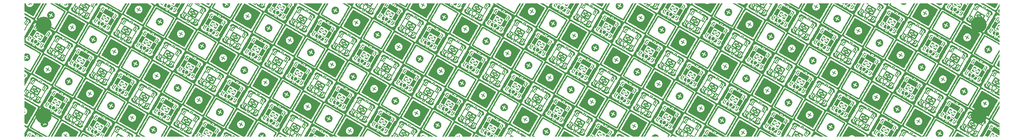
<source format=gbr>
%TF.GenerationSoftware,KiCad,Pcbnew,6.0.2+dfsg-1*%
%TF.CreationDate,2024-06-04T13:25:45+01:00*%
%TF.ProjectId,backRow_SwitchPlate,6261636b-526f-4775-9f53-776974636850,0*%
%TF.SameCoordinates,Original*%
%TF.FileFunction,Soldermask,Bot*%
%TF.FilePolarity,Negative*%
%FSLAX46Y46*%
G04 Gerber Fmt 4.6, Leading zero omitted, Abs format (unit mm)*
G04 Created by KiCad (PCBNEW 6.0.2+dfsg-1) date 2024-06-04 13:25:45*
%MOMM*%
%LPD*%
G01*
G04 APERTURE LIST*
%ADD10C,4.400000*%
%ADD11C,2.600000*%
G04 APERTURE END LIST*
%TO.C,G\u002A\u002A\u002A*%
G36*
X50952439Y-44923389D02*
G01*
X51009095Y-44930913D01*
X51020388Y-44955732D01*
X50999945Y-45008189D01*
X50967740Y-45064114D01*
X50941560Y-45083102D01*
X50900829Y-45062249D01*
X50829162Y-45026141D01*
X50767153Y-44989629D01*
X50741660Y-44952860D01*
X50781881Y-44930449D01*
X50887547Y-44922873D01*
X50952439Y-44923389D01*
G37*
G36*
X246033820Y-44923634D02*
G01*
X246154280Y-44927271D01*
X246237764Y-44934063D01*
X246268989Y-44942993D01*
X246268821Y-44944812D01*
X246250472Y-44989052D01*
X246211042Y-45061212D01*
X246206402Y-45068882D01*
X246157448Y-45132671D01*
X246118156Y-45158286D01*
X246117909Y-45158276D01*
X246072208Y-45141507D01*
X245987009Y-45099230D01*
X245880558Y-45040491D01*
X245677898Y-44923718D01*
X245973444Y-44923295D01*
X246033820Y-44923634D01*
G37*
G36*
X155390845Y-58014595D02*
G01*
X155463980Y-58053989D01*
X155563346Y-58112055D01*
X155666432Y-58171877D01*
X155747141Y-58214567D01*
X155787946Y-58230851D01*
X155808246Y-58239636D01*
X155811119Y-58295223D01*
X155773760Y-58399503D01*
X155697000Y-58549571D01*
X155656706Y-58620046D01*
X155555310Y-58779257D01*
X155475000Y-58874635D01*
X155415617Y-58906383D01*
X155385117Y-58920886D01*
X155341864Y-58974925D01*
X155330337Y-58995242D01*
X155307180Y-59017422D01*
X155270246Y-59014796D01*
X155204722Y-58984207D01*
X155095796Y-58922501D01*
X154982457Y-58858217D01*
X154849037Y-58784922D01*
X154742367Y-58728772D01*
X154695480Y-58702770D01*
X154630420Y-58655077D01*
X154609998Y-58620757D01*
X154619663Y-58609117D01*
X154678843Y-58578340D01*
X154770929Y-58549669D01*
X154867664Y-58524756D01*
X154995961Y-58478637D01*
X155090211Y-58416008D01*
X155170480Y-58321611D01*
X155256836Y-58180186D01*
X155298223Y-58107259D01*
X155340188Y-58034157D01*
X155359173Y-58002281D01*
X155359323Y-58002142D01*
X155390845Y-58014595D01*
G37*
G36*
X91079072Y-47123655D02*
G01*
X91058954Y-47155769D01*
X91022252Y-47226140D01*
X91024189Y-47275032D01*
X91071295Y-47321024D01*
X91170096Y-47382694D01*
X91291548Y-47455187D01*
X91328475Y-47374140D01*
X91346490Y-47339732D01*
X91399556Y-47286172D01*
X91473627Y-47275909D01*
X91578720Y-47309256D01*
X91724851Y-47386526D01*
X91750551Y-47401661D01*
X91857859Y-47467525D01*
X91937808Y-47520844D01*
X91974682Y-47551254D01*
X91975804Y-47552676D01*
X92016567Y-47583128D01*
X92103108Y-47638509D01*
X92223528Y-47711422D01*
X92365930Y-47794470D01*
X92514897Y-47883889D01*
X92660031Y-47978671D01*
X92778709Y-48064024D01*
X92854418Y-48128652D01*
X92881876Y-48157605D01*
X92931597Y-48219430D01*
X92959412Y-48283016D01*
X92972578Y-48370292D01*
X92978353Y-48503192D01*
X92978485Y-48508023D01*
X92978610Y-48549386D01*
X92978904Y-48646345D01*
X92967199Y-48745317D01*
X92937385Y-48832097D01*
X92883480Y-48933843D01*
X92882671Y-48935251D01*
X92811571Y-49045261D01*
X92750739Y-49098434D01*
X92686408Y-49100954D01*
X92604814Y-49059003D01*
X92525197Y-49006836D01*
X92121596Y-49706460D01*
X92110271Y-49726091D01*
X91988156Y-49937699D01*
X91834438Y-50203944D01*
X91665344Y-50496715D01*
X91490384Y-50799552D01*
X91319064Y-51095998D01*
X91160890Y-51369594D01*
X91092141Y-51488715D01*
X91027710Y-51600995D01*
X90966744Y-51707237D01*
X90855051Y-51903503D01*
X90761117Y-52070288D01*
X90688998Y-52200367D01*
X90642752Y-52286515D01*
X90626436Y-52321507D01*
X90638035Y-52340967D01*
X90690939Y-52369644D01*
X90770249Y-52406124D01*
X90805854Y-52461152D01*
X90791367Y-52542993D01*
X90728143Y-52662316D01*
X90692952Y-52718858D01*
X90621321Y-52824295D01*
X90557496Y-52894477D01*
X90483895Y-52946466D01*
X90382934Y-52997327D01*
X90260434Y-53036379D01*
X90064004Y-53051383D01*
X89849574Y-53022422D01*
X89806751Y-53005774D01*
X89713148Y-52959128D01*
X89584776Y-52889571D01*
X89432053Y-52803304D01*
X89265398Y-52706531D01*
X89095229Y-52605452D01*
X88931965Y-52506270D01*
X88786023Y-52415187D01*
X88667822Y-52338405D01*
X88587781Y-52282126D01*
X88556318Y-52252552D01*
X88556664Y-52206729D01*
X88565676Y-52185414D01*
X88854888Y-52185414D01*
X88881859Y-52221687D01*
X88947887Y-52267792D01*
X88952861Y-52270633D01*
X89061062Y-52333340D01*
X89170299Y-52397868D01*
X89196197Y-52412712D01*
X89256468Y-52437725D01*
X89270394Y-52423233D01*
X89267136Y-52416691D01*
X89223686Y-52374203D01*
X89146594Y-52319085D01*
X89060058Y-52265728D01*
X89511808Y-52265728D01*
X89515596Y-52270548D01*
X89561188Y-52302349D01*
X89647526Y-52354625D01*
X89760847Y-52418911D01*
X89768827Y-52423233D01*
X89798096Y-52439086D01*
X89917655Y-52498753D01*
X90015475Y-52540267D01*
X90073280Y-52555632D01*
X90110414Y-52550905D01*
X90169904Y-52522499D01*
X90235027Y-52462154D01*
X90311806Y-52362689D01*
X90406262Y-52216922D01*
X90524418Y-52017674D01*
X90543815Y-51984092D01*
X90632775Y-51828372D01*
X90691834Y-51719180D01*
X90724810Y-51646670D01*
X90735519Y-51600995D01*
X90727776Y-51572311D01*
X90705400Y-51550770D01*
X90659836Y-51517006D01*
X90605820Y-51484138D01*
X90560989Y-51477984D01*
X90516699Y-51504872D01*
X90464307Y-51571130D01*
X90395167Y-51683085D01*
X90300636Y-51847065D01*
X90275893Y-51889919D01*
X90190274Y-52033385D01*
X90115491Y-52151600D01*
X90058867Y-52233295D01*
X90027719Y-52267202D01*
X89988706Y-52263923D01*
X89905482Y-52235133D01*
X89801737Y-52186328D01*
X89617157Y-52089234D01*
X89564483Y-52169625D01*
X89528332Y-52229109D01*
X89511808Y-52265728D01*
X89060058Y-52265728D01*
X89053572Y-52261729D01*
X88962333Y-52212528D01*
X88890592Y-52181872D01*
X88856060Y-52180155D01*
X88854888Y-52185414D01*
X88565676Y-52185414D01*
X88587625Y-52133497D01*
X88615617Y-52089678D01*
X88633617Y-52043965D01*
X88612307Y-52021119D01*
X88550625Y-51979401D01*
X88471005Y-51933384D01*
X88396281Y-51896168D01*
X88349285Y-51880851D01*
X88336022Y-51892530D01*
X88295951Y-51948146D01*
X88242646Y-52034133D01*
X88201853Y-52101599D01*
X88160702Y-52153684D01*
X88125450Y-52163580D01*
X88080783Y-52141440D01*
X88064814Y-52131525D01*
X87986675Y-52085156D01*
X87874716Y-52020374D01*
X87747528Y-51947972D01*
X87486305Y-51800479D01*
X87495955Y-51784012D01*
X87763140Y-51784012D01*
X87792770Y-51824791D01*
X87875574Y-51877515D01*
X87876078Y-51877813D01*
X87959815Y-51926317D01*
X88006199Y-51942045D01*
X88037100Y-51924538D01*
X88074387Y-51873336D01*
X88099120Y-51835574D01*
X88122053Y-51769496D01*
X88092876Y-51717684D01*
X88005701Y-51662024D01*
X88002321Y-51660204D01*
X88438606Y-51660204D01*
X88438748Y-51660296D01*
X88471964Y-51679096D01*
X88547911Y-51721269D01*
X88635303Y-51769496D01*
X88650505Y-51777885D01*
X88753101Y-51834789D01*
X88886694Y-51909868D01*
X88994099Y-51971266D01*
X89033666Y-51993860D01*
X89102938Y-52027200D01*
X89140887Y-52027713D01*
X89165713Y-51998264D01*
X89204359Y-51953715D01*
X89278102Y-51902705D01*
X89283998Y-51899421D01*
X89302907Y-51881887D01*
X89748244Y-51881887D01*
X89748409Y-51883770D01*
X89779003Y-51920279D01*
X89846438Y-51963671D01*
X89944631Y-52014449D01*
X90137660Y-51673533D01*
X90187589Y-51584296D01*
X90253736Y-51458878D01*
X90289460Y-51376175D01*
X90298437Y-51326862D01*
X90284346Y-51301614D01*
X90220637Y-51260240D01*
X90170040Y-51239196D01*
X90126907Y-51248621D01*
X90080708Y-51295394D01*
X90065854Y-51318000D01*
X90020911Y-51386395D01*
X89936985Y-51528501D01*
X89872643Y-51640267D01*
X89808224Y-51756820D01*
X89764412Y-51841751D01*
X89748244Y-51881887D01*
X89302907Y-51881887D01*
X89345629Y-51842272D01*
X89422271Y-51744555D01*
X89502279Y-51624769D01*
X89574013Y-51501415D01*
X89625828Y-51392992D01*
X89646083Y-51318000D01*
X89644328Y-51300583D01*
X89615418Y-51250313D01*
X89543516Y-51191450D01*
X89418922Y-51115341D01*
X89398678Y-51103840D01*
X89272203Y-51032541D01*
X89193694Y-50990238D01*
X89153806Y-50972715D01*
X89143192Y-50975755D01*
X89152508Y-50995142D01*
X89153556Y-51033850D01*
X89122964Y-51114071D01*
X89067219Y-51213977D01*
X88997165Y-51316457D01*
X88923647Y-51404396D01*
X88857508Y-51460681D01*
X88850544Y-51464687D01*
X88757041Y-51503803D01*
X88676178Y-51516383D01*
X88628134Y-51520784D01*
X88599840Y-51547403D01*
X88587022Y-51566191D01*
X88534468Y-51567646D01*
X88494303Y-51565530D01*
X88449232Y-51602317D01*
X88440647Y-51628638D01*
X88438606Y-51660204D01*
X88002321Y-51660204D01*
X87884434Y-51596717D01*
X87820681Y-51679675D01*
X87780863Y-51734204D01*
X87763140Y-51784012D01*
X87495955Y-51784012D01*
X87570200Y-51657324D01*
X87597967Y-51608344D01*
X87638154Y-51529605D01*
X87653835Y-51486406D01*
X87646477Y-51473410D01*
X87596333Y-51431265D01*
X87514430Y-51379164D01*
X87427678Y-51334307D01*
X87375765Y-51323368D01*
X87346325Y-51345387D01*
X87333196Y-51368203D01*
X87316847Y-51411261D01*
X87299702Y-51431557D01*
X87242662Y-51464304D01*
X87227246Y-51469256D01*
X87187836Y-51468886D01*
X87130125Y-51451870D01*
X87046234Y-51414509D01*
X86928284Y-51353106D01*
X86768394Y-51263965D01*
X86558686Y-51143388D01*
X86518349Y-51119921D01*
X86331550Y-51009058D01*
X86214286Y-50937099D01*
X86691149Y-50937099D01*
X86717685Y-50969807D01*
X86788756Y-51022153D01*
X86891020Y-51084112D01*
X86957929Y-51121292D01*
X87057329Y-51174147D01*
X87114724Y-51198826D01*
X87141023Y-51199411D01*
X87147134Y-51179987D01*
X87136086Y-51163463D01*
X87080787Y-51121312D01*
X86994561Y-51068118D01*
X86894982Y-51013358D01*
X86799623Y-50966509D01*
X86726058Y-50937050D01*
X86691863Y-50934458D01*
X86691149Y-50937099D01*
X86214286Y-50937099D01*
X86162168Y-50905117D01*
X86098663Y-50864561D01*
X87120547Y-50864561D01*
X87149970Y-50908609D01*
X87222357Y-50951165D01*
X87430056Y-51072126D01*
X87587986Y-51161766D01*
X87621836Y-51179987D01*
X87702137Y-51223212D01*
X87778504Y-51259591D01*
X87823079Y-51274031D01*
X87841853Y-51269659D01*
X87845367Y-51248223D01*
X87835164Y-51174571D01*
X87807798Y-51075356D01*
X87792222Y-51023110D01*
X87777346Y-50899206D01*
X87974069Y-50899206D01*
X88012603Y-50996302D01*
X88016198Y-51002100D01*
X88050421Y-51093305D01*
X88065448Y-51200576D01*
X88069085Y-51257769D01*
X88097105Y-51329945D01*
X88167369Y-51384260D01*
X88192111Y-51398212D01*
X88272154Y-51434791D01*
X88320199Y-51432247D01*
X88354527Y-51391264D01*
X88401603Y-51353430D01*
X88482867Y-51329582D01*
X88541978Y-51320323D01*
X88715266Y-51258419D01*
X88851760Y-51154577D01*
X88938258Y-51017832D01*
X88955731Y-50937978D01*
X88950106Y-50794456D01*
X88911313Y-50651779D01*
X88845523Y-50541623D01*
X88825805Y-50522038D01*
X88710167Y-50443048D01*
X88575506Y-50390854D01*
X88452635Y-50378269D01*
X88405350Y-50383126D01*
X88326364Y-50390370D01*
X88270501Y-50414286D01*
X88191457Y-50475690D01*
X88111817Y-50555518D01*
X88050303Y-50634825D01*
X88025638Y-50694667D01*
X88022524Y-50727683D01*
X88002142Y-50778460D01*
X87980993Y-50811190D01*
X87974069Y-50899206D01*
X87777346Y-50899206D01*
X87771176Y-50847819D01*
X87805452Y-50675572D01*
X87897598Y-50489741D01*
X87938559Y-50416345D01*
X87970912Y-50336291D01*
X87970896Y-50294083D01*
X87932024Y-50262880D01*
X87842622Y-50205595D01*
X87734235Y-50145696D01*
X87625885Y-50092860D01*
X87536594Y-50056763D01*
X87485383Y-50047084D01*
X87480837Y-50048545D01*
X87424304Y-50094990D01*
X87356905Y-50186292D01*
X87288000Y-50304848D01*
X87226949Y-50433054D01*
X87183113Y-50553307D01*
X87165852Y-50648005D01*
X87165162Y-50671202D01*
X87153697Y-50767799D01*
X87133081Y-50831687D01*
X87120547Y-50864561D01*
X86098663Y-50864561D01*
X86020551Y-50814676D01*
X85917049Y-50744311D01*
X85862012Y-50700601D01*
X85852315Y-50690291D01*
X85753491Y-50542402D01*
X85686157Y-50361055D01*
X85666757Y-50215953D01*
X86183548Y-50215953D01*
X86219194Y-50318232D01*
X86311802Y-50417463D01*
X86466316Y-50520028D01*
X86487439Y-50532023D01*
X86594860Y-50592651D01*
X86675989Y-50637835D01*
X86714642Y-50658547D01*
X86716516Y-50659074D01*
X86750867Y-50636797D01*
X86798369Y-50576682D01*
X86833357Y-50505804D01*
X86821993Y-50471968D01*
X86795581Y-50459501D01*
X86722426Y-50418019D01*
X86628493Y-50360362D01*
X86554298Y-50308513D01*
X86491854Y-50239378D01*
X86476894Y-50161513D01*
X86484456Y-50136902D01*
X86727645Y-50136902D01*
X86752494Y-50173308D01*
X86827274Y-50221739D01*
X86857212Y-50239285D01*
X86925007Y-50277931D01*
X86955162Y-50293342D01*
X86955198Y-50293336D01*
X86973115Y-50265521D01*
X87015962Y-50193212D01*
X87075628Y-50090566D01*
X87144000Y-49971741D01*
X87212964Y-49850893D01*
X87274410Y-49742180D01*
X87320223Y-49659757D01*
X87342291Y-49617782D01*
X87325237Y-49597326D01*
X87268550Y-49560892D01*
X87195550Y-49522353D01*
X87130477Y-49494396D01*
X87097573Y-49489709D01*
X87093449Y-49496206D01*
X87063078Y-49547541D01*
X87010581Y-49637796D01*
X86944146Y-49752926D01*
X86921871Y-49791561D01*
X86850445Y-49914237D01*
X86790157Y-50016088D01*
X86752176Y-50078188D01*
X86742719Y-50093389D01*
X86727645Y-50136902D01*
X86484456Y-50136902D01*
X86507938Y-50060472D01*
X86583503Y-49921809D01*
X86633231Y-49838174D01*
X86723104Y-49684748D01*
X86804494Y-49543481D01*
X86914070Y-49350924D01*
X86808071Y-49296110D01*
X86794129Y-49289041D01*
X86725058Y-49258778D01*
X86691279Y-49252230D01*
X86665067Y-49290720D01*
X86614190Y-49375411D01*
X86546186Y-49492992D01*
X86468333Y-49630412D01*
X86387909Y-49774617D01*
X86312193Y-49912556D01*
X86248462Y-50031175D01*
X86203996Y-50117422D01*
X86186072Y-50158245D01*
X86183548Y-50215953D01*
X85666757Y-50215953D01*
X85661276Y-50174957D01*
X85663731Y-50122139D01*
X85694999Y-49992083D01*
X85769356Y-49846319D01*
X85813100Y-49775660D01*
X85875535Y-49686771D01*
X85924049Y-49645166D01*
X85970341Y-49642904D01*
X86026107Y-49672046D01*
X86087108Y-49703885D01*
X86135553Y-49712833D01*
X86147223Y-49698125D01*
X86190529Y-49630782D01*
X86262176Y-49513740D01*
X86359033Y-49352289D01*
X86477966Y-49151720D01*
X86562658Y-49007742D01*
X86835265Y-49007742D01*
X86848987Y-49038813D01*
X86895363Y-49077956D01*
X86983197Y-49133409D01*
X87121291Y-49213409D01*
X87214960Y-49267450D01*
X87349372Y-49346620D01*
X87356473Y-49350924D01*
X87459776Y-49413538D01*
X87528747Y-49457753D01*
X87622946Y-49522960D01*
X87567376Y-49617782D01*
X87535767Y-49671719D01*
X87448588Y-49820479D01*
X87539926Y-49820479D01*
X87579525Y-49828091D01*
X87675537Y-49864222D01*
X87800742Y-49923313D01*
X87938225Y-49997834D01*
X88069505Y-50072151D01*
X88174576Y-50125348D01*
X88253331Y-50153638D01*
X88322052Y-50162716D01*
X88397016Y-50158273D01*
X88548846Y-50141357D01*
X88430487Y-50073803D01*
X89151218Y-50073803D01*
X89458175Y-50254699D01*
X89554801Y-50311278D01*
X89598211Y-50336291D01*
X89671281Y-50378394D01*
X89757240Y-50426606D01*
X89798909Y-50448100D01*
X89809530Y-50442728D01*
X89851315Y-50392479D01*
X89915679Y-50297964D01*
X89996089Y-50169026D01*
X90086010Y-50015512D01*
X90119013Y-49957546D01*
X90216102Y-49787215D01*
X90306407Y-49629057D01*
X90381061Y-49498590D01*
X90431199Y-49411334D01*
X90523063Y-49252247D01*
X90189692Y-49063490D01*
X90151234Y-49041755D01*
X90001284Y-48958329D01*
X89900984Y-48905751D01*
X89843412Y-48880929D01*
X89821648Y-48880767D01*
X89828769Y-48902174D01*
X89830294Y-48906018D01*
X89819572Y-48955675D01*
X89780320Y-49028836D01*
X89774296Y-49038122D01*
X89732090Y-49113256D01*
X89714690Y-49163020D01*
X89736419Y-49191094D01*
X89803849Y-49240765D01*
X89901099Y-49298126D01*
X89981472Y-49344938D01*
X90083355Y-49430534D01*
X90124984Y-49524209D01*
X90110033Y-49638690D01*
X90095974Y-49669357D01*
X90042178Y-49786702D01*
X89993147Y-49875244D01*
X89950897Y-49950465D01*
X89931481Y-49983565D01*
X89887926Y-50004838D01*
X89798338Y-50001743D01*
X89686089Y-49971138D01*
X89570554Y-49916616D01*
X89498531Y-49874942D01*
X89418507Y-49830906D01*
X89376553Y-49810895D01*
X89360903Y-49816839D01*
X89312385Y-49862252D01*
X89250342Y-49938697D01*
X89151218Y-50073803D01*
X88430487Y-50073803D01*
X88126803Y-49900474D01*
X88021351Y-49839525D01*
X87873267Y-49749318D01*
X87775785Y-49681574D01*
X87722432Y-49631580D01*
X87706735Y-49594624D01*
X87706737Y-49594561D01*
X87723727Y-49546273D01*
X87754659Y-49482198D01*
X88143538Y-49482198D01*
X88162641Y-49498159D01*
X88230963Y-49543096D01*
X88335785Y-49606860D01*
X88463915Y-49681253D01*
X88558342Y-49734651D01*
X88669148Y-49796429D01*
X88746819Y-49838632D01*
X88778615Y-49854255D01*
X88787155Y-49844303D01*
X88818645Y-49789427D01*
X88862719Y-49702599D01*
X88936399Y-49550943D01*
X88759675Y-49449592D01*
X88678345Y-49404230D01*
X88600004Y-49363673D01*
X88561378Y-49347924D01*
X88558231Y-49346780D01*
X88537638Y-49307436D01*
X88517653Y-49229526D01*
X88515230Y-49213655D01*
X88524966Y-49099008D01*
X88541820Y-49056255D01*
X88771216Y-49056255D01*
X88782920Y-49104107D01*
X88854348Y-49166520D01*
X88987909Y-49246189D01*
X89000902Y-49253245D01*
X89107418Y-49315169D01*
X89186215Y-49367992D01*
X89221055Y-49400935D01*
X89217900Y-49430288D01*
X89187289Y-49504623D01*
X89134391Y-49599364D01*
X89105844Y-49647406D01*
X89062740Y-49744005D01*
X89067668Y-49795169D01*
X89085241Y-49800359D01*
X89131542Y-49760556D01*
X89196961Y-49656774D01*
X89240726Y-49582318D01*
X89293045Y-49505684D01*
X89327378Y-49470447D01*
X89330890Y-49469746D01*
X89382291Y-49484115D01*
X89471210Y-49525639D01*
X89580702Y-49586551D01*
X89584334Y-49588715D01*
X89704986Y-49659731D01*
X89780559Y-49699627D01*
X89823519Y-49712079D01*
X89846329Y-49700764D01*
X89861454Y-49669357D01*
X89851188Y-49630056D01*
X89787336Y-49573925D01*
X89664556Y-49498768D01*
X89654077Y-49492849D01*
X89548268Y-49426010D01*
X89470268Y-49364360D01*
X89436304Y-49320568D01*
X89438061Y-49290058D01*
X89465893Y-49208792D01*
X89516595Y-49111926D01*
X89556270Y-49042313D01*
X89582600Y-48971080D01*
X89568924Y-48935837D01*
X89547521Y-48935867D01*
X89495998Y-48985447D01*
X89427376Y-49095062D01*
X89377454Y-49180973D01*
X89330118Y-49252107D01*
X89303192Y-49279595D01*
X89299101Y-49278784D01*
X89250058Y-49256510D01*
X89162238Y-49209898D01*
X89051394Y-49147229D01*
X89024409Y-49131795D01*
X88917024Y-49074968D01*
X88835448Y-49038963D01*
X88795582Y-49031004D01*
X88771216Y-49056255D01*
X88541820Y-49056255D01*
X88580790Y-48957399D01*
X88685705Y-48780806D01*
X88685793Y-48780684D01*
X88719827Y-48765563D01*
X88791526Y-48742775D01*
X88828381Y-48734681D01*
X88893917Y-48737572D01*
X88974865Y-48768032D01*
X89090980Y-48831943D01*
X89116975Y-48847199D01*
X89213325Y-48901054D01*
X89270259Y-48923540D01*
X89302647Y-48918268D01*
X89325358Y-48888848D01*
X89369036Y-48826202D01*
X89433901Y-48750432D01*
X89507988Y-48672824D01*
X89265018Y-48532870D01*
X89242600Y-48519947D01*
X89112784Y-48444757D01*
X88995532Y-48376321D01*
X88913864Y-48328064D01*
X88805680Y-48263212D01*
X88739655Y-48391646D01*
X88722897Y-48423171D01*
X88668342Y-48521602D01*
X88591269Y-48657647D01*
X88499418Y-48817689D01*
X88400533Y-48988112D01*
X88340570Y-49092206D01*
X88258177Y-49240302D01*
X88194272Y-49361589D01*
X88154259Y-49445683D01*
X88143538Y-49482198D01*
X87754659Y-49482198D01*
X87769767Y-49450902D01*
X87839734Y-49317310D01*
X87928502Y-49154358D01*
X88030946Y-48970907D01*
X88141944Y-48775818D01*
X88256370Y-48577953D01*
X88369100Y-48386173D01*
X88475009Y-48209340D01*
X88568973Y-48056314D01*
X88645868Y-47935957D01*
X88700569Y-47857131D01*
X88727952Y-47828696D01*
X88756101Y-47839408D01*
X88836841Y-47880127D01*
X88961064Y-47946962D01*
X89120895Y-48035359D01*
X89308458Y-48140765D01*
X89515877Y-48258627D01*
X89735276Y-48384393D01*
X89958780Y-48513509D01*
X90178512Y-48641421D01*
X90232004Y-48672824D01*
X90386596Y-48763578D01*
X90575157Y-48875426D01*
X90736319Y-48972412D01*
X90862205Y-49049983D01*
X90944941Y-49103585D01*
X90976649Y-49128667D01*
X90975774Y-49136093D01*
X90951757Y-49192349D01*
X90921385Y-49252247D01*
X90900032Y-49294357D01*
X90825624Y-49433372D01*
X90733555Y-49600650D01*
X90628849Y-49787446D01*
X90516528Y-49985015D01*
X90401615Y-50184612D01*
X90289134Y-50377494D01*
X90184107Y-50554916D01*
X90091558Y-50708132D01*
X90016509Y-50828399D01*
X89963983Y-50906972D01*
X89939004Y-50935107D01*
X89933513Y-50933754D01*
X89880739Y-50908742D01*
X89784811Y-50857006D01*
X89657225Y-50784872D01*
X89509478Y-50698670D01*
X89467540Y-50673976D01*
X89323121Y-50590878D01*
X89201209Y-50523649D01*
X89113572Y-50478648D01*
X89071979Y-50462234D01*
X89067573Y-50463015D01*
X89067311Y-50492441D01*
X89104037Y-50551231D01*
X89107662Y-50555888D01*
X89154812Y-50627312D01*
X89174513Y-50677893D01*
X89193249Y-50701164D01*
X89260397Y-50752504D01*
X89364845Y-50821107D01*
X89494487Y-50898619D01*
X89561595Y-50937978D01*
X89581043Y-50949384D01*
X89719012Y-51038933D01*
X89804097Y-51110143D01*
X89842772Y-51168024D01*
X89843297Y-51169598D01*
X89861223Y-51215016D01*
X89880468Y-51221755D01*
X89911864Y-51183214D01*
X89966242Y-51092792D01*
X89972727Y-51081665D01*
X90010993Y-51016709D01*
X90044578Y-50975171D01*
X90084104Y-50958617D01*
X90140191Y-50968613D01*
X90223463Y-51006725D01*
X90344539Y-51074519D01*
X90514042Y-51173562D01*
X90646060Y-51249859D01*
X90760530Y-51314451D01*
X90783418Y-51326862D01*
X90841105Y-51358143D01*
X90875650Y-51374202D01*
X90878672Y-51372633D01*
X90909230Y-51333859D01*
X90961376Y-51253663D01*
X91025780Y-51146210D01*
X91057557Y-51091362D01*
X91257265Y-50746094D01*
X91424556Y-50455753D01*
X91561049Y-50217470D01*
X91668363Y-50028374D01*
X91748119Y-49885595D01*
X91801934Y-49786263D01*
X91831430Y-49727508D01*
X91838226Y-49706460D01*
X91836649Y-49705386D01*
X91795734Y-49681027D01*
X91709387Y-49630911D01*
X91589033Y-49561641D01*
X91446095Y-49479820D01*
X91422607Y-49466331D01*
X91283472Y-49383030D01*
X91280841Y-49381323D01*
X91729130Y-49381323D01*
X91749800Y-49425022D01*
X91823817Y-49477242D01*
X91863889Y-49499526D01*
X91931705Y-49523035D01*
X91969806Y-49505643D01*
X91991693Y-49474615D01*
X92050234Y-49381175D01*
X92123567Y-49255492D01*
X92204725Y-49110513D01*
X92286745Y-48959187D01*
X92362662Y-48814463D01*
X92425512Y-48689289D01*
X92468328Y-48596614D01*
X92484148Y-48549386D01*
X92484135Y-48548045D01*
X92461343Y-48474645D01*
X92408151Y-48395793D01*
X92380318Y-48368663D01*
X92297691Y-48302900D01*
X92194001Y-48231044D01*
X92087842Y-48164990D01*
X91997808Y-48116635D01*
X91942491Y-48097873D01*
X91942420Y-48097873D01*
X91908945Y-48123390D01*
X91871420Y-48180749D01*
X91845128Y-48241645D01*
X91845351Y-48277775D01*
X91864184Y-48289657D01*
X91928490Y-48327678D01*
X92019720Y-48380386D01*
X92060059Y-48404846D01*
X92148895Y-48475837D01*
X92180159Y-48535640D01*
X92164841Y-48585522D01*
X92161184Y-48593418D01*
X92120830Y-48680553D01*
X92055052Y-48805831D01*
X91974456Y-48947442D01*
X91895180Y-49082109D01*
X91821914Y-49207340D01*
X91766998Y-49302052D01*
X91738474Y-49352445D01*
X91729130Y-49381323D01*
X91280841Y-49381323D01*
X91170272Y-49309586D01*
X91094115Y-49253523D01*
X91066108Y-49222368D01*
X91066468Y-49219744D01*
X91085385Y-49175814D01*
X91299695Y-49175814D01*
X91400484Y-49227934D01*
X91409212Y-49232425D01*
X91477770Y-49265987D01*
X91511394Y-49279365D01*
X91530186Y-49253225D01*
X91575820Y-49179621D01*
X91641209Y-49070055D01*
X91719373Y-48936047D01*
X91917230Y-48593418D01*
X91837591Y-48532167D01*
X91777222Y-48490828D01*
X91719033Y-48477600D01*
X91670112Y-48516380D01*
X91614446Y-48612966D01*
X91566921Y-48703584D01*
X91494981Y-48835091D01*
X91420809Y-48966165D01*
X91299695Y-49175814D01*
X91085385Y-49175814D01*
X91087346Y-49171259D01*
X91136651Y-49075614D01*
X91209199Y-48942355D01*
X91299808Y-48781029D01*
X91403297Y-48601183D01*
X91420717Y-48571217D01*
X91522293Y-48395113D01*
X91610271Y-48240302D01*
X91679496Y-48116022D01*
X91724812Y-48031509D01*
X91741063Y-47996004D01*
X91725397Y-47982595D01*
X91658036Y-47938326D01*
X91543770Y-47867698D01*
X91389371Y-47774779D01*
X91201611Y-47663633D01*
X90987263Y-47538327D01*
X90753098Y-47402924D01*
X90609475Y-47320241D01*
X90367573Y-47180673D01*
X90139919Y-47048959D01*
X90034429Y-46987735D01*
X90532821Y-46987735D01*
X90562451Y-47028515D01*
X90645255Y-47081238D01*
X90645759Y-47081536D01*
X90729496Y-47130040D01*
X90775880Y-47145768D01*
X90806781Y-47128261D01*
X90844068Y-47077059D01*
X90868801Y-47039298D01*
X90891734Y-46973220D01*
X90862557Y-46921407D01*
X90775382Y-46865747D01*
X90654115Y-46800441D01*
X90590362Y-46883399D01*
X90550544Y-46937927D01*
X90532821Y-46987735D01*
X90034429Y-46987735D01*
X89935383Y-46930251D01*
X89762836Y-46829701D01*
X89631147Y-46752460D01*
X89549185Y-46703680D01*
X89480254Y-46662902D01*
X89387883Y-46615367D01*
X89333076Y-46601553D01*
X89304726Y-46617546D01*
X89304109Y-46618526D01*
X89277144Y-46663995D01*
X89222666Y-46757588D01*
X89153707Y-46876778D01*
X89146401Y-46889405D01*
X89054077Y-47049550D01*
X88951421Y-47228125D01*
X88870994Y-47366228D01*
X88761752Y-47545948D01*
X88673676Y-47680410D01*
X88610047Y-47764695D01*
X88574145Y-47793883D01*
X88528768Y-47778904D01*
X88437629Y-47735569D01*
X88315173Y-47670718D01*
X88174939Y-47591224D01*
X88040140Y-47513826D01*
X87922103Y-47448748D01*
X87893702Y-47434089D01*
X88300190Y-47434089D01*
X88300719Y-47434450D01*
X88337277Y-47457888D01*
X88404436Y-47500117D01*
X88407954Y-47502308D01*
X88475649Y-47541325D01*
X88513431Y-47557447D01*
X88529830Y-47542286D01*
X88576000Y-47476740D01*
X88644356Y-47367997D01*
X88729194Y-47225478D01*
X88824815Y-47058598D01*
X88925515Y-46876778D01*
X88925052Y-46869730D01*
X88890319Y-46833286D01*
X88819361Y-46785045D01*
X88701216Y-46715338D01*
X88655533Y-46790182D01*
X88637258Y-46820290D01*
X88559031Y-46952301D01*
X88480336Y-47089255D01*
X88408140Y-47218533D01*
X88349406Y-47327512D01*
X88311102Y-47403571D01*
X88300190Y-47434089D01*
X87893702Y-47434089D01*
X87836836Y-47404738D01*
X87796963Y-47388564D01*
X87777006Y-47410263D01*
X87727104Y-47483454D01*
X87652891Y-47600809D01*
X87559174Y-47754552D01*
X87450760Y-47936905D01*
X87332456Y-48140093D01*
X87233146Y-48312157D01*
X87120421Y-48506951D01*
X87021016Y-48678174D01*
X86940020Y-48817079D01*
X86882525Y-48914919D01*
X86853619Y-48962947D01*
X86845392Y-48976505D01*
X86835265Y-49007742D01*
X86562658Y-49007742D01*
X86615843Y-48917326D01*
X86769529Y-48654396D01*
X86935893Y-48368222D01*
X87111802Y-48064096D01*
X87609918Y-47200779D01*
X87913627Y-47200779D01*
X87926966Y-47223687D01*
X87972232Y-47253760D01*
X88023512Y-47281371D01*
X88065977Y-47284335D01*
X88108188Y-47255906D01*
X88158706Y-47189337D01*
X88226089Y-47077881D01*
X88318901Y-46914791D01*
X88404158Y-46768324D01*
X88497524Y-46623585D01*
X88574056Y-46530166D01*
X88640026Y-46482232D01*
X88701709Y-46473947D01*
X88765377Y-46499475D01*
X88826119Y-46536294D01*
X88933006Y-46599540D01*
X89000254Y-46633403D01*
X89040657Y-46641693D01*
X89067010Y-46628223D01*
X89092108Y-46596802D01*
X89121773Y-46548606D01*
X89139865Y-46495473D01*
X89139116Y-46491370D01*
X89102307Y-46452055D01*
X89022377Y-46398090D01*
X88916373Y-46338499D01*
X88801342Y-46282307D01*
X88694329Y-46238538D01*
X88612381Y-46216218D01*
X88557484Y-46212533D01*
X88505283Y-46223021D01*
X88454123Y-46255792D01*
X88397356Y-46318268D01*
X88328337Y-46417868D01*
X88240416Y-46562015D01*
X88126946Y-46758127D01*
X88098467Y-46808077D01*
X88009321Y-46968190D01*
X87951201Y-47081419D01*
X87920504Y-47156153D01*
X87913627Y-47200779D01*
X87609918Y-47200779D01*
X88056989Y-46425931D01*
X87956872Y-46377582D01*
X87951609Y-46374972D01*
X87884441Y-46327030D01*
X87856755Y-46279220D01*
X87871036Y-46225022D01*
X87916002Y-46131267D01*
X87979090Y-46025017D01*
X88047323Y-45927874D01*
X88107724Y-45861440D01*
X88129401Y-45844821D01*
X88240591Y-45782669D01*
X88377877Y-45728324D01*
X88513678Y-45691452D01*
X88620415Y-45681723D01*
X88633533Y-45683962D01*
X88713526Y-45712434D01*
X88833388Y-45767677D01*
X88979220Y-45842970D01*
X89137125Y-45931592D01*
X89189746Y-45962157D01*
X89335438Y-46044933D01*
X89457699Y-46111732D01*
X89544995Y-46156355D01*
X89585788Y-46172607D01*
X89612993Y-46180205D01*
X89688871Y-46214777D01*
X89790183Y-46267839D01*
X89897958Y-46328903D01*
X89993225Y-46387482D01*
X90057014Y-46433092D01*
X90088984Y-46483664D01*
X90089202Y-46495473D01*
X90090651Y-46573811D01*
X90046939Y-46666330D01*
X90037133Y-46688782D01*
X90060261Y-46738106D01*
X90084234Y-46755269D01*
X90155729Y-46797735D01*
X90237003Y-46839489D01*
X90305414Y-46869306D01*
X90338322Y-46875961D01*
X90344827Y-46865571D01*
X90375128Y-46809482D01*
X90419142Y-46723768D01*
X90441692Y-46680712D01*
X90486951Y-46603914D01*
X90516907Y-46566104D01*
X90556305Y-46573870D01*
X90636976Y-46610055D01*
X90744322Y-46666271D01*
X90863876Y-46734050D01*
X90981170Y-46804918D01*
X91081739Y-46870406D01*
X91151115Y-46922042D01*
X91174831Y-46951355D01*
X91167756Y-46968959D01*
X91165478Y-46973220D01*
X91132187Y-47035494D01*
X91079072Y-47123655D01*
G37*
G36*
X98798446Y-73504951D02*
G01*
X98851262Y-73536048D01*
X98900966Y-73575322D01*
X98907509Y-73614501D01*
X98880950Y-73674227D01*
X98850089Y-73729211D01*
X98813307Y-73760875D01*
X98761077Y-73750405D01*
X98672854Y-73700382D01*
X98642173Y-73681476D01*
X98590004Y-73640646D01*
X98583861Y-73599238D01*
X98614816Y-73531233D01*
X98667406Y-73429534D01*
X98798446Y-73504951D01*
G37*
G36*
X260081402Y-67668544D02*
G01*
X260155500Y-67713853D01*
X260244272Y-67772740D01*
X260042480Y-68118139D01*
X259840689Y-68463538D01*
X259742605Y-68412816D01*
X259735777Y-68409255D01*
X259671102Y-68371853D01*
X259644521Y-68349526D01*
X259645396Y-68346663D01*
X259668439Y-68303065D01*
X259716425Y-68220102D01*
X259780815Y-68112613D01*
X259785055Y-68105621D01*
X259859924Y-67978701D01*
X259927223Y-67858936D01*
X259972842Y-67771395D01*
X260001889Y-67712361D01*
X260037673Y-67665692D01*
X260081402Y-67668544D01*
G37*
G36*
X13823370Y-53972927D02*
G01*
X13892469Y-54006204D01*
X13983370Y-54062872D01*
X13766554Y-54432699D01*
X13672284Y-54596116D01*
X13598271Y-54737925D01*
X13559821Y-54842575D01*
X13556819Y-54920798D01*
X13589151Y-54983324D01*
X13656701Y-55040885D01*
X13759355Y-55104210D01*
X13838814Y-55153584D01*
X13887249Y-55201672D01*
X13886403Y-55250833D01*
X13842775Y-55317696D01*
X13836927Y-55323982D01*
X13798903Y-55333321D01*
X13730800Y-55311021D01*
X13620042Y-55253454D01*
X13585269Y-55233743D01*
X13437834Y-55142038D01*
X13343269Y-55063942D01*
X13292894Y-54990844D01*
X13278031Y-54914134D01*
X13282499Y-54892077D01*
X13313483Y-54812470D01*
X13367846Y-54695432D01*
X13438343Y-54554598D01*
X13517731Y-54403602D01*
X13598764Y-54256081D01*
X13674197Y-54125669D01*
X13736787Y-54026001D01*
X13779289Y-53970712D01*
X13780346Y-53969843D01*
X13823370Y-53972927D01*
G37*
G36*
X188297814Y-56933649D02*
G01*
X188365190Y-56964992D01*
X188475100Y-57027853D01*
X188478046Y-57029582D01*
X188590551Y-57098589D01*
X188684166Y-57161242D01*
X188738889Y-57204171D01*
X188760555Y-57231315D01*
X188786185Y-57335223D01*
X188755872Y-57474747D01*
X188669827Y-57648527D01*
X188666766Y-57653650D01*
X188589304Y-57784507D01*
X188498283Y-57939902D01*
X188412763Y-58087301D01*
X188388689Y-58128647D01*
X188325741Y-58232605D01*
X188278243Y-58305008D01*
X188255007Y-58332181D01*
X188254286Y-58332137D01*
X188214942Y-58314589D01*
X188146723Y-58274851D01*
X188142557Y-58272246D01*
X188077822Y-58231922D01*
X188046036Y-58212381D01*
X188046664Y-58208871D01*
X188069293Y-58163411D01*
X188118671Y-58073916D01*
X188188854Y-57951002D01*
X188273900Y-57805283D01*
X188297340Y-57765171D01*
X188381010Y-57616091D01*
X188448696Y-57486319D01*
X188493968Y-57388623D01*
X188510396Y-57335771D01*
X188506885Y-57315457D01*
X188455856Y-57250372D01*
X188341641Y-57175342D01*
X188323851Y-57165491D01*
X188228497Y-57108262D01*
X188184555Y-57065106D01*
X188183926Y-57022246D01*
X188218509Y-56965902D01*
X188230110Y-56950897D01*
X188257834Y-56930169D01*
X188297814Y-56933649D01*
G37*
G36*
X32393623Y-80338602D02*
G01*
X32545178Y-80439696D01*
X32594921Y-80505180D01*
X32641815Y-80607525D01*
X32672882Y-80718375D01*
X32682086Y-80815424D01*
X32663387Y-80876370D01*
X32650408Y-80894454D01*
X32632021Y-80961749D01*
X32609807Y-81020065D01*
X32539660Y-81093955D01*
X32439992Y-81162535D01*
X32329824Y-81213041D01*
X32228176Y-81232713D01*
X32156897Y-81243957D01*
X32083757Y-81300266D01*
X32083564Y-81300575D01*
X32055005Y-81346228D01*
X32030996Y-81361259D01*
X31990052Y-81345469D01*
X31910686Y-81298659D01*
X31837594Y-81248345D01*
X31804658Y-81193683D01*
X31802889Y-81110765D01*
X31803538Y-81100638D01*
X31796685Y-81010534D01*
X31771610Y-80951329D01*
X31725110Y-80885480D01*
X31713131Y-80796787D01*
X31739844Y-80671368D01*
X31815960Y-80509403D01*
X31932520Y-80387207D01*
X32075508Y-80315748D01*
X32233137Y-80298416D01*
X32393623Y-80338602D01*
G37*
G36*
X282211243Y-48766470D02*
G01*
X282325303Y-48813389D01*
X282469021Y-48891623D01*
X282544856Y-48938386D01*
X282621374Y-49005590D01*
X282643058Y-49069577D01*
X282615982Y-49140640D01*
X282610303Y-49148372D01*
X282577869Y-49162164D01*
X282519324Y-49144984D01*
X282419844Y-49093251D01*
X282345840Y-49053732D01*
X282260148Y-49020778D01*
X282188241Y-49019593D01*
X282121136Y-49055815D01*
X282049851Y-49135080D01*
X281965402Y-49263025D01*
X281858806Y-49445286D01*
X281628543Y-49848507D01*
X281529716Y-49792272D01*
X281519946Y-49786605D01*
X281459415Y-49745090D01*
X281439101Y-49718797D01*
X281444808Y-49708249D01*
X281478200Y-49648594D01*
X281535965Y-49546232D01*
X281612110Y-49411776D01*
X281700638Y-49255838D01*
X281756983Y-49157453D01*
X281863680Y-48981002D01*
X281953059Y-48858131D01*
X282034516Y-48784387D01*
X282117446Y-48755318D01*
X282211243Y-48766470D01*
G37*
G36*
X86026346Y-70732700D02*
G01*
X85929297Y-70900270D01*
X85788226Y-71060285D01*
X85617715Y-71199748D01*
X85432346Y-71305661D01*
X85246700Y-71365028D01*
X85235339Y-71366973D01*
X84971728Y-71384180D01*
X84726336Y-71347629D01*
X84512872Y-71259296D01*
X84418852Y-71193334D01*
X84319440Y-71106739D01*
X84230270Y-71015157D01*
X84166009Y-70933669D01*
X84141329Y-70877354D01*
X84138497Y-70856749D01*
X84112473Y-70829521D01*
X84098963Y-70819174D01*
X84066805Y-70761144D01*
X84031832Y-70669083D01*
X84016691Y-70610098D01*
X83998443Y-70476466D01*
X83992443Y-70327940D01*
X83998315Y-70184916D01*
X84010804Y-70100701D01*
X84451026Y-70100701D01*
X84451182Y-70100816D01*
X84485315Y-70120875D01*
X84561961Y-70164180D01*
X84664867Y-70221543D01*
X84667679Y-70223102D01*
X84769864Y-70280001D01*
X84845161Y-70322366D01*
X84877451Y-70341129D01*
X84877643Y-70341339D01*
X84865320Y-70373459D01*
X84825964Y-70447034D01*
X84767764Y-70546715D01*
X84707625Y-70651451D01*
X84664536Y-70736082D01*
X84648065Y-70781879D01*
X84671164Y-70817484D01*
X84734009Y-70857876D01*
X84795889Y-70884659D01*
X84831454Y-70897075D01*
X84848142Y-70883316D01*
X84891630Y-70821652D01*
X84950176Y-70723231D01*
X85015021Y-70602127D01*
X85087837Y-70459174D01*
X85310721Y-70595594D01*
X85336760Y-70611434D01*
X85438003Y-70670966D01*
X85510544Y-70710322D01*
X85540110Y-70721659D01*
X85589085Y-70643132D01*
X85635323Y-70565927D01*
X85655342Y-70525841D01*
X85655531Y-70511230D01*
X85655375Y-70511115D01*
X85621259Y-70491073D01*
X85544626Y-70447782D01*
X85441728Y-70390426D01*
X85439270Y-70389062D01*
X85336698Y-70331849D01*
X85260685Y-70288828D01*
X85227524Y-70269220D01*
X85227098Y-70268520D01*
X85240005Y-70232784D01*
X85279332Y-70155970D01*
X85337298Y-70053379D01*
X85341347Y-70046455D01*
X85400582Y-69941282D01*
X85442629Y-69859576D01*
X85458617Y-69818512D01*
X85454922Y-69810144D01*
X85412654Y-69778056D01*
X85344971Y-69743625D01*
X85279408Y-69719616D01*
X85243502Y-69718792D01*
X85224222Y-69750444D01*
X85181055Y-69825185D01*
X85123889Y-69925998D01*
X85066857Y-70021962D01*
X85018617Y-70093011D01*
X84991709Y-70120126D01*
X84991423Y-70120117D01*
X84951972Y-70103150D01*
X84872354Y-70059999D01*
X84769481Y-69999819D01*
X84718666Y-69969786D01*
X84625338Y-69921361D01*
X84569856Y-69907379D01*
X84540358Y-69923908D01*
X84495407Y-69995015D01*
X84457616Y-70067091D01*
X84451026Y-70100701D01*
X84010804Y-70100701D01*
X84015685Y-70067790D01*
X84044178Y-69996960D01*
X84061360Y-69971948D01*
X84060337Y-69951330D01*
X84056935Y-69945687D01*
X84069808Y-69898786D01*
X84105689Y-69819877D01*
X84223768Y-69640972D01*
X84404265Y-69467997D01*
X84619546Y-69337159D01*
X84856774Y-69254298D01*
X85103112Y-69225253D01*
X85345726Y-69255860D01*
X85487070Y-69303089D01*
X85701865Y-69425935D01*
X85877860Y-69602393D01*
X86018487Y-69835422D01*
X86044789Y-69894670D01*
X86094893Y-70053390D01*
X86112781Y-70219409D01*
X86099260Y-70410504D01*
X86080261Y-70511230D01*
X86055134Y-70644448D01*
X86026346Y-70732700D01*
G37*
G36*
X275654296Y-62549537D02*
G01*
X275740539Y-62595031D01*
X275851738Y-62657237D01*
X275973983Y-62728020D01*
X276093365Y-62799247D01*
X276195976Y-62862783D01*
X276267905Y-62910493D01*
X276295244Y-62934242D01*
X276290349Y-62945690D01*
X276246585Y-62959575D01*
X276242890Y-62959833D01*
X276193594Y-62991788D01*
X276144388Y-63060904D01*
X276139482Y-63070256D01*
X276100429Y-63135517D01*
X276075456Y-63162234D01*
X276044900Y-63149428D01*
X275970991Y-63111253D01*
X275871711Y-63056578D01*
X275806533Y-63022120D01*
X275670578Y-62974339D01*
X275561330Y-62982375D01*
X275466878Y-63049130D01*
X275375310Y-63177506D01*
X275336634Y-63248598D01*
X275291456Y-63379998D01*
X275303547Y-63486793D01*
X275376090Y-63580492D01*
X275512270Y-63672604D01*
X275608265Y-63726681D01*
X275681639Y-63768106D01*
X275712277Y-63785530D01*
X275709765Y-63797316D01*
X275685990Y-63854275D01*
X275644724Y-63941689D01*
X275570186Y-64093565D01*
X275332793Y-63953779D01*
X275310625Y-63940751D01*
X275186383Y-63868553D01*
X275077319Y-63806410D01*
X275004873Y-63766561D01*
X274914347Y-63719130D01*
X275254554Y-63128248D01*
X275277114Y-63089074D01*
X275378500Y-62913278D01*
X275466859Y-62760470D01*
X275537032Y-62639544D01*
X275583859Y-62559395D01*
X275602181Y-62528918D01*
X275606918Y-62528891D01*
X275654296Y-62549537D01*
G37*
G36*
X19140017Y-62732863D02*
G01*
X19204113Y-62762474D01*
X19263851Y-62797131D01*
X19290179Y-62821446D01*
X19273974Y-62858269D01*
X19231499Y-62935815D01*
X19171961Y-63037263D01*
X19112671Y-63138814D01*
X19070101Y-63217935D01*
X19053874Y-63256811D01*
X19054314Y-63258551D01*
X19088137Y-63287986D01*
X19165233Y-63337468D01*
X19270633Y-63397297D01*
X19487347Y-63514142D01*
X19438604Y-63608401D01*
X19437163Y-63611167D01*
X19396283Y-63675853D01*
X19365395Y-63702573D01*
X19326518Y-63686486D01*
X19247275Y-63643994D01*
X19145023Y-63584355D01*
X19144295Y-63583916D01*
X19044080Y-63524615D01*
X18969113Y-63482342D01*
X18935573Y-63466224D01*
X18934056Y-63466955D01*
X18908035Y-63502208D01*
X18860168Y-63579851D01*
X18799527Y-63685278D01*
X18677024Y-63904333D01*
X18578326Y-63853294D01*
X18571091Y-63849514D01*
X18506256Y-63811461D01*
X18479627Y-63787925D01*
X18479628Y-63787879D01*
X18495934Y-63753639D01*
X18538356Y-63678157D01*
X18597758Y-63577689D01*
X18657130Y-63476234D01*
X18699702Y-63397740D01*
X18715977Y-63359674D01*
X18690526Y-63334487D01*
X18620625Y-63287242D01*
X18521848Y-63228847D01*
X18424850Y-63173983D01*
X18348622Y-63129738D01*
X18314642Y-63108488D01*
X18312905Y-63102066D01*
X18323562Y-63053495D01*
X18348888Y-62983042D01*
X18377668Y-62919590D01*
X18398689Y-62892021D01*
X18400786Y-62892606D01*
X18442187Y-62914512D01*
X18523264Y-62961719D01*
X18629013Y-63025531D01*
X18847142Y-63159041D01*
X18969027Y-62941089D01*
X18978555Y-62924126D01*
X19037720Y-62822229D01*
X19082757Y-62750352D01*
X19104558Y-62723138D01*
X19140017Y-62732863D01*
G37*
G36*
X37701698Y-47980789D02*
G01*
X37783786Y-48031346D01*
X37892729Y-48107566D01*
X37962695Y-48179811D01*
X37994219Y-48258293D01*
X37987835Y-48353226D01*
X37944077Y-48474823D01*
X37863480Y-48633298D01*
X37746577Y-48838865D01*
X37700068Y-48918375D01*
X37614241Y-49061393D01*
X37542501Y-49176108D01*
X37491275Y-49252376D01*
X37466991Y-49280053D01*
X37426834Y-49264069D01*
X37359816Y-49223700D01*
X37298669Y-49182438D01*
X37267453Y-49161370D01*
X37268260Y-49157267D01*
X37291369Y-49110178D01*
X37340836Y-49019089D01*
X37410812Y-48894622D01*
X37495445Y-48747401D01*
X37521991Y-48701342D01*
X37604584Y-48553456D01*
X37671347Y-48426968D01*
X37716006Y-48334074D01*
X37732287Y-48286972D01*
X37713735Y-48241446D01*
X37656289Y-48188284D01*
X37650108Y-48184524D01*
X37565090Y-48133015D01*
X37468928Y-48074993D01*
X37357564Y-48007954D01*
X37421451Y-47929057D01*
X37485338Y-47850159D01*
X37701698Y-47980789D01*
G37*
G36*
X250129287Y-50002178D02*
G01*
X250198802Y-50028328D01*
X250261282Y-50058147D01*
X250288404Y-50080140D01*
X250288060Y-50081567D01*
X250267490Y-50121971D01*
X250219774Y-50207355D01*
X250151399Y-50326276D01*
X250068856Y-50467291D01*
X249979660Y-50620973D01*
X249902818Y-50766535D01*
X249862042Y-50873713D01*
X249857119Y-50952709D01*
X249887842Y-51013722D01*
X249954000Y-51066955D01*
X250055384Y-51122609D01*
X250135210Y-51164666D01*
X250187202Y-51202552D01*
X250198625Y-51239249D01*
X250180853Y-51289925D01*
X250147952Y-51347001D01*
X250116520Y-51374202D01*
X250109614Y-51373072D01*
X250052386Y-51347978D01*
X249961775Y-51298175D01*
X249855626Y-51234616D01*
X249751782Y-51168253D01*
X249668088Y-51110038D01*
X249622390Y-51070925D01*
X249598354Y-51032356D01*
X249585184Y-50969365D01*
X249598094Y-50887039D01*
X249639960Y-50776177D01*
X249713655Y-50627579D01*
X249822057Y-50432047D01*
X249858779Y-50367727D01*
X249941204Y-50223652D01*
X250008715Y-50106056D01*
X250055138Y-50025679D01*
X250074298Y-49993260D01*
X250081065Y-49991190D01*
X250129287Y-50002178D01*
G37*
G36*
X47232475Y-60842718D02*
G01*
X47192454Y-60921813D01*
X47123602Y-61050382D01*
X47028996Y-61223044D01*
X46911714Y-61434417D01*
X46774834Y-61679120D01*
X46621433Y-61951771D01*
X46454588Y-62246989D01*
X46277377Y-62559392D01*
X46092878Y-62883597D01*
X45904168Y-63214225D01*
X45714325Y-63545892D01*
X45526425Y-63873218D01*
X45343547Y-64190821D01*
X45168768Y-64493318D01*
X45005166Y-64775330D01*
X44855817Y-65031473D01*
X44723800Y-65256367D01*
X44612193Y-65444629D01*
X44524071Y-65590879D01*
X44462514Y-65689734D01*
X44430599Y-65735813D01*
X44389187Y-65770389D01*
X44306752Y-65807210D01*
X44258602Y-65815453D01*
X44171729Y-65825985D01*
X44156044Y-65820622D01*
X44085545Y-65785983D01*
X43963665Y-65721349D01*
X43794831Y-65629204D01*
X43583468Y-65512030D01*
X43334002Y-65372310D01*
X43050859Y-65212527D01*
X42738465Y-65035165D01*
X42401246Y-64842707D01*
X42043628Y-64637635D01*
X41670036Y-64422433D01*
X41269665Y-64190993D01*
X40848060Y-63946429D01*
X40480665Y-63732223D01*
X40164962Y-63546860D01*
X39898433Y-63388823D01*
X39678561Y-63256596D01*
X39502826Y-63148662D01*
X39368710Y-63063504D01*
X39273696Y-62999607D01*
X39215266Y-62955454D01*
X39190900Y-62929529D01*
X39172279Y-62883555D01*
X39157232Y-62763588D01*
X39601518Y-62763588D01*
X39633091Y-62804832D01*
X39669085Y-62829188D01*
X39759202Y-62884686D01*
X39898573Y-62968391D01*
X40082496Y-63077540D01*
X40306270Y-63209372D01*
X40565193Y-63361124D01*
X40854563Y-63530034D01*
X41169678Y-63713340D01*
X41505837Y-63908280D01*
X41858338Y-64112092D01*
X42203272Y-64310765D01*
X42541156Y-64504427D01*
X42858821Y-64685554D01*
X43151495Y-64851470D01*
X43414402Y-64999498D01*
X43642771Y-65126963D01*
X43831829Y-65231187D01*
X43976801Y-65309494D01*
X44072915Y-65359208D01*
X44115397Y-65377653D01*
X44127985Y-65378138D01*
X44148386Y-65372280D01*
X44172878Y-65354711D01*
X44204135Y-65321161D01*
X44244827Y-65267361D01*
X44297628Y-65189043D01*
X44365208Y-65081937D01*
X44450239Y-64941774D01*
X44555395Y-64764286D01*
X44683346Y-64545202D01*
X44836764Y-64280255D01*
X45018322Y-63965174D01*
X45230691Y-63595692D01*
X45385976Y-63325414D01*
X45578416Y-62990663D01*
X45765775Y-62664953D01*
X45943977Y-62355363D01*
X46108943Y-62068971D01*
X46256596Y-61812857D01*
X46382858Y-61594097D01*
X46483652Y-61419772D01*
X46554901Y-61296958D01*
X46641390Y-61147796D01*
X46723014Y-61003890D01*
X46776939Y-60901923D01*
X46806949Y-60832865D01*
X46816829Y-60787688D01*
X46810363Y-60757362D01*
X46791337Y-60732857D01*
X46783098Y-60726375D01*
X46723213Y-60687530D01*
X46611700Y-60619204D01*
X46453594Y-60524364D01*
X46253930Y-60405977D01*
X46017745Y-60267009D01*
X45750072Y-60110427D01*
X45455948Y-59939197D01*
X45140406Y-59756285D01*
X44808484Y-59564659D01*
X44708868Y-59507259D01*
X44373693Y-59314066D01*
X44051745Y-59128404D01*
X43748687Y-58953544D01*
X43470183Y-58792760D01*
X43221899Y-58649322D01*
X43009499Y-58526504D01*
X42838648Y-58427577D01*
X42715010Y-58355814D01*
X42644250Y-58314487D01*
X42585466Y-58277709D01*
X42525079Y-58236919D01*
X42472554Y-58202694D01*
X42425057Y-58178463D01*
X42379750Y-58167653D01*
X42333799Y-58173692D01*
X42284368Y-58200006D01*
X42228621Y-58250023D01*
X42163724Y-58327172D01*
X42086839Y-58434878D01*
X41995133Y-58576569D01*
X41885769Y-58755674D01*
X41755912Y-58975618D01*
X41602726Y-59239830D01*
X41423376Y-59551737D01*
X41215026Y-59914767D01*
X40974840Y-60332346D01*
X40972282Y-60336784D01*
X40767024Y-60692912D01*
X40570437Y-61033980D01*
X40385304Y-61355158D01*
X40214410Y-61651617D01*
X40060541Y-61918526D01*
X39926479Y-62151056D01*
X39815011Y-62344376D01*
X39728919Y-62493656D01*
X39670990Y-62594068D01*
X39644007Y-62640780D01*
X39642040Y-62644177D01*
X39603929Y-62718638D01*
X39601518Y-62763588D01*
X39157232Y-62763588D01*
X39154364Y-62740720D01*
X39199533Y-62612176D01*
X39204208Y-62604592D01*
X39239434Y-62545002D01*
X39304833Y-62433041D01*
X39397758Y-62273282D01*
X39515558Y-62070299D01*
X39655585Y-61828665D01*
X39815190Y-61552952D01*
X39991723Y-61247735D01*
X40182534Y-60917587D01*
X40384976Y-60567080D01*
X40596398Y-60200789D01*
X40672491Y-60068969D01*
X40880779Y-59708714D01*
X41079131Y-59366461D01*
X41264910Y-59046716D01*
X41435478Y-58753985D01*
X41588197Y-58492775D01*
X41720428Y-58267592D01*
X41829534Y-58082944D01*
X41912876Y-57943335D01*
X41967817Y-57853274D01*
X41991718Y-57817265D01*
X41994516Y-57814525D01*
X42095581Y-57751163D01*
X42217090Y-57720414D01*
X42325960Y-57730833D01*
X42336355Y-57735705D01*
X42400909Y-57770319D01*
X42517484Y-57835117D01*
X42681523Y-57927500D01*
X42888468Y-58044868D01*
X43133760Y-58184621D01*
X43412842Y-58344160D01*
X43721154Y-58520884D01*
X44054140Y-58712194D01*
X44407240Y-58915489D01*
X44775896Y-59128171D01*
X44910714Y-59206024D01*
X45335020Y-59451121D01*
X45705489Y-59665537D01*
X46025695Y-59851729D01*
X46299216Y-60012149D01*
X46529627Y-60149251D01*
X46720504Y-60265489D01*
X46875422Y-60363318D01*
X46997959Y-60445190D01*
X47091689Y-60513561D01*
X47160189Y-60570884D01*
X47207034Y-60619612D01*
X47235801Y-60662201D01*
X47250065Y-60701103D01*
X47253402Y-60738773D01*
X47249389Y-60777664D01*
X47247555Y-60787688D01*
X47241601Y-60820231D01*
X47232475Y-60842718D01*
G37*
G36*
X268637079Y-45078996D02*
G01*
X268639323Y-45080162D01*
X268703742Y-45119677D01*
X268730425Y-45147842D01*
X268729940Y-45150045D01*
X268708729Y-45194082D01*
X268660753Y-45282803D01*
X268592398Y-45404613D01*
X268510050Y-45547921D01*
X268462030Y-45631447D01*
X268377187Y-45789485D01*
X268329374Y-45906310D01*
X268318550Y-45992576D01*
X268344674Y-46058937D01*
X268407702Y-46116046D01*
X268507595Y-46174558D01*
X268605346Y-46229779D01*
X268651006Y-46271371D01*
X268653276Y-46314862D01*
X268620915Y-46375813D01*
X268590376Y-46416487D01*
X268561806Y-46434463D01*
X268454929Y-46379309D01*
X268257185Y-46261110D01*
X268122647Y-46152337D01*
X268049080Y-46050961D01*
X268034252Y-45954951D01*
X268038545Y-45941024D01*
X268070376Y-45871906D01*
X268127605Y-45761544D01*
X268203949Y-45621839D01*
X268293123Y-45464692D01*
X268543733Y-45030724D01*
X268637079Y-45078996D01*
G37*
G36*
X32546776Y-76710651D02*
G01*
X32662262Y-76778789D01*
X32531223Y-76992880D01*
X32458518Y-77114573D01*
X32384667Y-77243462D01*
X32330251Y-77344054D01*
X32260316Y-77481137D01*
X32142229Y-77411464D01*
X32115090Y-77394648D01*
X32054608Y-77348753D01*
X32036312Y-77319765D01*
X32052778Y-77291162D01*
X32097324Y-77214513D01*
X32162161Y-77103264D01*
X32239886Y-76970126D01*
X32431291Y-76642513D01*
X32546776Y-76710651D01*
G37*
G36*
X192291558Y-48126702D02*
G01*
X192380136Y-48169714D01*
X192491658Y-48232355D01*
X192562917Y-48275852D01*
X192659113Y-48342957D01*
X192707203Y-48393979D01*
X192715951Y-48436911D01*
X192712966Y-48449618D01*
X192677763Y-48537752D01*
X192617546Y-48650675D01*
X192543323Y-48771326D01*
X192466104Y-48882647D01*
X192396899Y-48967577D01*
X192346718Y-49009056D01*
X192294645Y-49039030D01*
X192247913Y-49094503D01*
X192242919Y-49107625D01*
X192231088Y-49129243D01*
X192210546Y-49136182D01*
X192171291Y-49124700D01*
X192103321Y-49091053D01*
X191996634Y-49031496D01*
X191841228Y-48942287D01*
X191729965Y-48875940D01*
X191622718Y-48806236D01*
X191551690Y-48753015D01*
X191528381Y-48724291D01*
X191530542Y-48718960D01*
X191549801Y-48700549D01*
X191596344Y-48681786D01*
X191683150Y-48658337D01*
X191823197Y-48625869D01*
X191908377Y-48590062D01*
X191994876Y-48529478D01*
X192042885Y-48476965D01*
X192103735Y-48395270D01*
X192163595Y-48303909D01*
X192212653Y-48218864D01*
X192241099Y-48156116D01*
X192239118Y-48131649D01*
X192234930Y-48131285D01*
X192235109Y-48111717D01*
X192240810Y-48110317D01*
X192291558Y-48126702D01*
G37*
G36*
X70464102Y-60396292D02*
G01*
X70277015Y-60723827D01*
X70059625Y-61102699D01*
X69810026Y-61536392D01*
X69728829Y-61677289D01*
X69493796Y-62084672D01*
X69289305Y-62438186D01*
X69113128Y-62741479D01*
X68963037Y-62998203D01*
X68836802Y-63212004D01*
X68732196Y-63386534D01*
X68646988Y-63525441D01*
X68578952Y-63632374D01*
X68525857Y-63710982D01*
X68485475Y-63764916D01*
X68455579Y-63797823D01*
X68433938Y-63813353D01*
X68418324Y-63815156D01*
X68397630Y-63805975D01*
X68320326Y-63765462D01*
X68193885Y-63696118D01*
X68023977Y-63601218D01*
X67816275Y-63484039D01*
X67576451Y-63347855D01*
X67310176Y-63195944D01*
X67023123Y-63031580D01*
X66720962Y-62858041D01*
X66409366Y-62678601D01*
X66094006Y-62496537D01*
X65780554Y-62315126D01*
X65474682Y-62137642D01*
X65182062Y-61967362D01*
X64908365Y-61807562D01*
X64659263Y-61661518D01*
X64440428Y-61532505D01*
X64257532Y-61423801D01*
X64116246Y-61338679D01*
X64022242Y-61280418D01*
X63981191Y-61252292D01*
X63901240Y-61176859D01*
X64431180Y-60259090D01*
X66433139Y-60259090D01*
X66445734Y-60413436D01*
X66515246Y-60638161D01*
X66637771Y-60842911D01*
X66804581Y-61017115D01*
X67006947Y-61150203D01*
X67236143Y-61231604D01*
X67381043Y-61254526D01*
X67616602Y-61253674D01*
X67822727Y-61203192D01*
X67939642Y-61150173D01*
X68176686Y-60996033D01*
X68359222Y-60802796D01*
X68485488Y-60573288D01*
X68553726Y-60310332D01*
X68562174Y-60016754D01*
X68561546Y-60008270D01*
X68547959Y-59888151D01*
X68529395Y-59797395D01*
X68509679Y-59755071D01*
X68481978Y-59721130D01*
X68453109Y-59648623D01*
X68442059Y-59617945D01*
X68380858Y-59519556D01*
X68286018Y-59409013D01*
X68174082Y-59304285D01*
X68061594Y-59223342D01*
X67988036Y-59185193D01*
X67778162Y-59115798D01*
X67550549Y-59085610D01*
X67328019Y-59096430D01*
X67133393Y-59150062D01*
X66933555Y-59261410D01*
X66739789Y-59420747D01*
X66698339Y-59467582D01*
X66634654Y-59552150D01*
X66572706Y-59645152D01*
X66522166Y-59730946D01*
X66492702Y-59793893D01*
X66493984Y-59818351D01*
X66501817Y-59824148D01*
X66486281Y-59860572D01*
X66466072Y-59897942D01*
X66448127Y-59972430D01*
X66437724Y-60088506D01*
X66433139Y-60259090D01*
X64431180Y-60259090D01*
X65224740Y-58884773D01*
X65291292Y-58769537D01*
X65528508Y-58359232D01*
X65735020Y-58002963D01*
X65913070Y-57697063D01*
X66064901Y-57437869D01*
X66192755Y-57221715D01*
X66298876Y-57044937D01*
X66385506Y-56903869D01*
X66454888Y-56794847D01*
X66509264Y-56714206D01*
X66550876Y-56658281D01*
X66581969Y-56623407D01*
X66604783Y-56605920D01*
X66621563Y-56602155D01*
X66658049Y-56617622D01*
X66748511Y-56664251D01*
X66886342Y-56738790D01*
X67065955Y-56838018D01*
X67281762Y-56958716D01*
X67528175Y-57097664D01*
X67799609Y-57251640D01*
X68090475Y-57417426D01*
X68395185Y-57591800D01*
X68708154Y-57771543D01*
X69023793Y-57953434D01*
X69336515Y-58134253D01*
X69640733Y-58310780D01*
X69930859Y-58479794D01*
X70201306Y-58638076D01*
X70446488Y-58782404D01*
X70660816Y-58909560D01*
X70838703Y-59016322D01*
X70974562Y-59099471D01*
X71062806Y-59155786D01*
X71097847Y-59182047D01*
X71098730Y-59183712D01*
X71098602Y-59206014D01*
X71085325Y-59248293D01*
X71056992Y-59314033D01*
X71011698Y-59406719D01*
X70947537Y-59529835D01*
X70862603Y-59686866D01*
X70754990Y-59881296D01*
X70678890Y-60016754D01*
X70622791Y-60116610D01*
X70464102Y-60396292D01*
G37*
G36*
X37229843Y-67480704D02*
G01*
X37297976Y-67516214D01*
X37387202Y-67571485D01*
X37162325Y-67959213D01*
X37093432Y-68081235D01*
X37010971Y-68240935D01*
X36961899Y-68357181D01*
X36948932Y-68424059D01*
X36956488Y-68448807D01*
X37018188Y-68521450D01*
X37142718Y-68604061D01*
X37173358Y-68621392D01*
X37258665Y-68672639D01*
X37297044Y-68708384D01*
X37298130Y-68742420D01*
X37271556Y-68788542D01*
X37218092Y-68870138D01*
X37013941Y-68755089D01*
X36929464Y-68706680D01*
X36808544Y-68629026D01*
X36729582Y-68556306D01*
X36691519Y-68478128D01*
X36693297Y-68384103D01*
X36733856Y-68263839D01*
X36812136Y-68106947D01*
X36927079Y-67903036D01*
X36961471Y-67843533D01*
X37045529Y-67700196D01*
X37115799Y-67583310D01*
X37165750Y-67503635D01*
X37188847Y-67471929D01*
X37189267Y-67471718D01*
X37229843Y-67480704D01*
G37*
G36*
X15978999Y-53044261D02*
G01*
X16084785Y-53095655D01*
X16238882Y-53179749D01*
X16580672Y-53371417D01*
X16508408Y-53447202D01*
X16450529Y-53514411D01*
X16401699Y-53583777D01*
X16397621Y-53590755D01*
X16374188Y-53616049D01*
X16338424Y-53616164D01*
X16275455Y-53587381D01*
X16170408Y-53525986D01*
X16093693Y-53481301D01*
X16004297Y-53438867D01*
X15936787Y-53426052D01*
X15870942Y-53436837D01*
X15867063Y-53437954D01*
X15795271Y-53460892D01*
X15762035Y-53475753D01*
X15656080Y-53654556D01*
X15596429Y-53806383D01*
X15589255Y-53923031D01*
X15599561Y-53963894D01*
X15632702Y-54021877D01*
X15698113Y-54075949D01*
X15810883Y-54140948D01*
X16011710Y-54247988D01*
X15938539Y-54398595D01*
X15912118Y-54451482D01*
X15873902Y-54521698D01*
X15854022Y-54549202D01*
X15827645Y-54537463D01*
X15767867Y-54502648D01*
X15757966Y-54496560D01*
X15683326Y-54452065D01*
X15574340Y-54388320D01*
X15450912Y-54316984D01*
X15208767Y-54177874D01*
X15525494Y-53628897D01*
X15625613Y-53455444D01*
X15716824Y-53297582D01*
X15791790Y-53168000D01*
X15844678Y-53076780D01*
X15869657Y-53034001D01*
X15877361Y-53025757D01*
X15912775Y-53022113D01*
X15978999Y-53044261D01*
G37*
G36*
X278899812Y-72300164D02*
G01*
X278907046Y-72303943D01*
X278971881Y-72341997D01*
X278998510Y-72365532D01*
X278998510Y-72365579D01*
X278982203Y-72399818D01*
X278939781Y-72475301D01*
X278880379Y-72575769D01*
X278820942Y-72677138D01*
X278778416Y-72755021D01*
X278762161Y-72792302D01*
X278762168Y-72792484D01*
X278790443Y-72817885D01*
X278863135Y-72863989D01*
X278964734Y-72920945D01*
X278999949Y-72939994D01*
X279104377Y-73004392D01*
X279154676Y-73057899D01*
X279157731Y-73111866D01*
X279120428Y-73177647D01*
X279120179Y-73177987D01*
X279089400Y-73210513D01*
X279051501Y-73220209D01*
X278994153Y-73203500D01*
X278905026Y-73156814D01*
X278771793Y-73076574D01*
X278629518Y-72988916D01*
X278555808Y-73133620D01*
X278535171Y-73173407D01*
X278478475Y-73277117D01*
X278432430Y-73354322D01*
X278421440Y-73370882D01*
X278378784Y-73419288D01*
X278334510Y-73418362D01*
X278264070Y-73370459D01*
X278188274Y-73312101D01*
X278306291Y-73116194D01*
X278365485Y-73014635D01*
X278408061Y-72935228D01*
X278424308Y-72895999D01*
X278424292Y-72895679D01*
X278395709Y-72867875D01*
X278323029Y-72819311D01*
X278221648Y-72760297D01*
X278175899Y-72734704D01*
X278077448Y-72671580D01*
X278031759Y-72619744D01*
X278031952Y-72567430D01*
X278071150Y-72502874D01*
X278071158Y-72502864D01*
X278094838Y-72472779D01*
X278118600Y-72457848D01*
X278154084Y-72461872D01*
X278212930Y-72488652D01*
X278306777Y-72541986D01*
X278447267Y-72625677D01*
X278554668Y-72689810D01*
X278677890Y-72469468D01*
X278801113Y-72249125D01*
X278899812Y-72300164D01*
G37*
G36*
X280761682Y-52077779D02*
G01*
X280773801Y-52085701D01*
X280834667Y-52135371D01*
X280856262Y-52171605D01*
X280845833Y-52196088D01*
X280807695Y-52270598D01*
X280748619Y-52380005D01*
X280675901Y-52510595D01*
X280501569Y-52819462D01*
X280410825Y-52772604D01*
X280342562Y-52731361D01*
X280300653Y-52694312D01*
X280305817Y-52663015D01*
X280339336Y-52583928D01*
X280396528Y-52471406D01*
X280471149Y-52338478D01*
X280661072Y-52014078D01*
X280761682Y-52077779D01*
G37*
G36*
X20921891Y-75351044D02*
G01*
X20990578Y-75382206D01*
X21078828Y-75427434D01*
X21170374Y-75478174D01*
X21248949Y-75525868D01*
X21298284Y-75561962D01*
X21300615Y-75564171D01*
X21318146Y-75590726D01*
X21284892Y-75585333D01*
X21207769Y-75550471D01*
X21093694Y-75488621D01*
X21010386Y-75438323D01*
X20929642Y-75383128D01*
X20889246Y-75346836D01*
X20889036Y-75342504D01*
X20921891Y-75351044D01*
G37*
G36*
X197698868Y-56190374D02*
G01*
X197489419Y-56554572D01*
X197247871Y-56973344D01*
X197044512Y-57325689D01*
X196848354Y-57665855D01*
X196663823Y-57986155D01*
X196493690Y-58281760D01*
X196340729Y-58547843D01*
X196207712Y-58779579D01*
X196097414Y-58972139D01*
X196012606Y-59120697D01*
X195956062Y-59220425D01*
X195930555Y-59266496D01*
X195906266Y-59309312D01*
X195859630Y-59354189D01*
X195800127Y-59353532D01*
X195772777Y-59341210D01*
X195689455Y-59297302D01*
X195557771Y-59224982D01*
X195383360Y-59127507D01*
X195171857Y-59008132D01*
X194928896Y-58870113D01*
X194660110Y-58716706D01*
X194371134Y-58551167D01*
X194067603Y-58376752D01*
X193755150Y-58196716D01*
X193439411Y-58014316D01*
X193126018Y-57832807D01*
X192820607Y-57655446D01*
X192528812Y-57485488D01*
X192256267Y-57326189D01*
X192008606Y-57180806D01*
X191791463Y-57052593D01*
X191610473Y-56944808D01*
X191471270Y-56860705D01*
X191379489Y-56803541D01*
X191340763Y-56776571D01*
X191334687Y-56769147D01*
X191328201Y-56753076D01*
X191328317Y-56729251D01*
X191337131Y-56693769D01*
X191356738Y-56642730D01*
X191389233Y-56572234D01*
X191436711Y-56478379D01*
X191501269Y-56357265D01*
X191585000Y-56204992D01*
X191690001Y-56017657D01*
X191778410Y-55861801D01*
X193823415Y-55861801D01*
X193825646Y-55886115D01*
X193883349Y-56137575D01*
X193997512Y-56359915D01*
X194161236Y-56545146D01*
X194367619Y-56685278D01*
X194609761Y-56772321D01*
X194709646Y-56791216D01*
X194959784Y-56801407D01*
X195192011Y-56750685D01*
X195418324Y-56637042D01*
X195603008Y-56500105D01*
X195751683Y-56336740D01*
X195856831Y-56142362D01*
X195930055Y-55900266D01*
X195935466Y-55855555D01*
X195941167Y-55759075D01*
X195944591Y-55639505D01*
X195941992Y-55531938D01*
X195916279Y-55387401D01*
X195855953Y-55234186D01*
X195843036Y-55207995D01*
X195744101Y-55052646D01*
X195618045Y-54907228D01*
X195482051Y-54789423D01*
X195353303Y-54716917D01*
X195265018Y-54681954D01*
X195193683Y-54649521D01*
X195187286Y-54646824D01*
X195118075Y-54634816D01*
X195006172Y-54628399D01*
X194872494Y-54628915D01*
X194787944Y-54632733D01*
X194653424Y-54648099D01*
X194544188Y-54679205D01*
X194432127Y-54732675D01*
X194202824Y-54887293D01*
X194019021Y-55082551D01*
X193894225Y-55310598D01*
X193828877Y-55570620D01*
X193823415Y-55861801D01*
X191778410Y-55861801D01*
X191818367Y-55791362D01*
X191972193Y-55522204D01*
X192153575Y-55206283D01*
X192364607Y-54839698D01*
X192607385Y-54418549D01*
X192719019Y-54224997D01*
X192947947Y-53828396D01*
X193146590Y-53484955D01*
X193317272Y-53190912D01*
X193462313Y-52942506D01*
X193584035Y-52735977D01*
X193684759Y-52567563D01*
X193766807Y-52433505D01*
X193832502Y-52330041D01*
X193884163Y-52253410D01*
X193924113Y-52199851D01*
X193954673Y-52165603D01*
X193978166Y-52146906D01*
X193996912Y-52139999D01*
X194013233Y-52141120D01*
X194048387Y-52156544D01*
X194138562Y-52203472D01*
X194275987Y-52278389D01*
X194455087Y-52378061D01*
X194670287Y-52499257D01*
X194916009Y-52638741D01*
X195186678Y-52793281D01*
X195476718Y-52959645D01*
X195780553Y-53134597D01*
X196092606Y-53314906D01*
X196407302Y-53497337D01*
X196719065Y-53678658D01*
X197022318Y-53855634D01*
X197311486Y-54025034D01*
X197580993Y-54183623D01*
X197825262Y-54328169D01*
X198038717Y-54455438D01*
X198215783Y-54562196D01*
X198350883Y-54645210D01*
X198438441Y-54701248D01*
X198472881Y-54727075D01*
X198474608Y-54730865D01*
X198474474Y-54754099D01*
X198462546Y-54794675D01*
X198436793Y-54856316D01*
X198395185Y-54942745D01*
X198335691Y-55057685D01*
X198256281Y-55204860D01*
X198154924Y-55387994D01*
X198029590Y-55610808D01*
X198013276Y-55639505D01*
X197878248Y-55877027D01*
X197698868Y-56190374D01*
G37*
G36*
X61045209Y-71322939D02*
G01*
X61047975Y-71324380D01*
X61112661Y-71365259D01*
X61139381Y-71396147D01*
X61123294Y-71435024D01*
X61080802Y-71514267D01*
X61021163Y-71616519D01*
X61020622Y-71617416D01*
X60961368Y-71717383D01*
X60919134Y-71791836D01*
X60903031Y-71824716D01*
X60903804Y-71826179D01*
X60939266Y-71851721D01*
X61017053Y-71899247D01*
X61122589Y-71959789D01*
X61342147Y-72082573D01*
X61290605Y-72182244D01*
X61286385Y-72190313D01*
X61248239Y-72255270D01*
X61224733Y-72281915D01*
X61224687Y-72281914D01*
X61190447Y-72265608D01*
X61114965Y-72223186D01*
X61014497Y-72163784D01*
X60912932Y-72104496D01*
X60833655Y-72061865D01*
X60794582Y-72045566D01*
X60794307Y-72045577D01*
X60766725Y-72073958D01*
X60718349Y-72146480D01*
X60659475Y-72247738D01*
X60658709Y-72249131D01*
X60598271Y-72350422D01*
X60546192Y-72422699D01*
X60513672Y-72450397D01*
X60472692Y-72437891D01*
X60404973Y-72398971D01*
X60330980Y-72347144D01*
X60463414Y-72130772D01*
X60595848Y-71914401D01*
X60377897Y-71792515D01*
X60360934Y-71782988D01*
X60259037Y-71723822D01*
X60187160Y-71678785D01*
X60159946Y-71656984D01*
X60168436Y-71622866D01*
X60199010Y-71557875D01*
X60236638Y-71497733D01*
X60265006Y-71471277D01*
X60304873Y-71487264D01*
X60384937Y-71529734D01*
X60487577Y-71589408D01*
X60487849Y-71589572D01*
X60588724Y-71649005D01*
X60665068Y-71691398D01*
X60700372Y-71707581D01*
X60701737Y-71707115D01*
X60728026Y-71673197D01*
X60775213Y-71596162D01*
X60834105Y-71490909D01*
X60950950Y-71274196D01*
X61045209Y-71322939D01*
G37*
G36*
X134836917Y-61440722D02*
G01*
X134892096Y-61462851D01*
X134960140Y-61501886D01*
X135016436Y-61542502D01*
X135036369Y-61569372D01*
X135023600Y-61593418D01*
X134982522Y-61666674D01*
X134920781Y-61775009D01*
X134845905Y-61905157D01*
X134786565Y-62006402D01*
X134720551Y-62115059D01*
X134672668Y-62189117D01*
X134650501Y-62216490D01*
X134649793Y-62216442D01*
X134611136Y-62198869D01*
X134543266Y-62159159D01*
X134539275Y-62156664D01*
X134474172Y-62116013D01*
X134441749Y-62095859D01*
X134441393Y-62094507D01*
X134457919Y-62056650D01*
X134500198Y-61977904D01*
X134559895Y-61872426D01*
X134628678Y-61754376D01*
X134698213Y-61637912D01*
X134760166Y-61537193D01*
X134806204Y-61466379D01*
X134827993Y-61439628D01*
X134836917Y-61440722D01*
G37*
G36*
X69413153Y-66792498D02*
G01*
X69482770Y-66837482D01*
X69558289Y-66898634D01*
X69362357Y-67240599D01*
X69166425Y-67582563D01*
X69062587Y-67529805D01*
X69052465Y-67524643D01*
X68982149Y-67487539D01*
X68947051Y-67466829D01*
X68945844Y-67462021D01*
X68963110Y-67414012D01*
X69007034Y-67327631D01*
X69069287Y-67216678D01*
X69141536Y-67094953D01*
X69215452Y-66976255D01*
X69282703Y-66874386D01*
X69334960Y-66803144D01*
X69363890Y-66776330D01*
X69413153Y-66792498D01*
G37*
G36*
X18774705Y-72437199D02*
G01*
X18848156Y-72463382D01*
X18914123Y-72504253D01*
X18914311Y-72506848D01*
X18895779Y-72550492D01*
X18850383Y-72638767D01*
X18783965Y-72760613D01*
X18702370Y-72904972D01*
X18636717Y-73020771D01*
X18556276Y-73174029D01*
X18511607Y-73287062D01*
X18502426Y-73370359D01*
X18528449Y-73434411D01*
X18589391Y-73489707D01*
X18684967Y-73546736D01*
X18724933Y-73568512D01*
X18805853Y-73615696D01*
X18841173Y-73649915D01*
X18840918Y-73685946D01*
X18815114Y-73738567D01*
X18813527Y-73741517D01*
X18788687Y-73778081D01*
X18756655Y-73791704D01*
X18704667Y-73779569D01*
X18619958Y-73738859D01*
X18489763Y-73666755D01*
X18464485Y-73652195D01*
X18319536Y-73550532D01*
X18236134Y-73450448D01*
X18209414Y-73346382D01*
X18220192Y-73316487D01*
X18258829Y-73237355D01*
X18318667Y-73123589D01*
X18392458Y-72988144D01*
X18472953Y-72843978D01*
X18552901Y-72704047D01*
X18625054Y-72581307D01*
X18682163Y-72488714D01*
X18716978Y-72439225D01*
X18722783Y-72435275D01*
X18774705Y-72437199D01*
G37*
G36*
X123574319Y-81958057D02*
G01*
X123667574Y-82009448D01*
X123778164Y-82076875D01*
X123617726Y-82077002D01*
X123525056Y-82076069D01*
X123473294Y-82067667D01*
X123462253Y-82043541D01*
X123477789Y-81995449D01*
X123487652Y-81973599D01*
X123519456Y-81946484D01*
X123574319Y-81958057D01*
G37*
G36*
X75352009Y-59968780D02*
G01*
X75391651Y-59990335D01*
X75475486Y-60039753D01*
X75511713Y-60076396D01*
X75509324Y-60114613D01*
X75477311Y-60168757D01*
X75438462Y-60225361D01*
X75403118Y-60250597D01*
X75354793Y-60237264D01*
X75270938Y-60187400D01*
X75237728Y-60166616D01*
X75185762Y-60125205D01*
X75179199Y-60084050D01*
X75208880Y-60018186D01*
X75210217Y-60015603D01*
X75248900Y-59951686D01*
X75287040Y-59939227D01*
X75352009Y-59968780D01*
G37*
G36*
X246209859Y-61376489D02*
G01*
X246208376Y-61415030D01*
X246165008Y-61498737D01*
X246145813Y-61530463D01*
X246096293Y-61608831D01*
X246064831Y-61653580D01*
X246048041Y-61686967D01*
X246067415Y-61758116D01*
X246148317Y-61840833D01*
X246288194Y-61931938D01*
X246402576Y-62001484D01*
X246470301Y-62058993D01*
X246482790Y-62101068D01*
X246479149Y-62109084D01*
X246453489Y-62125625D01*
X246400974Y-62110425D01*
X246307254Y-62060139D01*
X246250185Y-62026696D01*
X246151893Y-61967326D01*
X246084146Y-61924141D01*
X246019476Y-61888863D01*
X245962556Y-61890169D01*
X245908383Y-61940786D01*
X245843521Y-62047607D01*
X245802175Y-62118695D01*
X245753483Y-62189202D01*
X245723195Y-62216490D01*
X245710655Y-62215008D01*
X245697393Y-62191964D01*
X245719025Y-62133672D01*
X245778347Y-62030718D01*
X245802210Y-61989902D01*
X245845043Y-61902777D01*
X245862390Y-61844947D01*
X245861183Y-61838797D01*
X245822586Y-61794409D01*
X245739770Y-61733109D01*
X245626432Y-61665325D01*
X245593188Y-61646799D01*
X245492979Y-61584826D01*
X245427331Y-61534357D01*
X245409104Y-61504887D01*
X245413914Y-61497781D01*
X245443621Y-61477804D01*
X245492970Y-61484356D01*
X245574151Y-61521081D01*
X245699357Y-61591623D01*
X245701473Y-61592861D01*
X245806310Y-61651836D01*
X245888741Y-61693836D01*
X245931084Y-61709841D01*
X245952813Y-61693814D01*
X245999720Y-61632496D01*
X246055937Y-61540992D01*
X246099940Y-61470089D01*
X246155935Y-61399462D01*
X246195746Y-61372109D01*
X246209859Y-61376489D01*
G37*
G36*
X130526032Y-72593522D02*
G01*
X130518391Y-72640592D01*
X130469140Y-72735470D01*
X130415983Y-72833110D01*
X130386243Y-72925645D01*
X130403571Y-72997366D01*
X130473020Y-73063978D01*
X130599642Y-73141184D01*
X130606048Y-73144777D01*
X130725688Y-73218272D01*
X130787926Y-73273018D01*
X130798346Y-73313865D01*
X130793709Y-73323839D01*
X130767899Y-73339731D01*
X130715703Y-73324219D01*
X130622413Y-73273968D01*
X130565345Y-73240526D01*
X130467052Y-73181156D01*
X130399306Y-73137971D01*
X130333589Y-73102146D01*
X130280207Y-73104836D01*
X130228660Y-73155516D01*
X130165201Y-73261436D01*
X130123644Y-73332376D01*
X130073711Y-73402987D01*
X130041615Y-73430319D01*
X130025389Y-73428063D01*
X130013764Y-73404395D01*
X130036072Y-73346633D01*
X130095269Y-73244548D01*
X130119132Y-73203678D01*
X130161695Y-73116584D01*
X130178611Y-73058777D01*
X130178158Y-73055238D01*
X130143909Y-73012763D01*
X130065914Y-72953771D01*
X129959281Y-72889894D01*
X129944473Y-72881821D01*
X129840801Y-72819348D01*
X129767554Y-72764893D01*
X129739779Y-72729455D01*
X129739952Y-72723350D01*
X129754969Y-72693781D01*
X129800151Y-72696063D01*
X129883874Y-72732515D01*
X130014517Y-72805452D01*
X130016362Y-72806533D01*
X130121586Y-72865581D01*
X130204824Y-72907641D01*
X130248202Y-72923670D01*
X130270270Y-72908006D01*
X130317374Y-72846846D01*
X130373055Y-72755274D01*
X130415838Y-72685170D01*
X130471432Y-72614113D01*
X130511361Y-72586391D01*
X130526032Y-72593522D01*
G37*
G36*
X220325802Y-81267754D02*
G01*
X220398071Y-81300888D01*
X220497446Y-81356321D01*
X220504089Y-81360285D01*
X220603095Y-81421166D01*
X220673380Y-81467661D01*
X220700106Y-81489985D01*
X220693601Y-81500788D01*
X220662110Y-81494145D01*
X220594540Y-81461511D01*
X220480046Y-81398372D01*
X220392801Y-81345681D01*
X220321964Y-81295177D01*
X220294787Y-81264707D01*
X220295029Y-81263424D01*
X220325802Y-81267754D01*
G37*
G36*
X104713907Y-49737398D02*
G01*
X104720758Y-49740989D01*
X104785852Y-49780961D01*
X104812606Y-49808484D01*
X104812580Y-49808940D01*
X104795099Y-49847623D01*
X104751443Y-49926533D01*
X104690739Y-50029145D01*
X104686941Y-50035413D01*
X104629089Y-50135244D01*
X104591077Y-50209034D01*
X104580965Y-50241210D01*
X104581767Y-50241885D01*
X104619252Y-50265892D01*
X104698017Y-50313390D01*
X104802291Y-50374858D01*
X105011525Y-50497054D01*
X104897617Y-50695526D01*
X104745338Y-50607068D01*
X104692977Y-50576421D01*
X104593288Y-50516928D01*
X104522576Y-50473263D01*
X104482736Y-50453004D01*
X104449260Y-50460578D01*
X104411701Y-50507962D01*
X104357097Y-50605514D01*
X104313930Y-50684410D01*
X104262396Y-50773767D01*
X104229228Y-50825333D01*
X104191666Y-50860565D01*
X104148607Y-50855725D01*
X104078166Y-50807693D01*
X104002370Y-50749335D01*
X104120387Y-50553428D01*
X104179581Y-50451869D01*
X104222157Y-50372462D01*
X104238404Y-50333233D01*
X104238387Y-50332913D01*
X104209805Y-50305109D01*
X104137125Y-50256545D01*
X104035744Y-50197531D01*
X103989995Y-50171938D01*
X103891544Y-50108814D01*
X103845854Y-50056978D01*
X103846048Y-50004665D01*
X103885246Y-49940108D01*
X103885254Y-49940098D01*
X103908934Y-49910013D01*
X103932696Y-49895082D01*
X103968180Y-49899107D01*
X104027025Y-49925886D01*
X104120873Y-49979220D01*
X104261363Y-50062911D01*
X104368763Y-50127044D01*
X104491986Y-49906702D01*
X104615209Y-49686359D01*
X104713907Y-49737398D01*
G37*
G36*
X84334196Y-47873726D02*
G01*
X84401485Y-47912237D01*
X84425603Y-47930103D01*
X84444205Y-47954763D01*
X84443289Y-47990683D01*
X84419233Y-48049642D01*
X84368414Y-48143414D01*
X84287211Y-48283779D01*
X84221361Y-48392804D01*
X84149407Y-48502175D01*
X84093399Y-48576370D01*
X84061760Y-48603447D01*
X84036070Y-48598214D01*
X83974730Y-48564892D01*
X83924210Y-48518373D01*
X83909809Y-48479321D01*
X83909883Y-48479146D01*
X83948135Y-48401788D01*
X84006878Y-48296812D01*
X84077149Y-48178617D01*
X84149985Y-48061604D01*
X84216422Y-47960174D01*
X84267499Y-47888725D01*
X84294253Y-47861659D01*
X84334196Y-47873726D01*
G37*
G36*
X126232255Y-56460314D02*
G01*
X126241677Y-56465319D01*
X126302760Y-56506468D01*
X126322007Y-56536476D01*
X126309027Y-56560697D01*
X126267574Y-56633972D01*
X126205340Y-56742230D01*
X126129884Y-56872260D01*
X126069540Y-56973785D01*
X126001853Y-57082222D01*
X125951797Y-57155982D01*
X125927224Y-57183026D01*
X125891133Y-57165947D01*
X125828445Y-57122529D01*
X125750801Y-57062783D01*
X126131905Y-56408421D01*
X126232255Y-56460314D01*
G37*
G36*
X173932903Y-48663757D02*
G01*
X173982734Y-48687132D01*
X174080691Y-48738507D01*
X174219296Y-48813644D01*
X174391069Y-48908300D01*
X174588531Y-49018236D01*
X174804202Y-49139212D01*
X175030603Y-49266987D01*
X175260253Y-49397321D01*
X175485675Y-49525973D01*
X175699388Y-49648703D01*
X175893912Y-49761271D01*
X176061769Y-49859435D01*
X176195479Y-49938957D01*
X176287562Y-49995595D01*
X176330540Y-50025110D01*
X176331742Y-50027883D01*
X176318486Y-50074312D01*
X176275976Y-50168047D01*
X176208730Y-50300141D01*
X176121267Y-50461651D01*
X176018106Y-50643630D01*
X175997225Y-50679800D01*
X175895288Y-50858940D01*
X175807158Y-51017986D01*
X175737953Y-51147407D01*
X175692789Y-51237675D01*
X175676783Y-51279260D01*
X175676811Y-51279721D01*
X175706292Y-51313314D01*
X175783389Y-51370893D01*
X175896584Y-51444505D01*
X176034362Y-51526197D01*
X176035139Y-51526638D01*
X176176077Y-51606833D01*
X176296570Y-51675617D01*
X176383846Y-51725684D01*
X176425135Y-51749729D01*
X176425562Y-51750084D01*
X176416938Y-51786570D01*
X176377407Y-51874164D01*
X176310431Y-52006240D01*
X176219472Y-52176169D01*
X176107992Y-52377325D01*
X175979450Y-52603078D01*
X175499692Y-53435555D01*
X175393582Y-53370964D01*
X175209542Y-53260222D01*
X175018277Y-53148674D01*
X174868060Y-53065467D01*
X174764070Y-53013451D01*
X174711488Y-52995479D01*
X174694460Y-53001364D01*
X174643182Y-53049507D01*
X174587617Y-53130325D01*
X174558351Y-53179187D01*
X174504056Y-53249890D01*
X174471067Y-53257499D01*
X174459946Y-53201702D01*
X174447772Y-53170358D01*
X174391730Y-53115954D01*
X174285063Y-53042732D01*
X174122180Y-52946467D01*
X174009676Y-52880162D01*
X173891266Y-52802820D01*
X173812811Y-52741701D01*
X173784414Y-52704055D01*
X173774950Y-52665317D01*
X173732141Y-52600614D01*
X173709881Y-52577188D01*
X173688830Y-52542791D01*
X173718087Y-52543072D01*
X173799182Y-52578648D01*
X173933643Y-52650135D01*
X174123000Y-52758150D01*
X174176577Y-52789081D01*
X174321629Y-52870167D01*
X174442933Y-52934156D01*
X174529083Y-52975184D01*
X174568676Y-52987383D01*
X174571507Y-52985545D01*
X174604144Y-52943162D01*
X174663204Y-52852178D01*
X174743598Y-52721477D01*
X174840239Y-52559941D01*
X174948037Y-52376453D01*
X175061906Y-52179897D01*
X175176755Y-51979157D01*
X175287497Y-51783114D01*
X175389043Y-51600653D01*
X175476306Y-51440656D01*
X175544196Y-51312008D01*
X175587625Y-51223590D01*
X175601506Y-51184286D01*
X175574333Y-51159854D01*
X175495482Y-51106302D01*
X175372819Y-51028797D01*
X175214169Y-50931856D01*
X175027358Y-50819997D01*
X174820213Y-50697734D01*
X174600557Y-50569585D01*
X174376218Y-50440067D01*
X174155021Y-50313696D01*
X173944792Y-50194989D01*
X173753356Y-50088462D01*
X173588539Y-49998631D01*
X173458167Y-49930014D01*
X173370066Y-49887127D01*
X173332061Y-49874487D01*
X173307584Y-49904394D01*
X173254779Y-49984779D01*
X173179160Y-50106631D01*
X173085894Y-50261040D01*
X172980146Y-50439097D01*
X172867083Y-50631894D01*
X172751872Y-50830521D01*
X172639679Y-51026070D01*
X172535671Y-51209631D01*
X172445013Y-51372297D01*
X172372873Y-51505158D01*
X172324417Y-51599306D01*
X172304812Y-51645831D01*
X172307604Y-51664548D01*
X172341334Y-51706178D01*
X172416920Y-51764160D01*
X172540590Y-51843031D01*
X172718575Y-51947331D01*
X172782884Y-51984243D01*
X172924746Y-52066665D01*
X173038902Y-52134393D01*
X173114993Y-52181230D01*
X173142659Y-52200979D01*
X173133547Y-52204226D01*
X173075720Y-52206847D01*
X172982220Y-52204580D01*
X172925241Y-52199077D01*
X172819931Y-52172446D01*
X172695535Y-52118517D01*
X172534680Y-52030534D01*
X172456979Y-51985999D01*
X172341789Y-51922181D01*
X172255931Y-51877427D01*
X172213803Y-51859415D01*
X172202003Y-51857920D01*
X172135051Y-51850971D01*
X172120318Y-51845434D01*
X172120996Y-51807958D01*
X172163668Y-51727999D01*
X172179182Y-51701161D01*
X172214341Y-51618895D01*
X172219949Y-51563811D01*
X172218914Y-51561765D01*
X172178762Y-51525970D01*
X172092327Y-51466610D01*
X171971516Y-51391450D01*
X171828234Y-51308258D01*
X171808096Y-51296918D01*
X171669778Y-51217827D01*
X171557217Y-51151417D01*
X171481529Y-51104365D01*
X171453829Y-51083350D01*
X171454234Y-51082050D01*
X171475328Y-51041816D01*
X171525352Y-50951851D01*
X171600025Y-50819699D01*
X171695067Y-50652905D01*
X171806198Y-50459013D01*
X171929136Y-50245569D01*
X172404442Y-49422255D01*
X172773684Y-49640706D01*
X172787687Y-49648959D01*
X172931276Y-49729908D01*
X173056598Y-49794316D01*
X173150600Y-49835836D01*
X173200231Y-49848121D01*
X173230675Y-49821906D01*
X173290888Y-49742858D01*
X173373862Y-49618524D01*
X173474633Y-49456378D01*
X173588239Y-49263893D01*
X173600794Y-49242124D01*
X173702070Y-49065887D01*
X173790766Y-48910457D01*
X173861559Y-48785243D01*
X173909125Y-48699655D01*
X173928141Y-48663104D01*
X173932903Y-48663757D01*
G37*
G36*
X89037613Y-69491902D02*
G01*
X88982890Y-69608638D01*
X88909282Y-69753581D01*
X88814904Y-69930506D01*
X88697870Y-70143185D01*
X88556297Y-70395392D01*
X88388299Y-70690900D01*
X88191991Y-71033482D01*
X87965488Y-71426911D01*
X87706905Y-71874961D01*
X87615419Y-72033290D01*
X87405941Y-72395167D01*
X87206463Y-72738877D01*
X87019618Y-73059931D01*
X86848038Y-73353843D01*
X86694356Y-73616125D01*
X86561204Y-73842291D01*
X86451214Y-74027853D01*
X86367019Y-74168325D01*
X86311251Y-74259219D01*
X86286542Y-74296049D01*
X86230490Y-74336668D01*
X86141898Y-74376268D01*
X86071057Y-74395491D01*
X86015930Y-74406131D01*
X86002165Y-74400190D01*
X85935111Y-74364636D01*
X85816624Y-74299172D01*
X85651061Y-74206277D01*
X85442781Y-74088434D01*
X85196140Y-73948124D01*
X84915496Y-73787827D01*
X84605207Y-73610025D01*
X84269630Y-73417199D01*
X83913124Y-73211830D01*
X83540045Y-72996399D01*
X83488405Y-72966541D01*
X83028653Y-72700270D01*
X82624706Y-72465417D01*
X82273841Y-72260339D01*
X81973336Y-72083394D01*
X81720469Y-71932938D01*
X81512516Y-71807328D01*
X81346756Y-71704923D01*
X81220467Y-71624078D01*
X81130926Y-71563151D01*
X81075410Y-71520500D01*
X81051197Y-71494481D01*
X81024523Y-71411439D01*
X81022349Y-71343477D01*
X81483855Y-71343477D01*
X81488144Y-71361797D01*
X81497810Y-71374629D01*
X81533032Y-71398633D01*
X81622742Y-71454066D01*
X81761795Y-71537717D01*
X81945457Y-71646804D01*
X82168993Y-71778547D01*
X82427672Y-71930163D01*
X82716757Y-72098871D01*
X83031517Y-72281891D01*
X83367216Y-72476441D01*
X83719122Y-72679739D01*
X84054202Y-72872661D01*
X84391771Y-73066275D01*
X84709205Y-73247593D01*
X85001716Y-73413915D01*
X85264515Y-73562544D01*
X85492815Y-73690779D01*
X85681829Y-73795924D01*
X85826767Y-73875277D01*
X85922842Y-73926142D01*
X85965265Y-73945818D01*
X85981987Y-73947656D01*
X86002006Y-73942474D01*
X86026086Y-73925555D01*
X86056906Y-73892636D01*
X86097147Y-73839453D01*
X86149490Y-73761742D01*
X86216615Y-73655241D01*
X86301203Y-73515686D01*
X86405933Y-73338812D01*
X86533487Y-73120357D01*
X86686545Y-72856057D01*
X86867787Y-72541648D01*
X87079893Y-72172867D01*
X87234723Y-71903593D01*
X87427223Y-71568995D01*
X87614648Y-71243423D01*
X87792916Y-70933956D01*
X87957945Y-70647672D01*
X88105655Y-70391651D01*
X88231964Y-70172972D01*
X88332792Y-69998714D01*
X88404057Y-69875956D01*
X88470519Y-69761068D01*
X88561751Y-69598587D01*
X88622814Y-69480756D01*
X88657389Y-69399565D01*
X88669157Y-69347000D01*
X88661800Y-69315051D01*
X88628228Y-69289726D01*
X88541177Y-69234010D01*
X88406357Y-69151351D01*
X88229339Y-69044963D01*
X88015697Y-68918058D01*
X87770999Y-68773852D01*
X87500819Y-68615557D01*
X87210728Y-68446388D01*
X86906296Y-68269557D01*
X86593096Y-68088279D01*
X86276698Y-67905767D01*
X85962675Y-67725236D01*
X85656596Y-67549898D01*
X85364035Y-67382967D01*
X85090562Y-67227657D01*
X84841749Y-67087183D01*
X84623167Y-66964756D01*
X84440387Y-66863592D01*
X84298981Y-66786904D01*
X84204520Y-66737905D01*
X84162576Y-66719810D01*
X84161733Y-66719735D01*
X84144483Y-66725191D01*
X84120289Y-66745867D01*
X84086944Y-66785387D01*
X84042240Y-66847372D01*
X83983969Y-66935447D01*
X83909923Y-67053234D01*
X83817894Y-67204356D01*
X83705675Y-67392436D01*
X83571056Y-67621098D01*
X83411830Y-67893964D01*
X83225790Y-68214657D01*
X83010727Y-68586801D01*
X82764433Y-69014019D01*
X82612173Y-69278397D01*
X82388995Y-69666259D01*
X82196262Y-70001910D01*
X82031887Y-70289246D01*
X81893779Y-70532159D01*
X81779849Y-70734543D01*
X81688009Y-70900292D01*
X81616170Y-71033299D01*
X81562241Y-71137457D01*
X81524134Y-71216660D01*
X81499761Y-71274803D01*
X81487030Y-71315777D01*
X81483855Y-71343477D01*
X81022349Y-71343477D01*
X81021315Y-71311172D01*
X81033015Y-71283291D01*
X81076100Y-71199264D01*
X81147820Y-71066347D01*
X81245095Y-70889903D01*
X81364842Y-70675295D01*
X81503979Y-70427885D01*
X81659424Y-70153037D01*
X81828096Y-69856113D01*
X82006912Y-69542477D01*
X82192791Y-69217492D01*
X82382651Y-68886521D01*
X82573409Y-68554926D01*
X82761985Y-68228071D01*
X82945296Y-67911319D01*
X83120260Y-67610033D01*
X83283795Y-67329575D01*
X83432820Y-67075309D01*
X83564252Y-66852598D01*
X83675010Y-66666805D01*
X83762012Y-66523292D01*
X83822176Y-66427424D01*
X83852420Y-66384562D01*
X83925595Y-66328217D01*
X84058560Y-66286457D01*
X84195768Y-66304892D01*
X84228120Y-66320824D01*
X84315841Y-66368348D01*
X84451149Y-66443691D01*
X84628733Y-66543784D01*
X84843283Y-66665559D01*
X85089485Y-66805949D01*
X85362031Y-66961884D01*
X85655607Y-67130297D01*
X85964904Y-67308119D01*
X86284611Y-67492283D01*
X86609415Y-67679720D01*
X86934005Y-67867362D01*
X87253072Y-68052140D01*
X87561303Y-68230988D01*
X87853387Y-68400836D01*
X88124013Y-68558616D01*
X88367870Y-68701260D01*
X88579647Y-68825701D01*
X88754033Y-68928869D01*
X88885716Y-69007697D01*
X88969386Y-69059116D01*
X88999731Y-69080059D01*
X89015968Y-69105888D01*
X89063168Y-69160099D01*
X89074926Y-69172557D01*
X89093928Y-69199282D01*
X89105355Y-69231575D01*
X89107323Y-69273211D01*
X89097945Y-69327962D01*
X89091937Y-69347000D01*
X89075336Y-69399601D01*
X89037613Y-69491902D01*
G37*
G36*
X131125246Y-72708952D02*
G01*
X131233672Y-72773861D01*
X131340949Y-72844445D01*
X131412105Y-72899123D01*
X131435556Y-72929657D01*
X131435156Y-72930887D01*
X131413180Y-72974871D01*
X131363063Y-73066764D01*
X131290198Y-73196927D01*
X131199977Y-73355720D01*
X131097791Y-73533503D01*
X130769920Y-74100852D01*
X130668590Y-74038767D01*
X130662665Y-74035148D01*
X130578651Y-73984905D01*
X130461864Y-73916210D01*
X130335678Y-73842819D01*
X130309044Y-73827159D01*
X130208956Y-73762004D01*
X130150042Y-73712280D01*
X130141778Y-73685667D01*
X130147778Y-73681155D01*
X130190327Y-73628818D01*
X130238254Y-73547858D01*
X130297047Y-73433338D01*
X130465930Y-73539345D01*
X130540158Y-73581191D01*
X130654887Y-73631310D01*
X130745855Y-73654728D01*
X130806317Y-73655073D01*
X130856187Y-73634887D01*
X130906529Y-73581142D01*
X130973847Y-73481281D01*
X131054363Y-73337962D01*
X131090327Y-73213794D01*
X131070007Y-73111836D01*
X130990893Y-73020861D01*
X130850474Y-72929638D01*
X130816281Y-72910428D01*
X130720954Y-72850255D01*
X130678792Y-72807465D01*
X130682456Y-72775318D01*
X130682871Y-72774814D01*
X130720298Y-72714411D01*
X130761205Y-72628996D01*
X130805040Y-72524744D01*
X131125246Y-72708952D01*
G37*
G36*
X270740329Y-47975394D02*
G01*
X270819806Y-48012805D01*
X270942792Y-48080384D01*
X270955546Y-48087792D01*
X271043759Y-48143213D01*
X271093673Y-48182450D01*
X271094787Y-48197417D01*
X271048778Y-48183651D01*
X270962267Y-48141560D01*
X270858351Y-48080984D01*
X270800780Y-48043906D01*
X270727033Y-47990972D01*
X270708143Y-47968125D01*
X270740329Y-47975394D01*
G37*
G36*
X40620847Y-80467477D02*
G01*
X40583549Y-80538774D01*
X40574027Y-80569895D01*
X40583273Y-80576005D01*
X40636456Y-80608976D01*
X40717796Y-80658320D01*
X40849184Y-80737414D01*
X40914829Y-80647298D01*
X40917418Y-80643798D01*
X40978297Y-80582505D01*
X41033520Y-80557181D01*
X41038639Y-80557570D01*
X41101382Y-80578597D01*
X41199334Y-80624299D01*
X41313630Y-80684377D01*
X41425406Y-80748530D01*
X41515794Y-80806459D01*
X41565930Y-80847864D01*
X41568932Y-80851080D01*
X41618187Y-80887990D01*
X41712008Y-80949247D01*
X41838225Y-81027118D01*
X41984669Y-81113874D01*
X42001049Y-81123435D01*
X42151221Y-81214968D01*
X42283768Y-81302243D01*
X42384856Y-81375788D01*
X42440653Y-81426130D01*
X42492949Y-81518262D01*
X42540146Y-81662165D01*
X42567475Y-81820059D01*
X42568205Y-81963583D01*
X42554949Y-82077128D01*
X42267930Y-82077128D01*
X42179419Y-82076774D01*
X42074688Y-82073413D01*
X42018823Y-82064276D01*
X42000041Y-82046700D01*
X42006559Y-82018019D01*
X42006846Y-82017358D01*
X42044726Y-81884563D01*
X42043468Y-81765957D01*
X42003274Y-81682119D01*
X41974202Y-81657901D01*
X41899797Y-81605708D01*
X41802229Y-81542721D01*
X41697382Y-81478575D01*
X41601141Y-81422910D01*
X41529392Y-81385362D01*
X41498018Y-81375569D01*
X41487803Y-81391151D01*
X41457386Y-81448317D01*
X41427453Y-81512053D01*
X41413936Y-81549422D01*
X41429951Y-81565716D01*
X41490940Y-81607116D01*
X41581887Y-81660992D01*
X41591221Y-81666268D01*
X41699723Y-81736901D01*
X41751172Y-81800660D01*
X41751694Y-81872493D01*
X41707416Y-81967354D01*
X41663824Y-82031163D01*
X41604667Y-82068517D01*
X41510014Y-82077128D01*
X41469046Y-82076960D01*
X41408489Y-82071515D01*
X41399031Y-82050177D01*
X41428909Y-82002059D01*
X41437549Y-81989461D01*
X41476446Y-81908342D01*
X41458240Y-81852387D01*
X41379076Y-81806466D01*
X41348093Y-81793460D01*
X41297611Y-81776740D01*
X41263908Y-81787476D01*
X41230515Y-81836233D01*
X41180965Y-81933577D01*
X41165592Y-81963431D01*
X41117900Y-82037640D01*
X41066603Y-82070017D01*
X40989618Y-82077128D01*
X40870663Y-82077128D01*
X40963451Y-81916689D01*
X40967023Y-81910523D01*
X41033569Y-81797387D01*
X41117126Y-81657548D01*
X41200489Y-81519814D01*
X41231951Y-81467324D01*
X41291596Y-81356667D01*
X41314376Y-81289035D01*
X41303340Y-81256624D01*
X41303109Y-81256475D01*
X41255638Y-81227877D01*
X41159094Y-81171263D01*
X41021161Y-81091048D01*
X40849521Y-80991648D01*
X40651858Y-80877479D01*
X40435853Y-80752956D01*
X40209191Y-80622495D01*
X39979553Y-80490513D01*
X39754622Y-80361424D01*
X39648616Y-80300685D01*
X40102394Y-80300685D01*
X40109440Y-80305096D01*
X40159784Y-80334699D01*
X40239408Y-80380590D01*
X40365280Y-80452640D01*
X40416735Y-80379177D01*
X40450152Y-80321868D01*
X40468191Y-80265901D01*
X40468018Y-80264145D01*
X40440604Y-80229015D01*
X40380920Y-80179635D01*
X40309868Y-80130544D01*
X40248353Y-80096279D01*
X40217275Y-80091380D01*
X40216616Y-80092456D01*
X40193666Y-80129280D01*
X40151280Y-80197013D01*
X40145586Y-80206219D01*
X40110649Y-80270235D01*
X40102394Y-80300685D01*
X39648616Y-80300685D01*
X39542082Y-80239644D01*
X39349616Y-80129588D01*
X39184905Y-80035674D01*
X39055633Y-79962316D01*
X38969483Y-79913929D01*
X38934137Y-79894931D01*
X38906247Y-79915539D01*
X38849447Y-79990377D01*
X38768021Y-80114413D01*
X38754040Y-80137303D01*
X38665516Y-80282232D01*
X38545476Y-80488421D01*
X38515178Y-80541264D01*
X38411602Y-80718378D01*
X38319113Y-80871258D01*
X38243169Y-80991215D01*
X38189229Y-81069560D01*
X38162751Y-81097607D01*
X38158934Y-81096954D01*
X38107993Y-81074959D01*
X38013147Y-81026388D01*
X37886413Y-80957571D01*
X37739806Y-80874835D01*
X37596756Y-80795059D01*
X37458698Y-80725076D01*
X37379488Y-80693589D01*
X37894372Y-80693589D01*
X37923476Y-80740323D01*
X37989540Y-80794236D01*
X38034615Y-80821326D01*
X38092137Y-80840401D01*
X38127699Y-80819407D01*
X38151597Y-80784315D01*
X38202163Y-80701348D01*
X38265738Y-80591567D01*
X38334481Y-80469169D01*
X38400555Y-80348348D01*
X38456120Y-80243300D01*
X38493337Y-80168220D01*
X38504368Y-80137303D01*
X38501823Y-80135420D01*
X38458399Y-80110580D01*
X38383492Y-80071369D01*
X38366359Y-80062705D01*
X38300420Y-80035118D01*
X38262794Y-80043837D01*
X38227164Y-80092406D01*
X38167007Y-80191831D01*
X38096153Y-80313426D01*
X38024764Y-80439295D01*
X37961572Y-80553834D01*
X37915309Y-80641439D01*
X37894707Y-80686505D01*
X37894372Y-80693589D01*
X37379488Y-80693589D01*
X37368791Y-80689337D01*
X37330954Y-80689618D01*
X37322823Y-80703999D01*
X37284624Y-80771066D01*
X37220616Y-80883212D01*
X37135823Y-81031640D01*
X37035269Y-81207552D01*
X36923981Y-81402151D01*
X36537882Y-82077128D01*
X36274935Y-82077128D01*
X36385616Y-81882912D01*
X36407071Y-81845414D01*
X36468161Y-81739153D01*
X36555213Y-81588090D01*
X36663228Y-81400894D01*
X36787201Y-81186231D01*
X36922132Y-80952769D01*
X37063017Y-80709176D01*
X37125677Y-80600753D01*
X37199429Y-80472396D01*
X37458246Y-80472396D01*
X37531455Y-80531677D01*
X37590310Y-80571227D01*
X37643143Y-80590669D01*
X37648422Y-80588440D01*
X37685951Y-80546111D01*
X37746781Y-80458279D01*
X37823745Y-80335737D01*
X37909677Y-80189275D01*
X37983437Y-80061334D01*
X38073071Y-79917807D01*
X38146773Y-79825273D01*
X38213528Y-79778323D01*
X38282323Y-79771550D01*
X38362145Y-79799544D01*
X38461981Y-79856899D01*
X38548227Y-79908929D01*
X38604572Y-79933595D01*
X38638587Y-79927725D01*
X38668203Y-79894595D01*
X38694247Y-79851242D01*
X38700243Y-79797023D01*
X38663997Y-79743322D01*
X38578706Y-79681542D01*
X38437569Y-79603086D01*
X38352749Y-79559632D01*
X38248495Y-79514449D01*
X38163690Y-79497613D01*
X38089566Y-79514207D01*
X38017354Y-79569316D01*
X37938286Y-79668026D01*
X37843593Y-79815420D01*
X37724508Y-80016584D01*
X37458246Y-80472396D01*
X37199429Y-80472396D01*
X37268954Y-80351397D01*
X37381661Y-80152298D01*
X37466669Y-79997792D01*
X37526850Y-79882214D01*
X37565078Y-79799899D01*
X37584223Y-79745181D01*
X37587159Y-79712396D01*
X37576757Y-79695878D01*
X37536832Y-79670440D01*
X37462317Y-79617844D01*
X37434535Y-79574053D01*
X37446759Y-79517701D01*
X37492264Y-79427419D01*
X37585254Y-79275609D01*
X37727093Y-79125535D01*
X37897973Y-79029465D01*
X38107741Y-78980244D01*
X38115616Y-78979307D01*
X38179412Y-78974717D01*
X38238814Y-78980522D01*
X38306276Y-79001609D01*
X38394255Y-79042867D01*
X38515203Y-79109182D01*
X38681577Y-79205444D01*
X38735433Y-79236713D01*
X38885273Y-79321709D01*
X39013768Y-79391754D01*
X39108696Y-79440294D01*
X39157833Y-79460776D01*
X39166705Y-79463177D01*
X39233500Y-79491984D01*
X39335378Y-79544332D01*
X39454098Y-79610972D01*
X39497846Y-79636722D01*
X39599595Y-79700728D01*
X39655994Y-79747845D01*
X39677982Y-79789121D01*
X39677730Y-79797023D01*
X39676500Y-79835608D01*
X39658798Y-79898626D01*
X39624294Y-79965467D01*
X39623779Y-79966095D01*
X39616147Y-80000286D01*
X39654017Y-80041191D01*
X39745943Y-80098138D01*
X39809441Y-80132538D01*
X39880937Y-80167710D01*
X39911862Y-80177687D01*
X39917819Y-80167789D01*
X39947134Y-80112674D01*
X39990684Y-80027491D01*
X40013045Y-79985177D01*
X40061210Y-79906151D01*
X40095747Y-79865318D01*
X40097957Y-79864392D01*
X40147078Y-79875196D01*
X40241632Y-79916736D01*
X40371392Y-79983762D01*
X40526130Y-80071023D01*
X40695619Y-80173270D01*
X40771052Y-80220233D01*
X40742953Y-80265901D01*
X40666349Y-80390399D01*
X40620847Y-80467477D01*
G37*
G36*
X76288283Y-60513197D02*
G01*
X76362919Y-60548172D01*
X76456139Y-60598034D01*
X76549393Y-60652445D01*
X76624132Y-60701061D01*
X76661806Y-60733543D01*
X76666677Y-60742636D01*
X76664228Y-60764096D01*
X76651933Y-60760688D01*
X76594998Y-60732239D01*
X76511270Y-60683755D01*
X76417828Y-60625960D01*
X76331754Y-60569582D01*
X76270127Y-60525347D01*
X76250026Y-60503980D01*
X76250780Y-60503453D01*
X76288283Y-60513197D01*
G37*
G36*
X189738366Y-77646802D02*
G01*
X189801470Y-77660184D01*
X189882400Y-77675045D01*
X189939197Y-77683660D01*
X189954700Y-77691196D01*
X190009589Y-77734613D01*
X190082748Y-77803263D01*
X190155973Y-77892858D01*
X190203820Y-78017686D01*
X190207597Y-78175931D01*
X190192289Y-78260858D01*
X190119257Y-78398932D01*
X189990060Y-78500583D01*
X189805893Y-78564651D01*
X189739919Y-78581885D01*
X189654174Y-78616380D01*
X189612738Y-78650590D01*
X189600745Y-78678182D01*
X189577998Y-78695375D01*
X189532250Y-78684311D01*
X189444657Y-78644285D01*
X189441623Y-78642836D01*
X189367312Y-78599606D01*
X189339391Y-78549067D01*
X189341196Y-78461832D01*
X189339493Y-78365613D01*
X189303775Y-78293331D01*
X189270685Y-78248634D01*
X189253079Y-78147977D01*
X189273407Y-78024793D01*
X189327950Y-77896545D01*
X189412986Y-77780697D01*
X189449248Y-77748431D01*
X189548098Y-77688745D01*
X189653300Y-77650806D01*
X189736584Y-77646350D01*
X189738366Y-77646802D01*
G37*
G36*
X13916361Y-81089820D02*
G01*
X14044828Y-81135636D01*
X14215049Y-81222460D01*
X14321383Y-81284140D01*
X14382267Y-81329289D01*
X14402462Y-81365266D01*
X14392195Y-81402464D01*
X14366334Y-81444801D01*
X14318852Y-81481727D01*
X14254032Y-81472332D01*
X14154979Y-81417699D01*
X14130749Y-81402648D01*
X14034537Y-81352075D01*
X13955421Y-81335468D01*
X13883891Y-81358095D01*
X13810435Y-81425220D01*
X13725540Y-81542110D01*
X13619696Y-81714029D01*
X13542736Y-81842623D01*
X13473540Y-81952500D01*
X13422364Y-82021343D01*
X13380549Y-82058698D01*
X13339438Y-82074111D01*
X13290374Y-82077128D01*
X13278801Y-82076976D01*
X13206325Y-82067518D01*
X13176702Y-82047875D01*
X13190672Y-82008406D01*
X13234206Y-81922025D01*
X13299840Y-81803173D01*
X13379935Y-81664618D01*
X13466851Y-81519130D01*
X13552948Y-81379476D01*
X13630587Y-81258427D01*
X13692129Y-81168750D01*
X13729932Y-81123215D01*
X13743657Y-81112818D01*
X13819390Y-81082914D01*
X13916361Y-81089820D01*
G37*
G36*
X32715171Y-49275857D02*
G01*
X32784411Y-49313234D01*
X32841175Y-49354319D01*
X32860336Y-49384721D01*
X32849636Y-49406082D01*
X32811732Y-49477287D01*
X32753658Y-49584491D01*
X32682686Y-49714205D01*
X32629218Y-49808550D01*
X32561803Y-49918674D01*
X32509326Y-49994033D01*
X32480026Y-50022108D01*
X32479509Y-50022110D01*
X32429063Y-50004756D01*
X32356062Y-49963213D01*
X32265875Y-49903733D01*
X32443843Y-49591369D01*
X32501477Y-49490986D01*
X32568288Y-49376801D01*
X32617555Y-49295214D01*
X32641465Y-49259350D01*
X32658579Y-49256580D01*
X32715171Y-49275857D01*
G37*
G36*
X138250452Y-63406872D02*
G01*
X138302907Y-63431262D01*
X138370490Y-63470982D01*
X138428911Y-63511353D01*
X138453882Y-63537697D01*
X138453882Y-63537752D01*
X138437109Y-63579109D01*
X138391829Y-63664766D01*
X138325654Y-63782003D01*
X138246197Y-63918098D01*
X138161072Y-64060331D01*
X138077891Y-64195981D01*
X138004266Y-64312328D01*
X137947812Y-64396650D01*
X137916142Y-64436226D01*
X137870132Y-64460418D01*
X137783388Y-64478447D01*
X137749547Y-64473147D01*
X137663761Y-64443240D01*
X137555706Y-64394709D01*
X137442313Y-64336458D01*
X137340516Y-64277390D01*
X137267247Y-64226410D01*
X137239438Y-64192420D01*
X137249259Y-64159930D01*
X137286859Y-64097206D01*
X137307448Y-64072293D01*
X137339164Y-64056292D01*
X137386939Y-64072118D01*
X137470885Y-64122538D01*
X137531234Y-64159435D01*
X137616120Y-64200650D01*
X137685936Y-64209532D01*
X137750035Y-64180616D01*
X137817769Y-64108438D01*
X137898490Y-63987532D01*
X138001550Y-63812434D01*
X138024781Y-63772052D01*
X138105892Y-63631175D01*
X138172370Y-63515888D01*
X138217873Y-63437186D01*
X138236057Y-63406060D01*
X138250452Y-63406872D01*
G37*
G36*
X77206599Y-48718638D02*
G01*
X77025312Y-49034067D01*
X76814385Y-49400147D01*
X76571725Y-49820789D01*
X76348608Y-50207237D01*
X76133156Y-50579777D01*
X75946910Y-50900833D01*
X75787574Y-51174141D01*
X75652854Y-51403433D01*
X75540455Y-51592444D01*
X75448082Y-51744909D01*
X75373439Y-51864561D01*
X75314233Y-51955135D01*
X75268167Y-52020365D01*
X75232948Y-52063986D01*
X75206279Y-52089730D01*
X75185867Y-52101334D01*
X75169416Y-52102530D01*
X75144953Y-52092271D01*
X75064569Y-52050910D01*
X74935523Y-51981000D01*
X74763453Y-51885784D01*
X74553997Y-51768510D01*
X74312793Y-51632422D01*
X74045480Y-51480767D01*
X73757696Y-51316789D01*
X73455079Y-51143736D01*
X73143266Y-50964852D01*
X72827896Y-50783383D01*
X72514608Y-50602575D01*
X72209039Y-50425673D01*
X71916828Y-50255923D01*
X71643612Y-50096571D01*
X71395030Y-49950863D01*
X71176720Y-49822043D01*
X70994320Y-49713359D01*
X70853468Y-49628054D01*
X70759803Y-49569376D01*
X70718962Y-49540570D01*
X70703975Y-49525106D01*
X70674319Y-49483560D01*
X70679315Y-49439587D01*
X70718962Y-49365407D01*
X70743437Y-49323026D01*
X70799609Y-49225717D01*
X70884096Y-49079340D01*
X70994089Y-48888760D01*
X71126781Y-48658843D01*
X71214878Y-48506193D01*
X73184579Y-48506193D01*
X73203192Y-48715544D01*
X73266174Y-48910564D01*
X73313400Y-49006748D01*
X73386352Y-49131217D01*
X73454067Y-49223954D01*
X73457685Y-49227969D01*
X73522750Y-49288685D01*
X73609304Y-49356482D01*
X73702490Y-49421516D01*
X73787448Y-49473947D01*
X73849319Y-49503929D01*
X73873244Y-49501622D01*
X73886161Y-49495599D01*
X73935572Y-49513693D01*
X74052867Y-49550991D01*
X74216673Y-49562585D01*
X74397557Y-49546458D01*
X74573429Y-49504698D01*
X74722199Y-49439389D01*
X74923185Y-49296913D01*
X75113234Y-49095933D01*
X75242602Y-48865780D01*
X75310760Y-48607451D01*
X75317175Y-48321943D01*
X75310445Y-48264019D01*
X75245737Y-48033761D01*
X75128649Y-47820672D01*
X74969335Y-47637090D01*
X74777953Y-47495355D01*
X74564661Y-47407804D01*
X74459730Y-47389078D01*
X74253039Y-47384087D01*
X74043482Y-47411696D01*
X73863468Y-47469073D01*
X73725181Y-47546976D01*
X73561135Y-47673614D01*
X73416552Y-47820487D01*
X73305876Y-47972551D01*
X73243551Y-48114761D01*
X73209919Y-48267889D01*
X73184579Y-48506193D01*
X71214878Y-48506193D01*
X71279363Y-48394456D01*
X71449026Y-48100465D01*
X71632962Y-47781736D01*
X71828363Y-47443136D01*
X72032420Y-47089530D01*
X72057421Y-47046206D01*
X72289875Y-46643608D01*
X72491350Y-46295279D01*
X72664274Y-45997304D01*
X72811079Y-45745768D01*
X72934194Y-45536758D01*
X73036050Y-45366357D01*
X73119078Y-45230652D01*
X73185707Y-45125729D01*
X73238368Y-45047672D01*
X73279490Y-44992567D01*
X73311505Y-44956499D01*
X73336842Y-44935554D01*
X73357931Y-44925817D01*
X73377204Y-44923374D01*
X73400499Y-44929265D01*
X73482964Y-44965502D01*
X73620429Y-45034960D01*
X73813306Y-45137865D01*
X74062010Y-45274446D01*
X74366954Y-45444931D01*
X74728549Y-45649547D01*
X75147209Y-45888522D01*
X75623347Y-46162084D01*
X75948193Y-46349528D01*
X76284565Y-46544287D01*
X76600359Y-46727814D01*
X76890824Y-46897312D01*
X77151205Y-47049987D01*
X77376749Y-47183041D01*
X77562702Y-47293680D01*
X77704311Y-47379107D01*
X77796822Y-47436527D01*
X77835481Y-47463144D01*
X77844079Y-47473507D01*
X77850478Y-47489861D01*
X77850294Y-47513852D01*
X77841433Y-47549390D01*
X77821797Y-47600386D01*
X77789291Y-47670749D01*
X77741818Y-47764391D01*
X77677283Y-47885222D01*
X77593590Y-48037152D01*
X77488642Y-48224091D01*
X77433057Y-48321943D01*
X77360344Y-48449949D01*
X77206599Y-48718638D01*
G37*
G36*
X169547223Y-81478185D02*
G01*
X169611368Y-81508483D01*
X169671099Y-81544920D01*
X169697446Y-81571430D01*
X169695853Y-81577782D01*
X169671026Y-81631011D01*
X169622368Y-81722278D01*
X169557972Y-81836221D01*
X169498964Y-81936576D01*
X169445875Y-82015867D01*
X169401584Y-82057812D01*
X169352684Y-82074277D01*
X169285766Y-82077128D01*
X169255921Y-82076461D01*
X169187712Y-82067624D01*
X169167391Y-82051795D01*
X169249158Y-81908075D01*
X169356911Y-81720994D01*
X169438114Y-81583279D01*
X169490810Y-81498232D01*
X169513042Y-81469149D01*
X169547223Y-81478185D01*
G37*
G36*
X143827086Y-46862763D02*
G01*
X143908487Y-46906611D01*
X144035337Y-46977128D01*
X144200882Y-47070500D01*
X144398366Y-47182917D01*
X144621035Y-47310566D01*
X144862132Y-47449636D01*
X145066529Y-47567833D01*
X145304092Y-47705072D01*
X145522319Y-47830997D01*
X145713387Y-47941099D01*
X145869470Y-48030871D01*
X145982744Y-48095803D01*
X146045385Y-48131388D01*
X146093328Y-48159844D01*
X146161969Y-48208554D01*
X146188936Y-48240302D01*
X146188440Y-48242717D01*
X146166916Y-48288525D01*
X146117298Y-48381750D01*
X146044715Y-48513091D01*
X145954296Y-48673244D01*
X145851170Y-48852908D01*
X145833490Y-48883524D01*
X145731988Y-49061373D01*
X145644080Y-49218840D01*
X145574914Y-49346456D01*
X145529639Y-49434750D01*
X145513404Y-49474251D01*
X145514428Y-49477538D01*
X145552325Y-49511985D01*
X145636763Y-49569529D01*
X145756649Y-49642985D01*
X145900893Y-49725173D01*
X145929886Y-49741217D01*
X146070249Y-49820943D01*
X146184327Y-49889083D01*
X146261043Y-49938843D01*
X146289324Y-49963429D01*
X146278682Y-49987671D01*
X146238288Y-50063904D01*
X146172040Y-50183720D01*
X146084489Y-50338991D01*
X145980186Y-50521594D01*
X145863681Y-50723402D01*
X145772080Y-50881648D01*
X145660409Y-51075614D01*
X145562536Y-51246788D01*
X145483518Y-51386278D01*
X145428412Y-51485193D01*
X145402275Y-51534641D01*
X145375799Y-51583861D01*
X145351076Y-51610638D01*
X145348929Y-51610078D01*
X145305703Y-51588674D01*
X145217568Y-51540841D01*
X145095965Y-51472880D01*
X144952336Y-51391091D01*
X144926599Y-51376350D01*
X144784323Y-51296277D01*
X144664644Y-51231216D01*
X144579472Y-51187520D01*
X144540719Y-51171543D01*
X144522266Y-51184300D01*
X144477626Y-51242151D01*
X144423834Y-51330894D01*
X144379256Y-51409938D01*
X144347546Y-51453777D01*
X144329378Y-51450203D01*
X144315036Y-51405911D01*
X144294614Y-51364674D01*
X144236132Y-51306840D01*
X144132882Y-51235128D01*
X143976318Y-51142903D01*
X143941815Y-51123276D01*
X143783892Y-51025861D01*
X143680724Y-50947291D01*
X143636345Y-50890559D01*
X143615146Y-50839728D01*
X143562019Y-50757779D01*
X143532823Y-50719683D01*
X143528081Y-50698670D01*
X143532650Y-50700170D01*
X143581847Y-50725470D01*
X143674709Y-50777206D01*
X143800149Y-50849127D01*
X143947079Y-50934979D01*
X143988493Y-50959220D01*
X144135012Y-51042335D01*
X144260362Y-51109475D01*
X144352348Y-51154284D01*
X144398776Y-51170406D01*
X144422403Y-51147685D01*
X144475297Y-51074055D01*
X144551141Y-50958011D01*
X144644770Y-50808363D01*
X144751017Y-50633922D01*
X144864714Y-50443497D01*
X144980696Y-50245899D01*
X145093796Y-50049938D01*
X145198846Y-49864423D01*
X145290682Y-49698166D01*
X145364135Y-49559976D01*
X145414040Y-49458664D01*
X145435229Y-49403038D01*
X145435513Y-49401096D01*
X145431508Y-49378417D01*
X145410903Y-49350080D01*
X145368405Y-49312663D01*
X145298726Y-49262745D01*
X145196575Y-49196903D01*
X145056661Y-49111715D01*
X144873693Y-49003758D01*
X144642381Y-48869611D01*
X144357436Y-48705851D01*
X144344210Y-48698273D01*
X144095809Y-48556954D01*
X143864350Y-48427110D01*
X143656746Y-48312483D01*
X143479908Y-48216815D01*
X143340748Y-48143848D01*
X143246180Y-48097324D01*
X143203116Y-48080984D01*
X143185195Y-48088009D01*
X143146691Y-48125620D01*
X143090858Y-48199785D01*
X143014720Y-48315072D01*
X142915304Y-48476044D01*
X142789633Y-48687268D01*
X142634734Y-48953310D01*
X142592440Y-49026736D01*
X142469633Y-49243049D01*
X142360891Y-49439182D01*
X142270258Y-49607529D01*
X142201776Y-49740484D01*
X142159490Y-49830443D01*
X142147443Y-49869800D01*
X142151764Y-49876016D01*
X142201210Y-49915713D01*
X142295523Y-49978095D01*
X142423366Y-50055918D01*
X142573400Y-50141938D01*
X142624028Y-50170284D01*
X142763759Y-50249973D01*
X142875173Y-50315683D01*
X142947966Y-50361245D01*
X142971833Y-50380490D01*
X142966750Y-50382820D01*
X142914440Y-50391131D01*
X142827157Y-50397791D01*
X142822683Y-50397993D01*
X142744513Y-50392922D01*
X142657522Y-50367360D01*
X142546153Y-50315295D01*
X142394849Y-50230715D01*
X142309833Y-50183074D01*
X142181184Y-50118089D01*
X142076120Y-50073485D01*
X142011526Y-50056915D01*
X141926412Y-50056915D01*
X141997302Y-49936766D01*
X142011517Y-49911721D01*
X142051943Y-49827078D01*
X142068191Y-49769793D01*
X142046873Y-49741225D01*
X141976910Y-49685894D01*
X141869776Y-49614560D01*
X141737438Y-49535695D01*
X141623011Y-49470280D01*
X141497506Y-49396971D01*
X141401738Y-49339248D01*
X141350325Y-49305793D01*
X141349227Y-49304944D01*
X141335688Y-49286986D01*
X141333957Y-49257714D01*
X141347247Y-49210432D01*
X141378769Y-49138441D01*
X141431736Y-49035041D01*
X141509361Y-48893536D01*
X141614854Y-48707227D01*
X141751430Y-48469415D01*
X141754594Y-48463926D01*
X141876046Y-48253841D01*
X141987055Y-48062996D01*
X142082986Y-47899264D01*
X142159209Y-47770515D01*
X142211088Y-47684623D01*
X142233993Y-47649458D01*
X142237004Y-47648106D01*
X142283763Y-47660534D01*
X142374467Y-47701279D01*
X142497526Y-47764769D01*
X142641356Y-47845429D01*
X142668060Y-47860861D01*
X142810770Y-47940256D01*
X142931888Y-48002683D01*
X143019326Y-48042171D01*
X143061000Y-48052748D01*
X143063997Y-48050661D01*
X143097252Y-48007335D01*
X143156701Y-47915921D01*
X143236738Y-47785517D01*
X143331755Y-47625220D01*
X143436143Y-47444127D01*
X143458918Y-47404184D01*
X143560607Y-47228188D01*
X143650738Y-47075885D01*
X143723951Y-46956087D01*
X143774882Y-46877605D01*
X143798169Y-46849251D01*
X143827086Y-46862763D01*
G37*
G36*
X282146508Y-45032646D02*
G01*
X282142856Y-45038727D01*
X282101247Y-45109370D01*
X282033271Y-45226010D01*
X281945250Y-45377751D01*
X281843509Y-45553694D01*
X281734370Y-45742941D01*
X281625332Y-45931195D01*
X281532991Y-46086816D01*
X281463768Y-46196867D01*
X281412591Y-46268382D01*
X281374384Y-46308394D01*
X281344074Y-46323936D01*
X281316586Y-46322042D01*
X281306005Y-46317670D01*
X281240889Y-46284441D01*
X281126486Y-46222509D01*
X280969409Y-46135573D01*
X280776271Y-46027330D01*
X280553684Y-45901479D01*
X280308260Y-45761719D01*
X280046614Y-45611747D01*
X278848574Y-44922873D01*
X282212796Y-44922873D01*
X282146508Y-45032646D01*
G37*
G36*
X91242739Y-63290001D02*
G01*
X91378046Y-63375469D01*
X91489509Y-63464072D01*
X91551308Y-63543955D01*
X91571057Y-63622835D01*
X91566527Y-63644810D01*
X91534746Y-63724257D01*
X91477549Y-63843488D01*
X91400813Y-63990544D01*
X91310412Y-64153463D01*
X91255836Y-64248227D01*
X91171414Y-64391325D01*
X91101899Y-64504786D01*
X91053332Y-64578848D01*
X91031755Y-64603747D01*
X90914541Y-64544441D01*
X90849026Y-64504102D01*
X90829095Y-64478624D01*
X90830783Y-64472871D01*
X90856446Y-64420414D01*
X90908231Y-64324547D01*
X90979966Y-64196520D01*
X91065482Y-64047584D01*
X91156653Y-63885092D01*
X91230186Y-63740735D01*
X91272735Y-63638796D01*
X91281073Y-63586181D01*
X91262630Y-63560190D01*
X91196445Y-63503001D01*
X91103795Y-63442429D01*
X91042608Y-63407227D01*
X90968575Y-63363996D01*
X90934294Y-63343049D01*
X90934260Y-63343022D01*
X90941327Y-63311318D01*
X90976395Y-63249101D01*
X91031516Y-63164976D01*
X91242739Y-63290001D01*
G37*
G36*
X204934819Y-66078657D02*
G01*
X204910984Y-66118137D01*
X204874401Y-66185982D01*
X204864888Y-66216342D01*
X204872319Y-66221586D01*
X204945907Y-66267931D01*
X205032968Y-66316740D01*
X205109874Y-66355329D01*
X205152993Y-66371011D01*
X205185363Y-66348653D01*
X205224279Y-66286569D01*
X205264551Y-66229947D01*
X205318475Y-66202128D01*
X205336998Y-66204845D01*
X205416146Y-66234359D01*
X205524713Y-66288013D01*
X205643847Y-66355385D01*
X205754695Y-66426051D01*
X205838404Y-66489589D01*
X205891398Y-66529023D01*
X205993823Y-66595582D01*
X206126269Y-66676026D01*
X206273134Y-66760629D01*
X206374909Y-66818561D01*
X206554376Y-66929156D01*
X206683568Y-67027149D01*
X206770416Y-67122490D01*
X206822853Y-67225132D01*
X206848812Y-67345025D01*
X206855636Y-67480424D01*
X206856225Y-67492121D01*
X206856239Y-67495732D01*
X206848093Y-67629666D01*
X206816187Y-67743712D01*
X206750622Y-67873632D01*
X206731468Y-67906674D01*
X206666906Y-68004432D01*
X206613298Y-68048983D01*
X206557115Y-68047028D01*
X206484828Y-68005267D01*
X206423894Y-67975723D01*
X206381281Y-67979934D01*
X206378853Y-67983371D01*
X206349326Y-68031753D01*
X206290300Y-68131613D01*
X206205060Y-68277300D01*
X206096888Y-68463164D01*
X205981854Y-68661510D01*
X205969071Y-68683551D01*
X205824892Y-68932812D01*
X205667635Y-69205294D01*
X205500585Y-69495346D01*
X205467275Y-69553232D01*
X205299085Y-69845236D01*
X205139464Y-70121912D01*
X204991997Y-70377081D01*
X204898138Y-70539160D01*
X204860263Y-70604563D01*
X204747844Y-70798180D01*
X204658323Y-70951754D01*
X204595280Y-71059105D01*
X204562298Y-71114054D01*
X204543597Y-71143832D01*
X204507305Y-71210413D01*
X204507667Y-71255246D01*
X204551308Y-71297910D01*
X204644853Y-71357981D01*
X204647146Y-71359419D01*
X204677956Y-71384693D01*
X204683679Y-71418259D01*
X204661555Y-71476933D01*
X204608825Y-71577529D01*
X204523068Y-71720153D01*
X204422115Y-71839017D01*
X204304075Y-71920423D01*
X204151547Y-71979674D01*
X204128511Y-71986257D01*
X204030808Y-72003576D01*
X203927882Y-72001192D01*
X203811244Y-71976132D01*
X203672404Y-71925422D01*
X203502872Y-71846091D01*
X203294158Y-71735165D01*
X203037772Y-71589670D01*
X202994067Y-71564394D01*
X202801645Y-71452767D01*
X202659135Y-71367299D01*
X202559649Y-71301090D01*
X202496295Y-71247238D01*
X202462186Y-71198843D01*
X202450430Y-71149004D01*
X202451781Y-71127808D01*
X202730957Y-71127808D01*
X202751530Y-71155497D01*
X202817227Y-71206524D01*
X202912396Y-71266138D01*
X202977829Y-71301784D01*
X203072427Y-71346306D01*
X203140258Y-71369767D01*
X203170287Y-71368763D01*
X203151476Y-71339888D01*
X203095422Y-71298463D01*
X203010412Y-71247591D01*
X202922990Y-71201064D01*
X203373689Y-71201064D01*
X203376741Y-71205475D01*
X203420553Y-71236811D01*
X203505546Y-71288449D01*
X203617819Y-71351804D01*
X203630014Y-71358469D01*
X203649409Y-71368763D01*
X203767901Y-71431655D01*
X203863608Y-71474709D01*
X203932097Y-71491443D01*
X203988332Y-71485669D01*
X204047277Y-71461198D01*
X204075484Y-71435694D01*
X204135734Y-71359481D01*
X204214459Y-71246962D01*
X204303548Y-71111173D01*
X204394895Y-70965149D01*
X204480391Y-70821924D01*
X204551927Y-70694534D01*
X204601394Y-70596013D01*
X204620685Y-70539398D01*
X204620694Y-70539160D01*
X204594450Y-70499555D01*
X204529561Y-70456040D01*
X204458481Y-70420250D01*
X204416782Y-70398952D01*
X204412671Y-70400665D01*
X204380603Y-70441297D01*
X204324386Y-70527383D01*
X204250554Y-70648630D01*
X204165638Y-70794743D01*
X204092733Y-70921414D01*
X204006532Y-71060622D01*
X203936676Y-71149533D01*
X203873971Y-71193676D01*
X203809226Y-71198580D01*
X203733249Y-71169774D01*
X203636848Y-71112787D01*
X203497008Y-71024509D01*
X203435611Y-71104342D01*
X203392506Y-71165045D01*
X203373689Y-71201064D01*
X202922990Y-71201064D01*
X202914136Y-71196352D01*
X202823919Y-71153484D01*
X202757085Y-71127723D01*
X202730957Y-71127808D01*
X202451781Y-71127808D01*
X202454139Y-71090821D01*
X202466423Y-71017393D01*
X202466958Y-70995909D01*
X202433498Y-70938556D01*
X202342526Y-70875106D01*
X202207420Y-70798273D01*
X202130775Y-70949004D01*
X202101872Y-71001682D01*
X202053976Y-71072130D01*
X202020735Y-71099734D01*
X201994760Y-71092331D01*
X201920539Y-71057702D01*
X201817083Y-71002571D01*
X201699209Y-70935635D01*
X201581735Y-70865587D01*
X201479479Y-70801121D01*
X201407259Y-70750932D01*
X201387817Y-70731596D01*
X201643387Y-70731596D01*
X201670711Y-70769409D01*
X201746498Y-70819201D01*
X201778146Y-70838360D01*
X201849929Y-70879156D01*
X201886542Y-70895807D01*
X201888760Y-70895280D01*
X201918234Y-70862765D01*
X201961208Y-70795114D01*
X202018985Y-70693581D01*
X201882019Y-70607118D01*
X201835687Y-70578837D01*
X201767194Y-70541602D01*
X202313737Y-70541602D01*
X202316786Y-70558135D01*
X202368852Y-70610648D01*
X202480966Y-70689099D01*
X202488369Y-70693581D01*
X202651959Y-70792622D01*
X202657954Y-70796091D01*
X202794884Y-70874782D01*
X202908480Y-70939097D01*
X202987066Y-70982486D01*
X203018967Y-70998404D01*
X203028198Y-70988951D01*
X203049472Y-70939295D01*
X203089698Y-70882696D01*
X203161289Y-70827778D01*
X203609148Y-70827778D01*
X203632545Y-70855312D01*
X203695179Y-70891653D01*
X203759546Y-70918065D01*
X203804953Y-70930628D01*
X203813634Y-70923374D01*
X203850918Y-70871887D01*
X203907597Y-70783395D01*
X203974944Y-70672655D01*
X204044231Y-70554429D01*
X204106728Y-70443476D01*
X204153708Y-70354557D01*
X204176441Y-70302430D01*
X204176219Y-70293321D01*
X204146339Y-70250005D01*
X204089782Y-70201905D01*
X204030661Y-70167210D01*
X203993088Y-70164110D01*
X203974341Y-70190127D01*
X203942516Y-70240896D01*
X203928697Y-70262941D01*
X203866642Y-70366453D01*
X203796719Y-70485900D01*
X203727468Y-70606519D01*
X203667429Y-70713547D01*
X203625142Y-70792221D01*
X203609148Y-70827778D01*
X203161289Y-70827778D01*
X203162062Y-70827185D01*
X203182710Y-70811665D01*
X203245982Y-70742314D01*
X203322715Y-70639722D01*
X203401776Y-70521086D01*
X203472031Y-70403605D01*
X203522349Y-70304476D01*
X203541595Y-70240896D01*
X203538784Y-70233319D01*
X203495666Y-70191696D01*
X203411335Y-70131645D01*
X203299781Y-70063433D01*
X203057966Y-69925229D01*
X202958679Y-70115607D01*
X202907325Y-70204254D01*
X202835883Y-70305232D01*
X202774541Y-70369495D01*
X202762699Y-70377885D01*
X202648182Y-70435645D01*
X202510200Y-70479455D01*
X202387476Y-70496600D01*
X202358218Y-70502095D01*
X202313737Y-70541602D01*
X201767194Y-70541602D01*
X201766900Y-70541442D01*
X201735813Y-70531538D01*
X201734978Y-70532632D01*
X201712594Y-70571555D01*
X201674958Y-70642928D01*
X201655192Y-70682764D01*
X201643387Y-70731596D01*
X201387817Y-70731596D01*
X201379893Y-70723715D01*
X201384415Y-70706816D01*
X201415640Y-70642354D01*
X201466773Y-70555446D01*
X201495516Y-70508444D01*
X201532873Y-70440304D01*
X201542770Y-70410225D01*
X201523220Y-70397323D01*
X201448618Y-70353576D01*
X201361707Y-70307158D01*
X201286030Y-70270321D01*
X201245132Y-70255319D01*
X201223652Y-70268273D01*
X201194147Y-70322794D01*
X201187979Y-70340283D01*
X201161043Y-70384201D01*
X201118753Y-70404992D01*
X201054151Y-70400496D01*
X200960279Y-70368550D01*
X200830181Y-70306991D01*
X200656899Y-70213658D01*
X200433476Y-70086388D01*
X200415215Y-70075811D01*
X200228035Y-69964871D01*
X200095111Y-69882770D01*
X200574549Y-69882770D01*
X200575475Y-69884932D01*
X200614710Y-69923195D01*
X200695995Y-69980344D01*
X200803091Y-70044861D01*
X200823152Y-70055982D01*
X200919693Y-70104739D01*
X200984386Y-70129294D01*
X201004137Y-70124462D01*
X201003182Y-70122252D01*
X200963917Y-70084128D01*
X200882657Y-70027006D01*
X200775595Y-69962371D01*
X200755211Y-69951036D01*
X200658772Y-69902230D01*
X200594199Y-69877752D01*
X200574549Y-69882770D01*
X200095111Y-69882770D01*
X200055617Y-69858376D01*
X199949550Y-69789709D01*
X201005991Y-69789709D01*
X201018434Y-69822647D01*
X201070255Y-69869153D01*
X201168477Y-69934758D01*
X201320122Y-70024994D01*
X201448231Y-70097903D01*
X201496556Y-70124462D01*
X201565008Y-70162082D01*
X201648806Y-70205550D01*
X201686997Y-70221543D01*
X201717904Y-70208722D01*
X201742082Y-70164954D01*
X201728786Y-70124881D01*
X201713688Y-70110059D01*
X201676190Y-70034308D01*
X201648802Y-69928730D01*
X201637324Y-69820922D01*
X201643835Y-69768477D01*
X201857577Y-69768477D01*
X201858618Y-69884588D01*
X201898894Y-69968507D01*
X201900195Y-69969854D01*
X201929379Y-70037159D01*
X201935552Y-70134004D01*
X201935363Y-70206347D01*
X201963070Y-70266397D01*
X202036960Y-70321898D01*
X202088022Y-70352681D01*
X202153727Y-70384136D01*
X202189296Y-70379798D01*
X202211408Y-70341548D01*
X202231047Y-70320722D01*
X202302982Y-70285479D01*
X202405222Y-70256328D01*
X202564071Y-70202780D01*
X202697694Y-70119774D01*
X202710464Y-70108817D01*
X202768857Y-70052535D01*
X202799955Y-69997640D01*
X202812087Y-69921166D01*
X202813580Y-69800146D01*
X202810989Y-69699072D01*
X202798426Y-69608713D01*
X202768586Y-69543191D01*
X202714004Y-69478390D01*
X202646927Y-69419648D01*
X202493438Y-69342764D01*
X202327052Y-69319865D01*
X202164282Y-69351876D01*
X202021640Y-69439717D01*
X201955272Y-69516920D01*
X201891289Y-69639485D01*
X201857577Y-69768477D01*
X201643835Y-69768477D01*
X201647560Y-69738479D01*
X201664672Y-69677802D01*
X201662887Y-69637604D01*
X201666086Y-69613211D01*
X201696804Y-69545535D01*
X201749485Y-69453068D01*
X201793517Y-69378569D01*
X201836110Y-69298254D01*
X201852453Y-69255174D01*
X201843851Y-69239356D01*
X201789401Y-69194786D01*
X201700021Y-69138653D01*
X201593535Y-69080430D01*
X201487772Y-69029594D01*
X201400558Y-68995618D01*
X201349720Y-68987977D01*
X201346830Y-68989020D01*
X201289827Y-69037054D01*
X201222628Y-69130474D01*
X201154498Y-69251225D01*
X201094704Y-69381256D01*
X201052509Y-69502512D01*
X201037181Y-69596943D01*
X201037115Y-69620638D01*
X201028327Y-69716955D01*
X201009628Y-69780381D01*
X201005991Y-69789709D01*
X199949550Y-69789709D01*
X199909008Y-69763462D01*
X199799258Y-69687261D01*
X199737413Y-69636910D01*
X199720054Y-69618231D01*
X199616098Y-69457737D01*
X199553429Y-69268951D01*
X199546088Y-69147966D01*
X200055096Y-69147966D01*
X200058063Y-69204605D01*
X200080200Y-69263318D01*
X200132162Y-69320981D01*
X200224037Y-69388233D01*
X200365913Y-69475711D01*
X200396937Y-69494068D01*
X200501811Y-69554926D01*
X200578420Y-69597522D01*
X200611959Y-69613564D01*
X200630161Y-69591759D01*
X200661741Y-69534024D01*
X200691296Y-69469282D01*
X200704361Y-69426772D01*
X200690206Y-69413644D01*
X200630332Y-69376982D01*
X200539510Y-69328506D01*
X200489081Y-69301905D01*
X200407085Y-69247270D01*
X200361790Y-69187922D01*
X200353390Y-69113589D01*
X200363782Y-69077517D01*
X200620375Y-69077517D01*
X200630023Y-69107079D01*
X200656761Y-69131242D01*
X200660690Y-69134178D01*
X200728817Y-69182781D01*
X200780187Y-69204938D01*
X200824918Y-69194245D01*
X200873129Y-69144296D01*
X200934935Y-69048686D01*
X201020457Y-68901011D01*
X201090043Y-68775457D01*
X201149768Y-68658747D01*
X201187157Y-68574660D01*
X201196095Y-68535905D01*
X201188367Y-68527334D01*
X201137039Y-68494669D01*
X201064428Y-68460782D01*
X200997234Y-68437158D01*
X200962156Y-68435281D01*
X200948607Y-68457508D01*
X200907454Y-68528380D01*
X200846188Y-68635318D01*
X200772088Y-68765669D01*
X200731459Y-68837609D01*
X200667344Y-68954665D01*
X200631566Y-69030673D01*
X200620375Y-69077517D01*
X200363782Y-69077517D01*
X200382081Y-69014001D01*
X200448060Y-68878886D01*
X200551521Y-68697972D01*
X200563645Y-68677382D01*
X200644971Y-68537030D01*
X200711143Y-68419035D01*
X200755634Y-68335257D01*
X200771914Y-68297557D01*
X200768436Y-68289613D01*
X200726391Y-68257980D01*
X200658509Y-68223841D01*
X200592541Y-68199895D01*
X200556236Y-68198845D01*
X200536962Y-68224771D01*
X200482270Y-68311188D01*
X200411880Y-68432616D01*
X200332851Y-68575691D01*
X200252238Y-68727046D01*
X200177099Y-68873316D01*
X200114491Y-69001136D01*
X200071471Y-69097141D01*
X200055096Y-69147966D01*
X199546088Y-69147966D01*
X199541973Y-69080150D01*
X199558597Y-69002143D01*
X199597564Y-68891914D01*
X199649539Y-68775757D01*
X199705851Y-68671149D01*
X199757831Y-68595567D01*
X199796806Y-68566490D01*
X199842786Y-68582182D01*
X199913534Y-68622175D01*
X199980332Y-68653061D01*
X200026083Y-68647508D01*
X200035921Y-68632517D01*
X200077081Y-68564298D01*
X200146807Y-68446321D01*
X200241955Y-68283984D01*
X200359375Y-68082687D01*
X200437795Y-67947806D01*
X200725414Y-67947806D01*
X200742891Y-67976772D01*
X200813695Y-68035982D01*
X200932410Y-68116328D01*
X201092107Y-68212803D01*
X201108143Y-68222103D01*
X201234572Y-68297557D01*
X201247598Y-68305331D01*
X201362910Y-68378204D01*
X201442489Y-68433153D01*
X201474745Y-68462614D01*
X201475645Y-68467470D01*
X201460049Y-68521882D01*
X201451836Y-68535905D01*
X201416320Y-68596544D01*
X201388653Y-68636921D01*
X201351964Y-68708956D01*
X201363006Y-68745536D01*
X201422114Y-68755835D01*
X201452835Y-68762114D01*
X201539972Y-68796742D01*
X201657846Y-68854846D01*
X201789927Y-68928658D01*
X201805592Y-68937899D01*
X201950810Y-69019398D01*
X202059652Y-69069344D01*
X202149433Y-69094413D01*
X202237467Y-69101286D01*
X202286307Y-69100142D01*
X202362513Y-69092056D01*
X202392037Y-69078768D01*
X202387790Y-69073368D01*
X202339906Y-69039373D01*
X202310046Y-69020874D01*
X203034946Y-69020874D01*
X203035222Y-69021656D01*
X203067408Y-69045353D01*
X203142660Y-69091145D01*
X203246050Y-69149906D01*
X203360146Y-69213586D01*
X203433455Y-69255174D01*
X203483240Y-69283417D01*
X203575372Y-69336890D01*
X203693590Y-69407130D01*
X204021461Y-68839168D01*
X204030342Y-68823774D01*
X204131774Y-68646627D01*
X204220778Y-68488833D01*
X204291954Y-68360144D01*
X204339903Y-68270311D01*
X204359227Y-68229085D01*
X204347004Y-68206853D01*
X204287617Y-68154703D01*
X204189732Y-68085192D01*
X204065132Y-68007212D01*
X203998547Y-67968313D01*
X203845163Y-67883851D01*
X203741278Y-67835622D01*
X203688851Y-67824441D01*
X203689846Y-67851123D01*
X203691830Y-67857985D01*
X203678778Y-67912061D01*
X203639354Y-67990039D01*
X203604587Y-68049402D01*
X203591591Y-68094746D01*
X203612295Y-68133500D01*
X203674690Y-68179589D01*
X203786765Y-68246935D01*
X203857887Y-68292435D01*
X203957242Y-68383423D01*
X203996268Y-68481292D01*
X203982572Y-68568272D01*
X203977851Y-68598256D01*
X203904880Y-68746525D01*
X203843715Y-68840377D01*
X203762089Y-68922458D01*
X203673122Y-68948947D01*
X203563144Y-68922648D01*
X203418483Y-68846370D01*
X203323732Y-68791561D01*
X203250499Y-68753681D01*
X203218503Y-68743217D01*
X203218453Y-68743267D01*
X203190552Y-68779880D01*
X203143940Y-68847594D01*
X203092929Y-68924762D01*
X203051827Y-68989738D01*
X203034946Y-69020874D01*
X202310046Y-69020874D01*
X202247227Y-68981956D01*
X202120340Y-68907539D01*
X201969830Y-68822550D01*
X201911895Y-68790073D01*
X201768915Y-68706915D01*
X201653676Y-68635547D01*
X201576766Y-68582694D01*
X201548776Y-68555084D01*
X201548792Y-68554737D01*
X201566156Y-68515098D01*
X201612701Y-68426583D01*
X201625889Y-68402575D01*
X202000103Y-68402575D01*
X202019007Y-68423737D01*
X202086224Y-68471212D01*
X202191113Y-68536983D01*
X202322419Y-68613679D01*
X202363700Y-68637007D01*
X202512962Y-68720017D01*
X202612692Y-68772245D01*
X202669826Y-68796788D01*
X202691295Y-68796742D01*
X202684036Y-68775207D01*
X202682133Y-68769311D01*
X202694079Y-68716303D01*
X202732707Y-68639284D01*
X202742710Y-68622543D01*
X202782419Y-68548819D01*
X202798510Y-68505916D01*
X202771636Y-68478536D01*
X202700301Y-68430231D01*
X202600080Y-68371665D01*
X202564014Y-68351452D01*
X202462881Y-68285862D01*
X202406773Y-68227085D01*
X202381413Y-68161390D01*
X202379205Y-68112084D01*
X202400390Y-68027428D01*
X202629627Y-68027428D01*
X202631518Y-68032388D01*
X202672162Y-68068175D01*
X202754948Y-68122558D01*
X202865490Y-68185873D01*
X202895348Y-68202223D01*
X203000308Y-68263928D01*
X203073973Y-68313987D01*
X203101926Y-68342830D01*
X203090663Y-68376518D01*
X203053279Y-68453895D01*
X202998691Y-68553934D01*
X202983368Y-68581018D01*
X202936509Y-68673104D01*
X202924947Y-68721389D01*
X202945918Y-68735373D01*
X202975425Y-68720061D01*
X203030334Y-68658720D01*
X203088871Y-68566490D01*
X203130179Y-68495374D01*
X203178645Y-68424886D01*
X203208602Y-68397607D01*
X203212954Y-68398420D01*
X203263336Y-68421545D01*
X203351480Y-68470078D01*
X203461402Y-68535313D01*
X203539425Y-68581809D01*
X203631742Y-68629517D01*
X203686635Y-68643673D01*
X203714805Y-68628199D01*
X203732307Y-68597855D01*
X203735186Y-68568272D01*
X203708125Y-68537748D01*
X203641184Y-68496098D01*
X203524422Y-68433136D01*
X203420871Y-68374804D01*
X203338985Y-68310535D01*
X203310261Y-68244212D01*
X203329399Y-68160344D01*
X203391099Y-68043442D01*
X203413857Y-68002808D01*
X203449517Y-67915538D01*
X203439517Y-67873607D01*
X203434581Y-67870545D01*
X203409867Y-67859016D01*
X203388827Y-67870385D01*
X203359964Y-67917056D01*
X203311780Y-68011435D01*
X203310203Y-68014560D01*
X203251776Y-68121545D01*
X203199853Y-68179296D01*
X203138610Y-68190976D01*
X203052224Y-68159748D01*
X202924870Y-68088777D01*
X202806594Y-68023989D01*
X202705361Y-67983564D01*
X202647831Y-67985013D01*
X202629627Y-68027428D01*
X202400390Y-68027428D01*
X202408332Y-67995693D01*
X202470933Y-67871754D01*
X202554178Y-67763075D01*
X202645235Y-67692463D01*
X202680884Y-67675758D01*
X202721070Y-67664489D01*
X202765454Y-67669780D01*
X202827511Y-67696109D01*
X202920716Y-67747955D01*
X203058542Y-67829793D01*
X203166579Y-67894320D01*
X203220749Y-67789567D01*
X203223389Y-67784585D01*
X203281831Y-67705828D01*
X203345934Y-67658543D01*
X203350847Y-67656590D01*
X203368647Y-67640172D01*
X203354628Y-67614172D01*
X203301850Y-67573024D01*
X203203375Y-67511162D01*
X203052263Y-67423021D01*
X203038015Y-67414857D01*
X202900729Y-67337294D01*
X202787745Y-67275401D01*
X202710421Y-67235282D01*
X202680120Y-67223042D01*
X202672383Y-67235926D01*
X202636533Y-67297406D01*
X202577172Y-67399837D01*
X202500502Y-67532459D01*
X202412724Y-67684516D01*
X202320041Y-67845251D01*
X202228654Y-68003905D01*
X202144765Y-68149722D01*
X202074576Y-68271945D01*
X202024288Y-68359815D01*
X202000103Y-68402575D01*
X201625889Y-68402575D01*
X201683265Y-68298126D01*
X201772685Y-68138655D01*
X201875799Y-67957101D01*
X201987443Y-67762396D01*
X202102456Y-67563469D01*
X202215673Y-67369252D01*
X202321933Y-67188675D01*
X202416073Y-67030668D01*
X202492930Y-66904163D01*
X202547341Y-66818089D01*
X202574144Y-66781378D01*
X202575136Y-66780787D01*
X202618191Y-66790553D01*
X202710284Y-66830916D01*
X202843673Y-66897389D01*
X203010614Y-66985485D01*
X203203362Y-67090717D01*
X203414176Y-67208597D01*
X203635310Y-67334638D01*
X203859021Y-67464353D01*
X204077566Y-67593254D01*
X204155624Y-67640172D01*
X204283200Y-67716854D01*
X204468182Y-67830667D01*
X204624766Y-67930203D01*
X204745209Y-68010977D01*
X204821767Y-68068501D01*
X204846698Y-68098287D01*
X204828554Y-68140193D01*
X204782517Y-68229085D01*
X204781119Y-68231784D01*
X204709870Y-68362544D01*
X204619976Y-68523556D01*
X204516603Y-68705902D01*
X204404919Y-68900663D01*
X204290092Y-69098923D01*
X204177287Y-69291761D01*
X204071674Y-69470261D01*
X203978418Y-69625504D01*
X203902688Y-69748573D01*
X203849651Y-69830549D01*
X203824473Y-69862513D01*
X203814961Y-69862294D01*
X203754800Y-69839725D01*
X203652740Y-69789875D01*
X203520172Y-69718517D01*
X203368489Y-69631425D01*
X203306670Y-69595060D01*
X203165096Y-69513133D01*
X203049846Y-69448343D01*
X202971462Y-69406550D01*
X202940488Y-69393612D01*
X202940880Y-69403071D01*
X202961565Y-69456873D01*
X203002069Y-69540153D01*
X203015268Y-69564127D01*
X203064163Y-69631819D01*
X203134422Y-69695963D01*
X203239302Y-69767318D01*
X203295443Y-69800146D01*
X203392063Y-69856643D01*
X203427153Y-69876574D01*
X203584619Y-69973104D01*
X203679022Y-70045846D01*
X203710469Y-70094880D01*
X203716176Y-70135960D01*
X203744140Y-70150839D01*
X203789490Y-70110568D01*
X203845585Y-70018883D01*
X203866518Y-69980610D01*
X203914095Y-69911260D01*
X203948758Y-69883777D01*
X203951814Y-69884245D01*
X204001032Y-69905322D01*
X204094428Y-69953110D01*
X204219905Y-70021236D01*
X204365368Y-70103325D01*
X204369406Y-70105643D01*
X204534408Y-70199811D01*
X204649991Y-70263785D01*
X204724816Y-70301484D01*
X204727450Y-70302430D01*
X204767541Y-70316829D01*
X204786825Y-70313739D01*
X204791329Y-70296133D01*
X204791339Y-70295943D01*
X204808348Y-70259439D01*
X204854837Y-70172585D01*
X204926421Y-70043235D01*
X205018712Y-69879241D01*
X205127326Y-69688456D01*
X205247874Y-69478733D01*
X205251275Y-69472842D01*
X205371154Y-69263653D01*
X205478413Y-69073600D01*
X205568762Y-68910521D01*
X205637906Y-68782255D01*
X205681554Y-68696639D01*
X205695414Y-68661510D01*
X205694675Y-68660155D01*
X205657874Y-68630877D01*
X205574998Y-68576390D01*
X205457505Y-68503978D01*
X205316858Y-68420923D01*
X205301382Y-68411937D01*
X205164765Y-68330555D01*
X205601968Y-68330555D01*
X205625607Y-68363804D01*
X205685221Y-68410610D01*
X205751192Y-68448139D01*
X205799981Y-68465160D01*
X205807379Y-68462211D01*
X205847877Y-68417286D01*
X205909012Y-68327729D01*
X205984001Y-68205794D01*
X206066062Y-68063733D01*
X206148412Y-67913801D01*
X206224269Y-67768251D01*
X206286849Y-67639336D01*
X206329371Y-67539309D01*
X206345053Y-67480424D01*
X206344990Y-67470769D01*
X206338538Y-67409867D01*
X206314227Y-67358476D01*
X206261803Y-67305944D01*
X206171006Y-67241616D01*
X206031580Y-67154839D01*
X205805253Y-67017341D01*
X205754275Y-67090122D01*
X205720802Y-67143926D01*
X205703297Y-67187216D01*
X205718795Y-67206130D01*
X205779406Y-67250373D01*
X205870181Y-67305339D01*
X205938698Y-67347803D01*
X206015576Y-67407807D01*
X206051236Y-67453338D01*
X206051523Y-67460456D01*
X206032562Y-67520913D01*
X206029621Y-67527397D01*
X205985976Y-67623617D01*
X205917704Y-67756198D01*
X205833687Y-67906288D01*
X205809762Y-67947597D01*
X205728224Y-68090591D01*
X205662247Y-68209708D01*
X205618079Y-68293509D01*
X205601968Y-68330555D01*
X205164765Y-68330555D01*
X205162353Y-68329118D01*
X205047545Y-68257090D01*
X204968498Y-68203312D01*
X204936757Y-68175246D01*
X204937168Y-68170214D01*
X204959015Y-68118086D01*
X204963426Y-68109382D01*
X205170923Y-68109382D01*
X205269044Y-68169053D01*
X205278324Y-68174666D01*
X205345033Y-68213025D01*
X205378470Y-68228724D01*
X205380417Y-68227589D01*
X205407083Y-68190074D01*
X205455954Y-68109888D01*
X205519090Y-68001222D01*
X205588551Y-67878269D01*
X205656398Y-67755218D01*
X205714689Y-67646262D01*
X205755487Y-67565591D01*
X205770851Y-67527397D01*
X205744117Y-67491414D01*
X205680762Y-67456250D01*
X205611175Y-67435481D01*
X205565771Y-67441801D01*
X205546720Y-67468901D01*
X205499161Y-67545236D01*
X205432703Y-67656382D01*
X205355387Y-67789066D01*
X205170923Y-68109382D01*
X204963426Y-68109382D01*
X205008988Y-68019479D01*
X205082207Y-67883511D01*
X205173795Y-67719299D01*
X205278871Y-67535960D01*
X205407521Y-67310863D01*
X205502872Y-67135780D01*
X205564313Y-67011306D01*
X205593332Y-66934423D01*
X205591419Y-66902112D01*
X205588106Y-66899968D01*
X205524734Y-66861316D01*
X205415157Y-66796659D01*
X205266853Y-66710267D01*
X205087304Y-66606407D01*
X204883989Y-66489347D01*
X204664391Y-66363355D01*
X204435988Y-66232700D01*
X204206261Y-66101648D01*
X203982691Y-65974467D01*
X203930315Y-65944768D01*
X204389063Y-65944768D01*
X204514199Y-66021729D01*
X204547692Y-66041991D01*
X204619661Y-66082876D01*
X204656223Y-66099530D01*
X204658029Y-66099183D01*
X204687017Y-66067883D01*
X204729548Y-66001173D01*
X204741519Y-65980003D01*
X204764800Y-65927821D01*
X204757158Y-65888938D01*
X204709813Y-65846974D01*
X204613986Y-65785548D01*
X204588541Y-65769879D01*
X204536926Y-65747457D01*
X204500821Y-65766898D01*
X204455073Y-65836222D01*
X204389063Y-65944768D01*
X203930315Y-65944768D01*
X203772758Y-65855427D01*
X203583943Y-65748794D01*
X203423726Y-65658836D01*
X203299587Y-65589822D01*
X203219008Y-65546019D01*
X203189467Y-65531696D01*
X203188108Y-65533718D01*
X203162739Y-65576286D01*
X203110027Y-65666621D01*
X203037241Y-65792190D01*
X203035173Y-65795758D01*
X202943374Y-65954731D01*
X202839832Y-66134575D01*
X202818892Y-66170866D01*
X202714700Y-66347582D01*
X202620453Y-66501327D01*
X202541916Y-66623109D01*
X202484855Y-66703935D01*
X202455034Y-66734812D01*
X202452710Y-66735006D01*
X202402291Y-66718791D01*
X202308055Y-66674578D01*
X202182603Y-66608646D01*
X202038537Y-66527275D01*
X202018275Y-66515510D01*
X201879004Y-66437540D01*
X201762498Y-66377171D01*
X201708353Y-66352765D01*
X202171811Y-66352765D01*
X202192729Y-66389400D01*
X202263518Y-66437103D01*
X202285482Y-66450283D01*
X202356253Y-66489553D01*
X202393191Y-66504852D01*
X202396499Y-66503359D01*
X202427912Y-66463805D01*
X202479635Y-66381261D01*
X202543852Y-66270171D01*
X202612745Y-66144983D01*
X202678500Y-66020145D01*
X202733299Y-65910102D01*
X202769327Y-65829302D01*
X202778768Y-65792190D01*
X202778454Y-65791697D01*
X202736852Y-65756164D01*
X202663924Y-65712636D01*
X202567399Y-65662721D01*
X202407458Y-65940869D01*
X202371632Y-66002945D01*
X202298124Y-66128960D01*
X202237129Y-66231786D01*
X202199125Y-66293679D01*
X202191263Y-66306040D01*
X202171811Y-66352765D01*
X201708353Y-66352765D01*
X201680442Y-66340184D01*
X201644518Y-66332357D01*
X201639166Y-66338821D01*
X201602715Y-66394445D01*
X201541090Y-66495895D01*
X201459679Y-66633703D01*
X201363868Y-66798400D01*
X201259043Y-66980519D01*
X201150593Y-67170590D01*
X201043904Y-67359146D01*
X200944362Y-67536719D01*
X200857356Y-67693839D01*
X200788271Y-67821039D01*
X200742494Y-67908851D01*
X200725414Y-67947806D01*
X200437795Y-67947806D01*
X200495921Y-67847829D01*
X200648446Y-67584808D01*
X200813802Y-67299025D01*
X200988843Y-66995878D01*
X201191244Y-66644501D01*
X201363379Y-66344371D01*
X201494012Y-66114895D01*
X201764721Y-66114895D01*
X201778318Y-66154882D01*
X201836161Y-66196112D01*
X201902347Y-66223111D01*
X201949439Y-66235904D01*
X201952134Y-66234720D01*
X201983036Y-66196300D01*
X202038030Y-66111773D01*
X202110225Y-65992114D01*
X202192730Y-65848301D01*
X202259154Y-65731482D01*
X202350870Y-65582229D01*
X202426562Y-65484775D01*
X202494954Y-65433667D01*
X202564771Y-65423449D01*
X202644737Y-65448665D01*
X202743577Y-65503861D01*
X202908191Y-65605082D01*
X202968927Y-65524563D01*
X203007441Y-65461228D01*
X203015299Y-65420801D01*
X203013174Y-65418287D01*
X202969960Y-65387430D01*
X202885625Y-65336070D01*
X202775944Y-65273889D01*
X202680137Y-65224596D01*
X202515845Y-65162333D01*
X202392783Y-65151574D01*
X202309569Y-65192076D01*
X202289812Y-65218778D01*
X202239589Y-65296656D01*
X202169477Y-65410515D01*
X202087218Y-65547242D01*
X202000556Y-65693721D01*
X201917233Y-65836840D01*
X201844991Y-65963484D01*
X201791573Y-66060541D01*
X201764721Y-66114895D01*
X201494012Y-66114895D01*
X201506056Y-66093738D01*
X201621622Y-65888187D01*
X201712424Y-65723304D01*
X201780808Y-65594675D01*
X201829120Y-65497885D01*
X201859709Y-65428519D01*
X201874918Y-65382163D01*
X201877096Y-65354403D01*
X201868589Y-65340825D01*
X201817901Y-65309826D01*
X201749093Y-65260284D01*
X201726467Y-65214009D01*
X201745127Y-65149991D01*
X201800179Y-65047221D01*
X201841436Y-64976735D01*
X201943077Y-64842662D01*
X202062597Y-64748428D01*
X202221380Y-64675142D01*
X202259792Y-64661207D01*
X202359761Y-64631882D01*
X202449556Y-64622913D01*
X202542604Y-64637491D01*
X202652331Y-64678809D01*
X202792166Y-64750058D01*
X202975534Y-64854432D01*
X203023711Y-64882318D01*
X203173187Y-64966837D01*
X203301750Y-65036627D01*
X203397018Y-65085085D01*
X203446610Y-65105610D01*
X203455706Y-65108089D01*
X203522797Y-65137368D01*
X203624677Y-65190479D01*
X203743148Y-65258066D01*
X203754324Y-65264706D01*
X203869183Y-65335113D01*
X203935496Y-65388507D01*
X203951690Y-65420801D01*
X203961985Y-65441331D01*
X203957372Y-65510027D01*
X203930378Y-65611037D01*
X203928785Y-65654176D01*
X203964706Y-65700253D01*
X204052600Y-65754767D01*
X204099783Y-65779457D01*
X204170198Y-65812958D01*
X204200746Y-65822320D01*
X204211255Y-65805171D01*
X204247679Y-65743191D01*
X204299835Y-65653258D01*
X204338738Y-65588385D01*
X204384654Y-65519541D01*
X204409456Y-65492819D01*
X204434153Y-65503959D01*
X204506884Y-65543333D01*
X204614684Y-65604443D01*
X204744973Y-65680261D01*
X204809527Y-65718919D01*
X204945752Y-65807585D01*
X205022875Y-65871044D01*
X205039548Y-65908253D01*
X205030642Y-65923112D01*
X205027760Y-65927821D01*
X204989410Y-65990491D01*
X204934819Y-66078657D01*
G37*
G36*
X59630216Y-60102221D02*
G01*
X59717900Y-60147673D01*
X59738776Y-60159889D01*
X59805572Y-60213593D01*
X59814479Y-60270186D01*
X59770725Y-60349656D01*
X59719269Y-60423119D01*
X59601842Y-60353835D01*
X59531877Y-60312147D01*
X59494218Y-60278783D01*
X59494753Y-60240472D01*
X59523613Y-60174595D01*
X59544660Y-60132006D01*
X59579195Y-60096067D01*
X59630216Y-60102221D01*
G37*
G36*
X65933415Y-63654501D02*
G01*
X65882672Y-63740250D01*
X65855782Y-63786193D01*
X65818956Y-63867455D01*
X65811409Y-63916906D01*
X65816963Y-63925993D01*
X65867685Y-63970404D01*
X65948501Y-64020185D01*
X66070007Y-64084385D01*
X66140433Y-63994852D01*
X66144787Y-63989424D01*
X66205955Y-63929844D01*
X66256653Y-63905319D01*
X66257861Y-63905355D01*
X66311609Y-63923891D01*
X66402663Y-63969290D01*
X66513088Y-64031112D01*
X66624951Y-64098915D01*
X66720315Y-64162260D01*
X66781248Y-64210705D01*
X66783750Y-64213051D01*
X66837618Y-64251786D01*
X66936179Y-64314075D01*
X67066262Y-64391830D01*
X67214696Y-64476959D01*
X67236961Y-64489520D01*
X67434761Y-64607630D01*
X67578656Y-64711005D01*
X67676524Y-64809484D01*
X67736242Y-64912907D01*
X67765689Y-65031112D01*
X67772743Y-65173939D01*
X67771152Y-65205065D01*
X67766829Y-65289635D01*
X67736977Y-65428493D01*
X67672310Y-65574556D01*
X67657019Y-65603438D01*
X67595084Y-65704935D01*
X67541170Y-65751660D01*
X67481621Y-65750363D01*
X67402784Y-65707792D01*
X67402544Y-65707635D01*
X67339954Y-65672563D01*
X67307588Y-65665571D01*
X67302320Y-65674143D01*
X67268088Y-65732457D01*
X67204848Y-65841180D01*
X67115729Y-65994902D01*
X67003860Y-66188216D01*
X66907652Y-66354668D01*
X66872370Y-66415711D01*
X66724388Y-66671980D01*
X66563042Y-66951613D01*
X66391463Y-67249202D01*
X66309918Y-67390647D01*
X66140745Y-67683845D01*
X65982180Y-67958334D01*
X65837523Y-68208422D01*
X65822427Y-68234479D01*
X65710071Y-68428418D01*
X65603124Y-68612632D01*
X65519980Y-68755371D01*
X65463937Y-68850945D01*
X65438296Y-68893663D01*
X65411520Y-68946142D01*
X65426866Y-68981198D01*
X65494171Y-69021193D01*
X65513287Y-69031400D01*
X65572969Y-69075285D01*
X65591796Y-69128169D01*
X65570591Y-69205581D01*
X65510178Y-69323052D01*
X65404487Y-69471393D01*
X65259192Y-69601895D01*
X65101970Y-69681558D01*
X64959779Y-69704729D01*
X64782453Y-69696362D01*
X64618457Y-69654536D01*
X64613870Y-69652683D01*
X64520220Y-69609040D01*
X64391307Y-69541631D01*
X64237623Y-69456717D01*
X64069665Y-69360556D01*
X63897926Y-69259408D01*
X63732900Y-69159530D01*
X63585082Y-69067182D01*
X63464967Y-68988623D01*
X63383048Y-68930112D01*
X63349820Y-68897908D01*
X63351664Y-68836646D01*
X63353010Y-68833478D01*
X63638936Y-68833478D01*
X63660875Y-68860238D01*
X63727867Y-68909735D01*
X63824195Y-68968584D01*
X63853486Y-68984938D01*
X63979468Y-69048920D01*
X64053699Y-69073013D01*
X64078031Y-69057868D01*
X64074285Y-69053046D01*
X64030839Y-69021462D01*
X63952889Y-68971487D01*
X63858332Y-68913884D01*
X63802520Y-68881288D01*
X64322438Y-68881288D01*
X64346595Y-68930199D01*
X64417560Y-68986610D01*
X64536852Y-69057868D01*
X64542460Y-69061218D01*
X64594223Y-69090093D01*
X64739139Y-69161695D01*
X64851653Y-69192654D01*
X64943809Y-69178789D01*
X65027653Y-69115916D01*
X65115229Y-68999851D01*
X65218584Y-68826413D01*
X65266749Y-68741686D01*
X65350848Y-68595080D01*
X65425764Y-68466010D01*
X65479538Y-68375152D01*
X65564599Y-68234479D01*
X65439942Y-68157436D01*
X65404195Y-68136944D01*
X65336124Y-68108759D01*
X65303882Y-68112338D01*
X65303213Y-68114009D01*
X65279613Y-68159431D01*
X65229620Y-68249706D01*
X65160095Y-68372586D01*
X65077898Y-68515825D01*
X65044720Y-68572875D01*
X64948215Y-68729678D01*
X64869822Y-68833023D01*
X64800192Y-68888295D01*
X64729977Y-68900875D01*
X64649825Y-68876145D01*
X64550387Y-68819487D01*
X64488818Y-68781489D01*
X64430130Y-68753455D01*
X64394842Y-68757972D01*
X64363189Y-68792153D01*
X64337962Y-68829180D01*
X64322438Y-68881288D01*
X63802520Y-68881288D01*
X63765068Y-68859415D01*
X63690996Y-68818842D01*
X63654014Y-68802926D01*
X63651630Y-68803310D01*
X63638936Y-68833478D01*
X63353010Y-68833478D01*
X63385282Y-68757503D01*
X63412060Y-68712108D01*
X63412935Y-68676440D01*
X63373880Y-68640884D01*
X63285228Y-68589173D01*
X63131264Y-68503120D01*
X62943308Y-68832218D01*
X62624034Y-68645128D01*
X62515000Y-68580998D01*
X62403389Y-68514759D01*
X62325375Y-68467746D01*
X62293338Y-68447363D01*
X62294058Y-68443258D01*
X62558085Y-68443258D01*
X62561494Y-68448867D01*
X62603561Y-68481999D01*
X62678233Y-68529377D01*
X62706426Y-68545785D01*
X62777316Y-68584705D01*
X62812472Y-68600266D01*
X62822266Y-68592552D01*
X62853408Y-68545256D01*
X62889630Y-68477208D01*
X62917522Y-68414556D01*
X62923674Y-68383445D01*
X62916560Y-68378829D01*
X62866632Y-68348120D01*
X62797434Y-68306278D01*
X63238333Y-68306278D01*
X63258207Y-68330053D01*
X63285365Y-68340376D01*
X63361279Y-68379166D01*
X63369012Y-68383445D01*
X63471286Y-68440036D01*
X63602128Y-68515825D01*
X63707659Y-68577813D01*
X63818363Y-68641877D01*
X63895743Y-68685490D01*
X63927439Y-68701596D01*
X63936349Y-68692147D01*
X63957141Y-68642463D01*
X63995755Y-68590251D01*
X64059485Y-68547874D01*
X64522790Y-68547874D01*
X64547092Y-68562826D01*
X64607792Y-68595691D01*
X64660873Y-68619732D01*
X64712308Y-68634043D01*
X64715193Y-68632781D01*
X64746304Y-68596012D01*
X64799958Y-68518609D01*
X64867617Y-68414430D01*
X64940742Y-68297333D01*
X65010797Y-68181176D01*
X65069242Y-68079817D01*
X65107541Y-68007115D01*
X65117154Y-67976928D01*
X65116117Y-67976319D01*
X65079831Y-67953920D01*
X65012401Y-67911813D01*
X65003290Y-67906179D01*
X64938946Y-67871197D01*
X64907908Y-67862926D01*
X64880366Y-67904945D01*
X64855149Y-67947081D01*
X64830306Y-67988593D01*
X64766692Y-68098474D01*
X64697453Y-68220488D01*
X64630515Y-68340534D01*
X64573807Y-68444514D01*
X64535256Y-68518327D01*
X64522790Y-68547874D01*
X64059485Y-68547874D01*
X64069191Y-68541420D01*
X64085758Y-68531269D01*
X64149531Y-68467376D01*
X64227215Y-68366398D01*
X64307436Y-68246108D01*
X64378819Y-68124277D01*
X64429989Y-68018677D01*
X64449574Y-67947081D01*
X64449331Y-67945401D01*
X64419321Y-67912095D01*
X64350069Y-67857864D01*
X64257177Y-67792876D01*
X64156248Y-67727302D01*
X64062882Y-67671312D01*
X63992681Y-67635076D01*
X63961246Y-67628764D01*
X63956577Y-67638652D01*
X63931572Y-67694784D01*
X63893462Y-67781862D01*
X63861815Y-67846791D01*
X63766519Y-67987674D01*
X63656622Y-68092663D01*
X63546473Y-68146672D01*
X63471182Y-68164712D01*
X63385611Y-68187982D01*
X63342545Y-68199643D01*
X63284744Y-68210175D01*
X63268953Y-68216783D01*
X63244392Y-68257332D01*
X63238333Y-68306278D01*
X62797434Y-68306278D01*
X62787814Y-68300461D01*
X62662888Y-68225361D01*
X62610486Y-68326695D01*
X62606134Y-68335163D01*
X62572057Y-68405911D01*
X62558085Y-68443258D01*
X62294058Y-68443258D01*
X62296322Y-68430345D01*
X62324582Y-68368989D01*
X62373439Y-68280514D01*
X62408684Y-68217827D01*
X62443910Y-68146496D01*
X62452414Y-68114845D01*
X62444363Y-68109479D01*
X62392728Y-68077402D01*
X62312720Y-68028876D01*
X62185574Y-67952403D01*
X62088192Y-68056651D01*
X61990809Y-68160899D01*
X61371276Y-67802923D01*
X61326438Y-67776893D01*
X61136876Y-67664161D01*
X61002801Y-67581247D01*
X61477234Y-67581247D01*
X61477708Y-67583746D01*
X61511653Y-67618659D01*
X61588653Y-67672974D01*
X61693825Y-67736056D01*
X61760353Y-67773023D01*
X61859873Y-67825952D01*
X61917340Y-67850679D01*
X61943652Y-67851285D01*
X61949705Y-67831849D01*
X61949449Y-67830511D01*
X61917352Y-67800409D01*
X61842059Y-67749597D01*
X61738601Y-67688298D01*
X61703832Y-67668790D01*
X61591771Y-67606359D01*
X61524513Y-67571071D01*
X61490625Y-67558245D01*
X61478676Y-67563197D01*
X61477234Y-67581247D01*
X61002801Y-67581247D01*
X60963936Y-67557212D01*
X60879106Y-67502290D01*
X61933880Y-67502290D01*
X61948939Y-67536866D01*
X62001277Y-67583002D01*
X62098665Y-67646798D01*
X62248876Y-67734355D01*
X62372486Y-67803630D01*
X62424070Y-67831849D01*
X62487334Y-67866458D01*
X62568445Y-67909052D01*
X62603383Y-67924734D01*
X62624553Y-67916731D01*
X62646946Y-67870607D01*
X62636075Y-67814960D01*
X62584417Y-67705907D01*
X62558633Y-67528308D01*
X62567762Y-67471808D01*
X62764789Y-67471808D01*
X62765850Y-67577376D01*
X62813564Y-67656310D01*
X62847955Y-67711996D01*
X62856983Y-67830356D01*
X62856915Y-67914472D01*
X62884551Y-67973756D01*
X62956974Y-68027092D01*
X63007550Y-68057034D01*
X63074618Y-68087575D01*
X63115407Y-68082047D01*
X63149348Y-68041951D01*
X63151069Y-68039485D01*
X63208767Y-68000353D01*
X63296516Y-67976378D01*
X63340073Y-67967516D01*
X63449522Y-67925067D01*
X63559372Y-67862165D01*
X63647980Y-67792294D01*
X63693705Y-67728936D01*
X63703789Y-67699394D01*
X63736647Y-67622794D01*
X63746722Y-67594731D01*
X63750497Y-67491773D01*
X63726033Y-67368455D01*
X63680024Y-67250853D01*
X63619161Y-67165044D01*
X63602699Y-67150664D01*
X63465776Y-67071082D01*
X63306079Y-67028248D01*
X63154793Y-67031152D01*
X63077034Y-67058084D01*
X62966504Y-67132742D01*
X62872619Y-67235745D01*
X62802880Y-67353349D01*
X62764789Y-67471808D01*
X62567762Y-67471808D01*
X62589389Y-67337950D01*
X62675907Y-67147873D01*
X62690046Y-67124852D01*
X62740227Y-67042688D01*
X62772354Y-66989384D01*
X62759193Y-66952875D01*
X62687327Y-66892050D01*
X62559142Y-66810724D01*
X62495229Y-66774066D01*
X62378449Y-66717110D01*
X62292642Y-66702645D01*
X62222764Y-66735278D01*
X62153769Y-66819612D01*
X62070611Y-66960254D01*
X62011355Y-67074959D01*
X61965364Y-67201020D01*
X61954742Y-67306988D01*
X61955339Y-67322582D01*
X61951432Y-67420554D01*
X61936922Y-67489474D01*
X61933880Y-67502290D01*
X60879106Y-67502290D01*
X60818195Y-67462854D01*
X60710233Y-67387894D01*
X60650627Y-67339140D01*
X60587821Y-67258683D01*
X60508760Y-67102888D01*
X60460832Y-66934411D01*
X60457072Y-66849723D01*
X60971659Y-66849723D01*
X60972196Y-66863728D01*
X60991466Y-66939992D01*
X61045069Y-67012404D01*
X61142403Y-67090772D01*
X61292866Y-67184902D01*
X61318616Y-67199930D01*
X61421121Y-67259335D01*
X61494232Y-67301026D01*
X61523519Y-67316755D01*
X61536560Y-67304565D01*
X61567795Y-67254245D01*
X61598488Y-67192634D01*
X61612340Y-67150279D01*
X61597211Y-67128359D01*
X61536808Y-67080803D01*
X61446039Y-67024510D01*
X61404967Y-67000010D01*
X61307848Y-66924047D01*
X61265421Y-66856136D01*
X61265684Y-66832317D01*
X61282220Y-66779498D01*
X61518032Y-66779498D01*
X61518864Y-66786361D01*
X61554383Y-66822821D01*
X61625641Y-66871068D01*
X61743117Y-66940380D01*
X61931053Y-66617691D01*
X61995208Y-66505804D01*
X62059310Y-66389708D01*
X62102903Y-66305518D01*
X62118989Y-66266320D01*
X62118501Y-66263744D01*
X62086314Y-66231216D01*
X62022356Y-66188185D01*
X61952759Y-66150642D01*
X61903657Y-66134575D01*
X61895189Y-66144133D01*
X61858934Y-66198683D01*
X61802558Y-66289130D01*
X61734609Y-66401180D01*
X61663634Y-66520537D01*
X61598181Y-66632906D01*
X61546797Y-66723991D01*
X61518032Y-66779498D01*
X61282220Y-66779498D01*
X61294528Y-66740186D01*
X61361576Y-66597980D01*
X61465499Y-66408675D01*
X61475519Y-66391229D01*
X61555257Y-66249943D01*
X61620199Y-66130625D01*
X61663894Y-66045382D01*
X61679893Y-66006320D01*
X61653012Y-65970863D01*
X61589573Y-65936187D01*
X61520064Y-65915659D01*
X61474993Y-65921854D01*
X61454411Y-65947527D01*
X61400159Y-66029890D01*
X61329677Y-66147653D01*
X61250209Y-66287461D01*
X61169000Y-66435958D01*
X61093296Y-66579788D01*
X61030341Y-66705596D01*
X60987381Y-66800026D01*
X60971659Y-66849723D01*
X60457072Y-66849723D01*
X60454049Y-66781652D01*
X60476581Y-66698806D01*
X60522425Y-66581841D01*
X60580326Y-66455534D01*
X60639070Y-66344335D01*
X60687446Y-66272698D01*
X60693960Y-66271254D01*
X60743946Y-66286307D01*
X60823176Y-66323363D01*
X60843100Y-66333425D01*
X60923097Y-66362386D01*
X60959167Y-66352073D01*
X60967070Y-66336782D01*
X61005336Y-66268039D01*
X61072397Y-66149601D01*
X61165151Y-65986889D01*
X61280496Y-65785323D01*
X61342597Y-65677084D01*
X61612340Y-65677084D01*
X61612977Y-65678246D01*
X61648369Y-65703405D01*
X61730011Y-65753914D01*
X61846850Y-65823086D01*
X61987836Y-65904238D01*
X62005520Y-65914325D01*
X62146616Y-65997469D01*
X62160711Y-66006320D01*
X62263840Y-66071079D01*
X62345411Y-66127493D01*
X62379552Y-66159050D01*
X62381347Y-66169135D01*
X62366400Y-66232263D01*
X62349337Y-66266320D01*
X62324933Y-66315031D01*
X62278353Y-66392196D01*
X62260432Y-66438713D01*
X62280943Y-66457611D01*
X62341671Y-66464855D01*
X62373481Y-66472317D01*
X62464540Y-66508921D01*
X62585536Y-66568441D01*
X62719045Y-66642668D01*
X62826726Y-66704919D01*
X62935373Y-66761590D01*
X63018523Y-66792687D01*
X63094177Y-66804477D01*
X63180338Y-66803225D01*
X63351835Y-66793218D01*
X63192800Y-66703574D01*
X63940539Y-66703574D01*
X63953092Y-66721558D01*
X63996611Y-66751871D01*
X64080243Y-66801718D01*
X64213138Y-66878300D01*
X64251853Y-66900621D01*
X64374414Y-66971975D01*
X64403830Y-66989384D01*
X64476072Y-67032139D01*
X64537942Y-67069970D01*
X64551104Y-67077800D01*
X64575784Y-67084749D01*
X64602648Y-67074364D01*
X64636895Y-67039745D01*
X64683725Y-66973993D01*
X64748337Y-66870209D01*
X64835931Y-66721494D01*
X64951706Y-66520948D01*
X64975516Y-66479499D01*
X65076620Y-66302103D01*
X65163923Y-66146711D01*
X65232396Y-66022427D01*
X65277008Y-65938356D01*
X65292732Y-65903600D01*
X65292431Y-65902607D01*
X65260305Y-65876703D01*
X65185338Y-65828600D01*
X65081898Y-65766479D01*
X64964351Y-65698526D01*
X64847064Y-65632923D01*
X64744405Y-65577854D01*
X64670740Y-65541502D01*
X64640436Y-65532051D01*
X64634276Y-65543266D01*
X64603635Y-65599775D01*
X64557554Y-65685112D01*
X64481189Y-65826740D01*
X64684561Y-65938436D01*
X64786143Y-66000153D01*
X64881519Y-66087541D01*
X64917349Y-66183172D01*
X64897102Y-66299750D01*
X64882717Y-66329413D01*
X64824248Y-66449979D01*
X64772360Y-66532635D01*
X64688619Y-66621806D01*
X64597221Y-66652913D01*
X64485637Y-66628590D01*
X64341338Y-66551469D01*
X64255991Y-66499535D01*
X64180381Y-66456244D01*
X64144423Y-66439327D01*
X64140400Y-66440811D01*
X64108105Y-66477557D01*
X64062525Y-66548338D01*
X64053779Y-66563049D01*
X64002702Y-66638546D01*
X63963335Y-66681608D01*
X63949806Y-66690719D01*
X63940539Y-66703574D01*
X63192800Y-66703574D01*
X62971620Y-66578900D01*
X62839952Y-66506777D01*
X62714827Y-66439470D01*
X62620396Y-66382813D01*
X62556611Y-66328909D01*
X62523420Y-66269866D01*
X62520775Y-66197787D01*
X62541356Y-66129058D01*
X62901316Y-66129058D01*
X63237511Y-66317588D01*
X63361007Y-66386449D01*
X63473184Y-66448157D01*
X63550506Y-66489707D01*
X63580988Y-66504574D01*
X63588250Y-66494113D01*
X63617624Y-66438356D01*
X63660120Y-66350894D01*
X63731970Y-66198756D01*
X63558790Y-66099448D01*
X63481348Y-66055606D01*
X63401304Y-66011779D01*
X63360336Y-65991360D01*
X63358867Y-65990699D01*
X63332487Y-65951749D01*
X63304569Y-65876235D01*
X63296286Y-65842190D01*
X63294938Y-65775395D01*
X63316022Y-65714416D01*
X63558613Y-65714416D01*
X63575487Y-65755664D01*
X63646119Y-65812386D01*
X63775320Y-65888537D01*
X63804006Y-65904442D01*
X63908875Y-65968035D01*
X63982442Y-66021395D01*
X64010252Y-66054323D01*
X64003722Y-66080508D01*
X63971643Y-66155077D01*
X63921762Y-66251019D01*
X63897078Y-66297776D01*
X63860801Y-66391721D01*
X63865241Y-66441943D01*
X63882541Y-66445224D01*
X63927977Y-66403426D01*
X63989275Y-66305396D01*
X64029621Y-66234707D01*
X64080429Y-66155587D01*
X64113250Y-66116795D01*
X64118227Y-66115423D01*
X64170812Y-66129249D01*
X64260539Y-66170581D01*
X64371184Y-66232164D01*
X64396827Y-66247308D01*
X64503351Y-66305424D01*
X64584576Y-66342231D01*
X64624609Y-66350321D01*
X64646913Y-66329413D01*
X64641716Y-66281760D01*
X64575813Y-66219616D01*
X64447182Y-66140591D01*
X64342087Y-66077719D01*
X64261911Y-66020112D01*
X64224581Y-65980569D01*
X64224401Y-65951188D01*
X64249258Y-65873203D01*
X64297519Y-65776976D01*
X64318680Y-65739361D01*
X64360555Y-65640369D01*
X64355316Y-65587710D01*
X64338405Y-65582880D01*
X64291507Y-65622788D01*
X64225401Y-65725751D01*
X64181191Y-65799715D01*
X64128257Y-65875933D01*
X64093554Y-65910877D01*
X64089948Y-65911549D01*
X64038376Y-65896766D01*
X63949453Y-65854695D01*
X63840089Y-65793188D01*
X63721016Y-65722387D01*
X63643610Y-65681059D01*
X63599209Y-65667846D01*
X63575361Y-65679110D01*
X63559612Y-65711210D01*
X63558613Y-65714416D01*
X63316022Y-65714416D01*
X63321237Y-65699332D01*
X63381281Y-65591357D01*
X63440460Y-65504877D01*
X63545336Y-65406013D01*
X63651543Y-65371531D01*
X63756086Y-65402935D01*
X63771606Y-65412674D01*
X63854274Y-65463750D01*
X63950512Y-65522430D01*
X64076318Y-65598600D01*
X64144006Y-65487296D01*
X64154091Y-65471460D01*
X64214871Y-65396612D01*
X64270047Y-65355523D01*
X64284003Y-65344478D01*
X64267228Y-65314388D01*
X64199817Y-65264356D01*
X64076554Y-65189916D01*
X64045388Y-65171937D01*
X63914267Y-65095947D01*
X63797327Y-65027677D01*
X63716772Y-64980080D01*
X63608837Y-64915381D01*
X63560180Y-64992996D01*
X63534282Y-65036019D01*
X63478277Y-65131214D01*
X63400646Y-65264324D01*
X63307867Y-65424235D01*
X63206420Y-65599835D01*
X62901316Y-66129058D01*
X62541356Y-66129058D01*
X62548627Y-66104779D01*
X62606926Y-65982947D01*
X62695621Y-65824396D01*
X62814664Y-65621232D01*
X62964006Y-65365560D01*
X62998948Y-65305280D01*
X63131378Y-65080115D01*
X63251336Y-64881278D01*
X63354704Y-64715283D01*
X63437363Y-64588649D01*
X63495194Y-64507889D01*
X63524079Y-64479521D01*
X63557193Y-64491260D01*
X63642302Y-64533144D01*
X63769741Y-64601058D01*
X63931723Y-64690451D01*
X64120465Y-64796774D01*
X64328180Y-64915478D01*
X64547083Y-65042012D01*
X64769389Y-65171827D01*
X64987313Y-65300373D01*
X65061257Y-65344478D01*
X65193070Y-65423100D01*
X65378874Y-65535459D01*
X65536941Y-65632899D01*
X65659484Y-65710872D01*
X65738719Y-65764827D01*
X65766861Y-65790216D01*
X65766773Y-65791364D01*
X65748076Y-65836357D01*
X65713528Y-65903600D01*
X65700353Y-65929244D01*
X65628770Y-66061120D01*
X65538493Y-66223081D01*
X65434687Y-66406221D01*
X65322520Y-66601636D01*
X65207155Y-66800421D01*
X65093760Y-66993671D01*
X64987501Y-67172482D01*
X64893543Y-67327948D01*
X64817052Y-67451164D01*
X64763194Y-67533227D01*
X64737135Y-67565230D01*
X64730865Y-67565376D01*
X64675538Y-67545521D01*
X64577333Y-67498396D01*
X64447947Y-67429863D01*
X64299083Y-67345785D01*
X64214739Y-67297335D01*
X64048904Y-67206586D01*
X63930661Y-67149159D01*
X63862270Y-67125927D01*
X63845993Y-67137765D01*
X63884094Y-67185546D01*
X63914105Y-67223490D01*
X63947726Y-67298103D01*
X63963065Y-67322514D01*
X64030156Y-67381218D01*
X64140642Y-67457908D01*
X64196462Y-67491773D01*
X64284156Y-67544976D01*
X64366342Y-67593107D01*
X64509282Y-67685352D01*
X64598199Y-67758666D01*
X64639008Y-67817593D01*
X64657333Y-67863464D01*
X64675961Y-67872817D01*
X64704510Y-67835790D01*
X64753704Y-67745659D01*
X64788388Y-67684687D01*
X64836693Y-67614360D01*
X64868190Y-67586968D01*
X64871063Y-67587456D01*
X64918953Y-67608606D01*
X65011182Y-67656404D01*
X65135799Y-67724494D01*
X65280855Y-67806516D01*
X65309159Y-67822752D01*
X65448632Y-67902238D01*
X65563197Y-67966692D01*
X65581801Y-67976928D01*
X65641657Y-68009860D01*
X65672819Y-68025487D01*
X65673990Y-68024555D01*
X65698542Y-67987616D01*
X65748749Y-67904819D01*
X65818060Y-67787126D01*
X65899922Y-67645501D01*
X65911646Y-67625059D01*
X66016601Y-67442690D01*
X66139452Y-67230062D01*
X66265859Y-67011961D01*
X66381484Y-66813167D01*
X66434803Y-66721288D01*
X66517162Y-66577460D01*
X66582018Y-66461720D01*
X66623780Y-66384110D01*
X66636855Y-66354668D01*
X66635449Y-66353824D01*
X66595775Y-66330908D01*
X66510604Y-66282007D01*
X66391184Y-66213573D01*
X66248765Y-66132059D01*
X66226390Y-66119213D01*
X66099235Y-66044193D01*
X66509946Y-66044193D01*
X66512967Y-66049602D01*
X66554120Y-66082830D01*
X66628083Y-66130051D01*
X66746221Y-66199754D01*
X66810359Y-66074279D01*
X66843606Y-66012328D01*
X66907851Y-65897766D01*
X66988551Y-65757208D01*
X67075677Y-65608269D01*
X67153184Y-65473872D01*
X67229121Y-65321959D01*
X67262736Y-65205065D01*
X67251662Y-65111075D01*
X67193531Y-65027878D01*
X67085978Y-64943360D01*
X66926637Y-64845408D01*
X66712200Y-64720098D01*
X66611624Y-64914590D01*
X66779641Y-65006037D01*
X66848308Y-65047474D01*
X66927748Y-65108340D01*
X66966283Y-65156163D01*
X66959471Y-65202879D01*
X66950013Y-65226080D01*
X66919081Y-65301963D01*
X66847299Y-65443823D01*
X66747427Y-65621440D01*
X66718508Y-65671072D01*
X66636516Y-65813216D01*
X66570312Y-65930105D01*
X66526066Y-66010758D01*
X66509946Y-66044193D01*
X66099235Y-66044193D01*
X66085645Y-66036175D01*
X65969288Y-65963795D01*
X65888868Y-65909466D01*
X65855934Y-65880581D01*
X65856014Y-65875711D01*
X65876565Y-65823553D01*
X65884827Y-65806889D01*
X66095987Y-65806889D01*
X66176304Y-65868651D01*
X66239157Y-65911965D01*
X66280464Y-65931164D01*
X66286432Y-65927846D01*
X66322198Y-65883684D01*
X66378261Y-65798853D01*
X66445376Y-65687035D01*
X66459392Y-65662725D01*
X66534748Y-65532637D01*
X66603125Y-65415492D01*
X66651207Y-65334117D01*
X66715969Y-65226080D01*
X66614635Y-65173679D01*
X66605973Y-65169225D01*
X66535807Y-65135217D01*
X66499502Y-65121277D01*
X66479745Y-65146856D01*
X66433592Y-65220210D01*
X66368277Y-65329810D01*
X66290845Y-65464083D01*
X66095987Y-65806889D01*
X65884827Y-65806889D01*
X65925460Y-65724932D01*
X65997839Y-65589032D01*
X66088845Y-65425042D01*
X66193618Y-65242146D01*
X66223975Y-65189783D01*
X66325078Y-65013163D01*
X66411108Y-64859467D01*
X66477255Y-64737511D01*
X66518711Y-64656113D01*
X66530668Y-64624091D01*
X66519568Y-64615877D01*
X66457381Y-64576972D01*
X66348586Y-64512115D01*
X66200691Y-64425573D01*
X66021205Y-64321611D01*
X65817635Y-64204494D01*
X65597490Y-64078489D01*
X65368278Y-63947861D01*
X65137507Y-63816877D01*
X64912685Y-63689801D01*
X64838694Y-63648178D01*
X65335752Y-63648178D01*
X65367551Y-63684129D01*
X65447914Y-63733100D01*
X65476107Y-63749508D01*
X65546996Y-63788429D01*
X65582153Y-63803990D01*
X65592000Y-63796191D01*
X65623147Y-63748845D01*
X65659359Y-63680859D01*
X65687230Y-63618343D01*
X65693354Y-63587405D01*
X65686194Y-63582947D01*
X65635729Y-63553320D01*
X65555971Y-63507368D01*
X65429522Y-63434977D01*
X65378644Y-63533364D01*
X65344325Y-63601626D01*
X65335752Y-63648178D01*
X64838694Y-63648178D01*
X64701322Y-63570900D01*
X64510924Y-63464439D01*
X64349000Y-63374684D01*
X64223059Y-63305901D01*
X64140608Y-63262356D01*
X64109156Y-63248315D01*
X64107911Y-63249426D01*
X64081106Y-63288881D01*
X64027288Y-63376772D01*
X63951903Y-63503929D01*
X63949059Y-63508816D01*
X63860397Y-63661179D01*
X63758216Y-63839348D01*
X63745530Y-63861573D01*
X63642561Y-64038442D01*
X63548844Y-64193528D01*
X63470265Y-64317511D01*
X63412708Y-64401072D01*
X63382060Y-64434893D01*
X63381988Y-64434920D01*
X63335705Y-64425644D01*
X63244956Y-64387218D01*
X63122821Y-64325774D01*
X62982376Y-64247447D01*
X62982292Y-64247398D01*
X62842788Y-64166867D01*
X62723426Y-64099546D01*
X62661652Y-64065947D01*
X63098510Y-64065947D01*
X63098840Y-64068399D01*
X63130058Y-64104718D01*
X63196607Y-64151361D01*
X63204755Y-64156144D01*
X63273471Y-64193847D01*
X63310059Y-64209309D01*
X63311851Y-64208445D01*
X63338837Y-64172221D01*
X63388249Y-64093012D01*
X63452067Y-63984993D01*
X63522269Y-63862337D01*
X63590833Y-63739218D01*
X63649739Y-63629809D01*
X63690964Y-63548283D01*
X63706489Y-63508816D01*
X63705142Y-63503539D01*
X63667303Y-63467385D01*
X63593678Y-63424940D01*
X63480868Y-63371144D01*
X63289689Y-63704813D01*
X63221131Y-63826305D01*
X63157543Y-63943113D01*
X63114402Y-64027277D01*
X63098510Y-64065947D01*
X62661652Y-64065947D01*
X62636884Y-64052476D01*
X62595838Y-64032701D01*
X62579152Y-64050997D01*
X62532550Y-64119228D01*
X62461951Y-64229489D01*
X62372701Y-64372839D01*
X62270148Y-64540339D01*
X62159636Y-64723052D01*
X62046514Y-64912037D01*
X61936126Y-65098355D01*
X61833820Y-65273068D01*
X61744942Y-65427237D01*
X61674839Y-65551921D01*
X61628856Y-65638183D01*
X61612340Y-65677084D01*
X61342597Y-65677084D01*
X61415327Y-65550321D01*
X61566543Y-65287304D01*
X61731039Y-65001690D01*
X61905713Y-64698900D01*
X61991805Y-64549723D01*
X62181150Y-64220968D01*
X62339786Y-63944188D01*
X62401643Y-63835334D01*
X62667560Y-63835334D01*
X62746741Y-63887215D01*
X62808087Y-63922113D01*
X62856825Y-63939096D01*
X62861268Y-63936970D01*
X62896541Y-63895294D01*
X62956165Y-63808480D01*
X63033048Y-63687224D01*
X63120093Y-63542221D01*
X63179366Y-63442182D01*
X63275032Y-63291660D01*
X63353264Y-63193072D01*
X63422945Y-63141059D01*
X63492962Y-63130264D01*
X63572199Y-63155329D01*
X63669541Y-63210897D01*
X63714272Y-63238193D01*
X63791908Y-63280620D01*
X63835502Y-63297341D01*
X63837537Y-63297079D01*
X63868344Y-63267224D01*
X63905111Y-63207542D01*
X63932642Y-63146212D01*
X63935746Y-63111416D01*
X63928284Y-63106838D01*
X63874506Y-63077221D01*
X63781202Y-63027197D01*
X63662542Y-62964393D01*
X63570290Y-62916837D01*
X63461744Y-62869316D01*
X63373898Y-62851016D01*
X63297850Y-62866917D01*
X63224694Y-62921998D01*
X63145528Y-63021239D01*
X63051448Y-63169621D01*
X62933550Y-63372122D01*
X62667560Y-63835334D01*
X62401643Y-63835334D01*
X62470103Y-63714861D01*
X62574495Y-63528465D01*
X62655354Y-63380476D01*
X62715072Y-63266375D01*
X62756043Y-63181638D01*
X62780658Y-63121744D01*
X62791310Y-63082170D01*
X62790392Y-63058395D01*
X62780296Y-63045896D01*
X62744911Y-63024568D01*
X62667399Y-62972354D01*
X62639445Y-62927243D01*
X62655387Y-62867138D01*
X62709560Y-62769945D01*
X62747607Y-62708573D01*
X62827118Y-62597132D01*
X62899669Y-62513231D01*
X62904050Y-62509058D01*
X63015012Y-62432441D01*
X63157021Y-62370235D01*
X63302531Y-62332172D01*
X63423995Y-62327984D01*
X63430101Y-62329221D01*
X63502185Y-62356178D01*
X63615603Y-62410074D01*
X63756032Y-62483762D01*
X63909148Y-62570094D01*
X63936782Y-62586165D01*
X64083591Y-62669685D01*
X64210872Y-62739141D01*
X64305798Y-62787683D01*
X64355540Y-62808461D01*
X64365244Y-62811215D01*
X64432680Y-62840797D01*
X64535086Y-62893742D01*
X64654415Y-62960849D01*
X64760578Y-63025762D01*
X64845540Y-63092825D01*
X64856305Y-63111416D01*
X64882541Y-63156728D01*
X64878856Y-63231912D01*
X64841756Y-63332816D01*
X64837238Y-63347316D01*
X64844736Y-63377572D01*
X64884051Y-63412520D01*
X64965166Y-63459710D01*
X65098066Y-63526697D01*
X65116551Y-63515106D01*
X65157791Y-63457745D01*
X65208409Y-63367139D01*
X65246847Y-63294810D01*
X65289822Y-63223573D01*
X65314062Y-63196011D01*
X65346351Y-63207865D01*
X65423249Y-63246676D01*
X65528493Y-63304290D01*
X65647466Y-63372199D01*
X65765549Y-63441897D01*
X65868122Y-63504879D01*
X65940566Y-63552639D01*
X65968264Y-63576669D01*
X65965373Y-63587405D01*
X65964041Y-63592353D01*
X65933415Y-63654501D01*
G37*
G36*
X191077749Y-48777304D02*
G01*
X191133019Y-48809094D01*
X191181707Y-48847330D01*
X191187292Y-48886538D01*
X191159786Y-48947484D01*
X191126399Y-49007716D01*
X191092035Y-49036486D01*
X191042130Y-49024213D01*
X190955778Y-48973570D01*
X190921821Y-48952319D01*
X190870311Y-48911092D01*
X190864138Y-48869818D01*
X190894220Y-48803390D01*
X190946001Y-48703258D01*
X191077749Y-48777304D01*
G37*
G36*
X49311964Y-64546226D02*
G01*
X49366049Y-64577947D01*
X49415914Y-64617846D01*
X49426644Y-64662581D01*
X49399744Y-64729877D01*
X49336723Y-64837460D01*
X49335290Y-64839839D01*
X49275384Y-64942384D01*
X49232708Y-65021305D01*
X49216416Y-65059689D01*
X49241914Y-65085360D01*
X49311809Y-65133086D01*
X49410545Y-65191868D01*
X49507728Y-65246960D01*
X49583829Y-65290870D01*
X49617751Y-65311482D01*
X49619941Y-65318245D01*
X49609224Y-65366825D01*
X49582709Y-65436665D01*
X49552096Y-65499383D01*
X49529083Y-65526596D01*
X49494116Y-65510486D01*
X49418122Y-65468002D01*
X49317659Y-65408378D01*
X49234785Y-65359653D01*
X49127876Y-65305914D01*
X49066828Y-65291710D01*
X49047129Y-65315492D01*
X49036185Y-65345657D01*
X48999179Y-65420073D01*
X48945116Y-65518152D01*
X48897214Y-65598868D01*
X48851906Y-65668637D01*
X48828805Y-65695479D01*
X48792937Y-65685785D01*
X48728511Y-65656245D01*
X48668595Y-65621610D01*
X48642214Y-65597172D01*
X48658419Y-65560349D01*
X48700894Y-65482802D01*
X48760432Y-65381354D01*
X48819713Y-65279800D01*
X48862253Y-65200681D01*
X48878438Y-65161806D01*
X48877959Y-65160009D01*
X48843581Y-65131077D01*
X48765597Y-65082870D01*
X48659095Y-65024812D01*
X48439877Y-64911458D01*
X48497620Y-64813708D01*
X48502672Y-64805269D01*
X48545858Y-64741947D01*
X48573412Y-64716044D01*
X48573423Y-64716045D01*
X48609391Y-64732298D01*
X48686248Y-64774765D01*
X48787369Y-64834263D01*
X48788097Y-64834701D01*
X48888312Y-64894002D01*
X48963280Y-64936275D01*
X48996820Y-64952394D01*
X48998354Y-64951649D01*
X49024414Y-64916318D01*
X49072313Y-64838612D01*
X49132984Y-64733129D01*
X49190198Y-64634737D01*
X49239659Y-64565142D01*
X49277165Y-64538858D01*
X49311964Y-64546226D01*
G37*
G36*
X174501174Y-50951887D02*
G01*
X174570415Y-50988754D01*
X174675607Y-51047962D01*
X174804878Y-51122949D01*
X175126306Y-51311777D01*
X174788648Y-51900303D01*
X174767294Y-51937463D01*
X174665751Y-52112522D01*
X174576371Y-52263976D01*
X174504448Y-52383037D01*
X174455274Y-52460917D01*
X174434144Y-52488830D01*
X174415003Y-52480444D01*
X174348664Y-52445796D01*
X174249554Y-52391958D01*
X174132614Y-52327270D01*
X174012786Y-52260071D01*
X173905012Y-52198698D01*
X173824234Y-52151490D01*
X173785393Y-52126786D01*
X173782096Y-52119663D01*
X173806012Y-52090118D01*
X173810547Y-52086720D01*
X173851986Y-52035924D01*
X173899080Y-51956281D01*
X173907572Y-51939776D01*
X173937279Y-51890751D01*
X173970224Y-51870407D01*
X174019909Y-51880541D01*
X174099837Y-51922946D01*
X174223510Y-51999419D01*
X174226102Y-52001039D01*
X174315873Y-52046184D01*
X174407599Y-52061553D01*
X174532719Y-52052549D01*
X174556951Y-52027219D01*
X174603962Y-51957482D01*
X174662275Y-51859348D01*
X174722473Y-51740831D01*
X174757353Y-51617425D01*
X174738651Y-51519091D01*
X174662930Y-51432801D01*
X174526754Y-51345526D01*
X174323501Y-51233787D01*
X174399455Y-51092891D01*
X174424044Y-51047198D01*
X174462497Y-50975336D01*
X174479429Y-50943058D01*
X174501174Y-50951887D01*
G37*
G36*
X111099551Y-78993348D02*
G01*
X111219339Y-79043948D01*
X111344254Y-79143207D01*
X111375134Y-79187886D01*
X111412107Y-79282582D01*
X111438900Y-79393610D01*
X111449652Y-79494997D01*
X111438500Y-79560771D01*
X111431204Y-79574755D01*
X111410618Y-79642262D01*
X111410611Y-79642313D01*
X111378266Y-79699908D01*
X111311567Y-79767738D01*
X111235297Y-79824246D01*
X111174241Y-79847873D01*
X111155844Y-79850494D01*
X111128829Y-79878271D01*
X111127199Y-79883196D01*
X111085596Y-79901333D01*
X111005400Y-79908670D01*
X110911321Y-79921251D01*
X110851727Y-79962713D01*
X110842577Y-79977994D01*
X110806111Y-80010969D01*
X110752371Y-80004855D01*
X110662685Y-79959320D01*
X110620411Y-79932239D01*
X110576798Y-79876796D01*
X110572721Y-79793083D01*
X110566397Y-79699435D01*
X110536028Y-79622527D01*
X110534507Y-79620496D01*
X110490057Y-79507117D01*
X110498199Y-79371272D01*
X110555505Y-79227822D01*
X110658545Y-79091629D01*
X110660634Y-79089498D01*
X110736762Y-79024789D01*
X110818280Y-78992800D01*
X110936019Y-78981268D01*
X110957832Y-78980676D01*
X111099551Y-78993348D01*
G37*
G36*
X216304429Y-50985693D02*
G01*
X216119605Y-51308988D01*
X215904699Y-51683381D01*
X215657733Y-52112498D01*
X215470513Y-52437283D01*
X215246751Y-52824644D01*
X215052612Y-53159500D01*
X214885929Y-53445413D01*
X214744537Y-53685943D01*
X214626269Y-53884651D01*
X214528959Y-54045097D01*
X214450441Y-54170843D01*
X214388549Y-54265448D01*
X214341116Y-54332473D01*
X214305978Y-54375480D01*
X214280967Y-54398028D01*
X214263918Y-54403679D01*
X214238570Y-54392969D01*
X214158082Y-54351326D01*
X214029118Y-54281328D01*
X213857278Y-54186193D01*
X213648162Y-54069139D01*
X213407373Y-53933382D01*
X213140509Y-53782142D01*
X212853173Y-53618635D01*
X212550964Y-53446079D01*
X212239483Y-53267692D01*
X211924331Y-53086691D01*
X211611109Y-52906295D01*
X211305418Y-52729721D01*
X211012857Y-52560186D01*
X210739028Y-52400909D01*
X210489531Y-52255106D01*
X210269968Y-52125997D01*
X210085938Y-52016798D01*
X209943042Y-51930726D01*
X209846882Y-51871001D01*
X209803057Y-51840839D01*
X209731407Y-51775914D01*
X210022605Y-51275921D01*
X210077135Y-51182015D01*
X210171963Y-51018123D01*
X210262347Y-50861585D01*
X212270039Y-50861585D01*
X212275939Y-50938030D01*
X212336485Y-51187500D01*
X212454292Y-51412887D01*
X212622390Y-51603240D01*
X212833812Y-51747609D01*
X212871844Y-51766079D01*
X212938770Y-51792476D01*
X212965265Y-51792960D01*
X212971355Y-51786773D01*
X213007486Y-51805987D01*
X213074389Y-51837461D01*
X213198794Y-51856071D01*
X213352041Y-51854158D01*
X213515106Y-51833292D01*
X213668968Y-51795044D01*
X213794606Y-51740985D01*
X213845863Y-51709168D01*
X214004869Y-51589152D01*
X214147491Y-51452491D01*
X214250708Y-51320412D01*
X214341137Y-51129282D01*
X214395818Y-50888806D01*
X214399388Y-50639835D01*
X214353309Y-50397027D01*
X214259041Y-50175042D01*
X214118043Y-49988538D01*
X214103365Y-49974337D01*
X214019550Y-49903850D01*
X213922550Y-49834057D01*
X213828792Y-49775404D01*
X213754703Y-49738338D01*
X213716711Y-49733306D01*
X213698516Y-49737201D01*
X213649710Y-49712530D01*
X213602257Y-49694230D01*
X213494358Y-49681176D01*
X213343606Y-49679403D01*
X213315257Y-49680263D01*
X213158426Y-49692780D01*
X213034938Y-49721747D01*
X212915593Y-49773589D01*
X212705694Y-49905897D01*
X212509159Y-50096568D01*
X212369747Y-50321583D01*
X212289394Y-50577678D01*
X212270039Y-50861585D01*
X210262347Y-50861585D01*
X210293070Y-50808376D01*
X210436392Y-50559829D01*
X210597864Y-50279536D01*
X210773424Y-49974554D01*
X210959007Y-49651936D01*
X211150550Y-49318737D01*
X211343989Y-48982012D01*
X211412083Y-48863304D01*
X211618373Y-48502402D01*
X211794128Y-48194621D01*
X211942793Y-47936380D01*
X212067815Y-47724099D01*
X212172639Y-47554195D01*
X212260711Y-47423088D01*
X212335477Y-47327197D01*
X212400384Y-47262941D01*
X212458876Y-47226739D01*
X212514401Y-47215009D01*
X212570403Y-47224171D01*
X212630328Y-47250644D01*
X212697624Y-47290846D01*
X212775734Y-47341197D01*
X212868106Y-47398115D01*
X212872172Y-47400498D01*
X212961811Y-47452735D01*
X213103448Y-47534937D01*
X213290974Y-47643571D01*
X213518278Y-47775105D01*
X213779251Y-47926005D01*
X214067784Y-48092739D01*
X214377766Y-48271774D01*
X214703087Y-48459576D01*
X215037639Y-48652614D01*
X215109039Y-48693816D01*
X215430913Y-48879919D01*
X215734963Y-49056295D01*
X216016095Y-49219951D01*
X216269215Y-49367898D01*
X216489229Y-49497146D01*
X216671045Y-49604703D01*
X216809567Y-49687580D01*
X216899702Y-49742786D01*
X216936356Y-49767330D01*
X216940451Y-49776939D01*
X216937375Y-49803579D01*
X216922015Y-49848672D01*
X216892394Y-49915846D01*
X216846533Y-50008727D01*
X216782456Y-50130942D01*
X216698185Y-50286120D01*
X216591741Y-50477886D01*
X216500573Y-50639835D01*
X216461149Y-50709868D01*
X216304429Y-50985693D01*
G37*
G36*
X14982900Y-56316407D02*
G01*
X15045671Y-56349444D01*
X15118284Y-56395530D01*
X15178305Y-56440380D01*
X15203297Y-56469708D01*
X15190214Y-56503960D01*
X15151484Y-56567188D01*
X15139495Y-56584025D01*
X15104133Y-56619589D01*
X15060506Y-56619095D01*
X14982601Y-56585336D01*
X14961414Y-56574742D01*
X14893085Y-56532022D01*
X14865531Y-56499768D01*
X14866836Y-56490596D01*
X14887707Y-56432497D01*
X14921707Y-56360722D01*
X14952772Y-56310177D01*
X14982900Y-56316407D01*
G37*
G36*
X121355417Y-74939739D02*
G01*
X121359333Y-74942188D01*
X121425511Y-74983782D01*
X121459672Y-75005616D01*
X121460109Y-75006240D01*
X121447139Y-75041147D01*
X121407004Y-75116820D01*
X121347677Y-75218129D01*
X121343373Y-75225256D01*
X121286043Y-75329997D01*
X121250787Y-75413120D01*
X121245089Y-75457188D01*
X121265932Y-75476908D01*
X121335023Y-75522523D01*
X121430691Y-75575133D01*
X121495312Y-75609665D01*
X121575626Y-75658767D01*
X121615634Y-75692011D01*
X121617119Y-75695012D01*
X121614097Y-75748713D01*
X121587018Y-75824504D01*
X121546863Y-75890667D01*
X121546071Y-75891104D01*
X121509652Y-75878045D01*
X121432295Y-75838573D01*
X121329354Y-75780467D01*
X121320557Y-75775343D01*
X121215511Y-75719168D01*
X121133548Y-75683972D01*
X121091758Y-75677184D01*
X121062939Y-75712679D01*
X121013536Y-75791615D01*
X120955034Y-75896123D01*
X120916772Y-75965688D01*
X120866864Y-76041847D01*
X120828837Y-76071654D01*
X120793226Y-76064990D01*
X120728228Y-76026432D01*
X120684125Y-75987427D01*
X120677376Y-75941100D01*
X120706745Y-75870365D01*
X120770992Y-75758135D01*
X120812443Y-75687175D01*
X120855557Y-75601637D01*
X120862904Y-75541443D01*
X120828581Y-75492205D01*
X120746682Y-75439538D01*
X120611304Y-75369056D01*
X120450560Y-75286585D01*
X120508195Y-75194423D01*
X120510645Y-75190507D01*
X120552239Y-75124330D01*
X120574073Y-75090168D01*
X120575111Y-75089640D01*
X120611931Y-75103932D01*
X120689160Y-75145142D01*
X120791878Y-75205378D01*
X120865189Y-75249678D01*
X120948034Y-75292226D01*
X121007048Y-75298655D01*
X121056199Y-75263126D01*
X121109454Y-75179803D01*
X121180784Y-75042847D01*
X121263255Y-74882104D01*
X121355417Y-74939739D01*
G37*
G36*
X39110807Y-68624303D02*
G01*
X39160474Y-68631265D01*
X39175966Y-68638883D01*
X39230857Y-68682427D01*
X39304024Y-68751135D01*
X39368315Y-68831184D01*
X39427150Y-68985530D01*
X39421913Y-69157580D01*
X39416854Y-69181841D01*
X39402632Y-69252195D01*
X39401848Y-69255850D01*
X39351219Y-69344043D01*
X39250529Y-69427001D01*
X39116320Y-69494048D01*
X38965132Y-69534512D01*
X38886054Y-69558659D01*
X38830199Y-69598687D01*
X38817428Y-69616193D01*
X38783271Y-69642534D01*
X38735045Y-69634196D01*
X38651432Y-69590162D01*
X38616123Y-69567939D01*
X38567217Y-69511482D01*
X38560460Y-69429723D01*
X38553222Y-69339074D01*
X38517711Y-69238232D01*
X38487219Y-69155268D01*
X38485088Y-69015462D01*
X38528008Y-68871150D01*
X38611691Y-68744832D01*
X38696295Y-68673839D01*
X38852370Y-68612437D01*
X39033032Y-68612137D01*
X39110807Y-68624303D01*
G37*
G36*
X95777367Y-52299579D02*
G01*
X95792996Y-52309105D01*
X95869353Y-52353928D01*
X95979860Y-52417515D01*
X96106311Y-52489359D01*
X96214685Y-52551486D01*
X96295601Y-52603023D01*
X96334341Y-52639775D01*
X96340254Y-52671121D01*
X96322687Y-52706439D01*
X96300178Y-52743234D01*
X96246810Y-52833373D01*
X96171509Y-52962127D01*
X96080769Y-53118381D01*
X95981084Y-53291024D01*
X95896606Y-53435736D01*
X95807503Y-53583653D01*
X95733734Y-53700967D01*
X95681240Y-53778260D01*
X95655966Y-53806117D01*
X95633594Y-53798226D01*
X95561304Y-53762923D01*
X95453943Y-53705781D01*
X95325235Y-53633944D01*
X95023031Y-53461771D01*
X95110235Y-53317398D01*
X95197439Y-53173026D01*
X95389024Y-53285310D01*
X95516736Y-53353377D01*
X95633592Y-53390150D01*
X95725684Y-53376592D01*
X95806711Y-53310039D01*
X95890372Y-53187828D01*
X95948827Y-53078356D01*
X95986097Y-52954122D01*
X95967951Y-52852672D01*
X95890967Y-52761144D01*
X95751724Y-52666680D01*
X95558715Y-52553900D01*
X95634264Y-52405644D01*
X95659964Y-52356484D01*
X95699778Y-52295606D01*
X95734008Y-52280272D01*
X95777367Y-52299579D01*
G37*
G36*
X201612107Y-80245700D02*
G01*
X201740461Y-80292653D01*
X201909839Y-80381733D01*
X202003434Y-80437543D01*
X202070540Y-80486780D01*
X202095072Y-80524676D01*
X202086985Y-80561323D01*
X202060695Y-80603592D01*
X202012633Y-80638369D01*
X201945213Y-80628769D01*
X201841827Y-80575770D01*
X201767335Y-80534197D01*
X201688948Y-80501905D01*
X201621207Y-80497001D01*
X201557096Y-80524884D01*
X201489599Y-80590953D01*
X201411698Y-80700608D01*
X201316377Y-80859249D01*
X201196620Y-81072274D01*
X201183155Y-81096208D01*
X201120087Y-81199893D01*
X201067979Y-81272753D01*
X201037000Y-81300266D01*
X201025073Y-81299287D01*
X200961116Y-81276833D01*
X200900310Y-81238393D01*
X200873244Y-81202272D01*
X200887434Y-81162598D01*
X200931158Y-81076228D01*
X200996925Y-80957458D01*
X201077093Y-80819045D01*
X201164020Y-80673744D01*
X201250064Y-80534313D01*
X201327582Y-80413508D01*
X201388933Y-80324084D01*
X201426475Y-80278800D01*
X201438432Y-80269648D01*
X201514768Y-80238742D01*
X201612107Y-80245700D01*
G37*
G36*
X193264117Y-59276325D02*
G01*
X193226826Y-59344365D01*
X193187458Y-59421543D01*
X193172180Y-59459544D01*
X193179446Y-59469466D01*
X193230175Y-59504996D01*
X193313381Y-59551247D01*
X193454582Y-59623283D01*
X193518858Y-59535046D01*
X193520281Y-59533109D01*
X193580332Y-59472092D01*
X193635007Y-59446809D01*
X193685039Y-59462384D01*
X193774368Y-59505106D01*
X193882911Y-59564223D01*
X193991766Y-59628948D01*
X194082034Y-59688493D01*
X194134813Y-59732071D01*
X194140550Y-59737413D01*
X194195067Y-59775688D01*
X194293340Y-59837875D01*
X194423558Y-59916639D01*
X194573909Y-60004649D01*
X194620426Y-60031574D01*
X194762506Y-60115342D01*
X194878670Y-60186120D01*
X194957968Y-60237136D01*
X194989446Y-60261618D01*
X195013943Y-60297788D01*
X195063878Y-60359017D01*
X195084065Y-60387122D01*
X195130546Y-60505381D01*
X195155170Y-60660960D01*
X195154668Y-60731363D01*
X195153945Y-60832852D01*
X195142273Y-60889894D01*
X195106921Y-60990372D01*
X195057517Y-61100351D01*
X195003251Y-61201551D01*
X194953311Y-61275690D01*
X194916887Y-61304487D01*
X194913610Y-61304209D01*
X194862153Y-61285183D01*
X194785413Y-61245412D01*
X194782299Y-61243636D01*
X194705243Y-61211117D01*
X194669693Y-61222283D01*
X194663604Y-61234231D01*
X194627906Y-61298533D01*
X194563177Y-61412891D01*
X194472553Y-61571830D01*
X194359173Y-61769872D01*
X194286453Y-61896541D01*
X194226172Y-62001542D01*
X194076689Y-62261364D01*
X193913862Y-62543862D01*
X193740826Y-62843560D01*
X193648713Y-63003116D01*
X193480389Y-63295485D01*
X193323878Y-63568357D01*
X193207729Y-63771713D01*
X193182336Y-63816171D01*
X193058919Y-64033365D01*
X192956782Y-64214378D01*
X192879083Y-64353648D01*
X192828975Y-64445612D01*
X192809616Y-64484709D01*
X192811367Y-64521776D01*
X192862053Y-64562015D01*
X192867768Y-64563858D01*
X192947368Y-64602438D01*
X192977007Y-64656705D01*
X192957756Y-64737686D01*
X192890689Y-64856408D01*
X192795932Y-64994505D01*
X192711508Y-65089456D01*
X192622268Y-65153976D01*
X192511297Y-65203546D01*
X192440607Y-65223855D01*
X192324981Y-65241948D01*
X192210317Y-65247116D01*
X192118266Y-65238738D01*
X192070477Y-65216193D01*
X192058969Y-65204872D01*
X192003527Y-65188830D01*
X191966847Y-65177758D01*
X191879539Y-65137017D01*
X191755745Y-65072226D01*
X191606110Y-64989647D01*
X191441283Y-64895542D01*
X191271907Y-64796171D01*
X191108630Y-64697796D01*
X190962098Y-64606679D01*
X190842957Y-64529081D01*
X190761852Y-64471262D01*
X190729431Y-64439486D01*
X190731448Y-64385835D01*
X190738631Y-64369496D01*
X191008604Y-64369496D01*
X191010094Y-64381994D01*
X191035959Y-64403268D01*
X191097296Y-64442121D01*
X191205201Y-64507359D01*
X191297427Y-64560324D01*
X191390138Y-64604393D01*
X191437540Y-64612862D01*
X191434678Y-64584075D01*
X191434425Y-64583675D01*
X191394002Y-64548419D01*
X191317060Y-64498813D01*
X191254996Y-64463541D01*
X191693190Y-64463541D01*
X191694208Y-64464348D01*
X191731909Y-64487979D01*
X191810813Y-64535204D01*
X191915531Y-64596796D01*
X191945313Y-64612862D01*
X192074794Y-64682711D01*
X192201214Y-64727363D01*
X192303030Y-64724500D01*
X192392695Y-64670332D01*
X192482661Y-64561068D01*
X192585380Y-64392920D01*
X192604792Y-64358839D01*
X192690258Y-64208869D01*
X192773507Y-64062902D01*
X192838939Y-63948290D01*
X192939844Y-63771713D01*
X192830406Y-63705160D01*
X192811221Y-63693928D01*
X192738614Y-63659664D01*
X192697181Y-63653309D01*
X192694901Y-63655383D01*
X192665265Y-63698615D01*
X192611401Y-63787487D01*
X192540151Y-63910460D01*
X192458359Y-64055997D01*
X192410165Y-64142199D01*
X192321618Y-64290933D01*
X192249692Y-64387411D01*
X192184944Y-64437205D01*
X192117930Y-64445885D01*
X192039208Y-64419021D01*
X191939335Y-64362184D01*
X191896585Y-64336406D01*
X191822514Y-64294805D01*
X191784317Y-64277916D01*
X191783047Y-64278024D01*
X191756826Y-64307116D01*
X191723491Y-64367327D01*
X191697469Y-64429265D01*
X191693190Y-64463541D01*
X191254996Y-64463541D01*
X191222311Y-64444966D01*
X191128465Y-64396989D01*
X191054232Y-64364993D01*
X191018323Y-64359088D01*
X191008604Y-64369496D01*
X190738631Y-64369496D01*
X190764796Y-64309977D01*
X190773348Y-64297543D01*
X190794916Y-64253965D01*
X190784518Y-64217365D01*
X190733195Y-64174356D01*
X190631988Y-64111554D01*
X190506822Y-64036766D01*
X190421049Y-64206030D01*
X190335277Y-64375294D01*
X190005790Y-64186300D01*
X189888160Y-64118646D01*
X189775656Y-64053524D01*
X189697332Y-64007696D01*
X189665420Y-63988281D01*
X189666415Y-63980605D01*
X189943171Y-63980605D01*
X189968663Y-64012367D01*
X190022977Y-64045813D01*
X190103628Y-64091474D01*
X190159768Y-64118048D01*
X190203547Y-64112772D01*
X190247179Y-64057650D01*
X190283152Y-63997510D01*
X190293749Y-63943481D01*
X190257582Y-63898221D01*
X190167601Y-63842689D01*
X190078326Y-63792513D01*
X190614614Y-63792513D01*
X190632487Y-63819915D01*
X190698536Y-63873997D01*
X190799903Y-63943481D01*
X190802336Y-63945149D01*
X190932677Y-64025174D01*
X191052102Y-64094909D01*
X191167677Y-64162302D01*
X191250360Y-64210404D01*
X191287440Y-64231812D01*
X191307863Y-64227605D01*
X191343934Y-64183585D01*
X191388544Y-64130461D01*
X191464961Y-64075006D01*
X191474312Y-64069049D01*
X191474627Y-64068727D01*
X191923071Y-64068727D01*
X191936667Y-64094600D01*
X191967889Y-64117090D01*
X192021276Y-64150730D01*
X192074809Y-64183419D01*
X192083867Y-64179731D01*
X192123137Y-64135179D01*
X192183083Y-64052131D01*
X192255060Y-63944118D01*
X192330421Y-63824673D01*
X192400522Y-63707324D01*
X192456716Y-63605605D01*
X192490359Y-63533046D01*
X192490616Y-63527574D01*
X192459708Y-63490973D01*
X192390517Y-63446852D01*
X192376070Y-63439659D01*
X192303096Y-63414372D01*
X192268818Y-63423517D01*
X192256398Y-63449092D01*
X192233224Y-63491247D01*
X192214961Y-63524467D01*
X192152349Y-63634012D01*
X192076336Y-63763974D01*
X192024601Y-63851756D01*
X191963382Y-63959210D01*
X191930758Y-64027565D01*
X191923071Y-64068727D01*
X191474627Y-64068727D01*
X191533527Y-64008486D01*
X191607138Y-63909106D01*
X191683922Y-63789301D01*
X191752661Y-63667462D01*
X191802133Y-63561980D01*
X191821117Y-63491247D01*
X191798024Y-63457526D01*
X191732143Y-63401967D01*
X191639466Y-63336267D01*
X191536109Y-63270628D01*
X191438191Y-63215249D01*
X191361829Y-63180332D01*
X191323141Y-63176078D01*
X191319722Y-63180001D01*
X191328936Y-63196011D01*
X191332859Y-63216353D01*
X191307268Y-63276097D01*
X191259819Y-63359593D01*
X191200284Y-63450965D01*
X191138435Y-63534339D01*
X191084044Y-63593839D01*
X190998234Y-63653483D01*
X190911229Y-63689864D01*
X190844697Y-63705699D01*
X190757154Y-63729471D01*
X190714209Y-63741200D01*
X190658639Y-63751664D01*
X190648095Y-63754243D01*
X190614614Y-63792513D01*
X190078326Y-63792513D01*
X190034033Y-63767619D01*
X189978645Y-63874728D01*
X189953174Y-63928354D01*
X189943171Y-63980605D01*
X189666415Y-63980605D01*
X189666866Y-63977131D01*
X189693036Y-63923177D01*
X189741418Y-63841629D01*
X189769168Y-63796184D01*
X189811589Y-63718835D01*
X189828297Y-63675774D01*
X189821188Y-63662882D01*
X189771295Y-63620974D01*
X189689395Y-63569478D01*
X189688633Y-63569050D01*
X189600219Y-63524273D01*
X189550032Y-63514963D01*
X189521029Y-63537926D01*
X189507635Y-63561674D01*
X189491049Y-63609131D01*
X189471040Y-63630112D01*
X189409069Y-63654265D01*
X189381451Y-63655834D01*
X189322470Y-63641699D01*
X189234392Y-63605217D01*
X189110169Y-63543026D01*
X188942752Y-63451766D01*
X188725093Y-63328074D01*
X188685104Y-63305016D01*
X188502984Y-63198683D01*
X188375828Y-63122808D01*
X188845651Y-63122808D01*
X188852557Y-63136710D01*
X188885689Y-63161282D01*
X188955575Y-63204618D01*
X189072742Y-63274812D01*
X189123503Y-63305004D01*
X189226107Y-63363537D01*
X189286259Y-63391464D01*
X189314569Y-63392932D01*
X189321648Y-63372088D01*
X189309647Y-63355362D01*
X189253039Y-63312332D01*
X189165616Y-63256903D01*
X189064841Y-63198965D01*
X188968173Y-63148404D01*
X188893075Y-63115109D01*
X188857007Y-63108967D01*
X188854442Y-63111485D01*
X188845651Y-63122808D01*
X188375828Y-63122808D01*
X188340804Y-63101909D01*
X188224776Y-63030749D01*
X189310371Y-63030749D01*
X189320786Y-63064773D01*
X189372409Y-63112925D01*
X189471773Y-63180303D01*
X189625412Y-63272008D01*
X189745442Y-63340979D01*
X189801829Y-63372088D01*
X189878686Y-63414490D01*
X189965052Y-63453850D01*
X190011389Y-63458989D01*
X190024546Y-63429835D01*
X190011370Y-63366318D01*
X189978712Y-63268367D01*
X189970162Y-63242134D01*
X189949105Y-63095001D01*
X190149757Y-63095001D01*
X190180352Y-63179895D01*
X190222598Y-63271910D01*
X190239943Y-63376580D01*
X190222937Y-63456484D01*
X190219563Y-63464838D01*
X190244171Y-63510108D01*
X190332408Y-63566258D01*
X190334207Y-63567176D01*
X190426158Y-63612996D01*
X190475406Y-63630293D01*
X190499241Y-63621058D01*
X190514954Y-63587283D01*
X190539286Y-63564105D01*
X190615323Y-63529664D01*
X190721227Y-63500447D01*
X190801091Y-63481418D01*
X190879012Y-63455918D01*
X190909148Y-63435760D01*
X190932309Y-63405745D01*
X190993576Y-63364901D01*
X191012437Y-63353308D01*
X191085607Y-63263096D01*
X191120338Y-63127044D01*
X191113700Y-62955151D01*
X191090617Y-62865478D01*
X191009740Y-62729267D01*
X190890375Y-62630792D01*
X190746410Y-62574415D01*
X190591734Y-62564496D01*
X190440234Y-62605396D01*
X190305798Y-62701475D01*
X190278531Y-62731405D01*
X190215123Y-62816873D01*
X190182174Y-62885987D01*
X190171215Y-62936058D01*
X190149791Y-63033997D01*
X190149757Y-63095001D01*
X189949105Y-63095001D01*
X189943996Y-63059299D01*
X189977131Y-62869096D01*
X190071016Y-62662025D01*
X190116977Y-62577990D01*
X190152311Y-62505072D01*
X190161245Y-62473531D01*
X190105625Y-62436565D01*
X190005240Y-62380619D01*
X189890931Y-62324263D01*
X189780900Y-62275877D01*
X189693348Y-62243841D01*
X189646477Y-62236535D01*
X189639437Y-62240482D01*
X189592875Y-62289402D01*
X189528738Y-62378307D01*
X189458710Y-62491343D01*
X189382789Y-62635043D01*
X189339402Y-62753251D01*
X189328981Y-62851239D01*
X189329442Y-62864769D01*
X189325564Y-62960705D01*
X189311690Y-63027128D01*
X189310371Y-63030749D01*
X188224776Y-63030749D01*
X188208273Y-63020628D01*
X188115101Y-62960775D01*
X188070996Y-62928285D01*
X187958631Y-62792598D01*
X187879435Y-62630649D01*
X187844191Y-62440247D01*
X187840298Y-62371578D01*
X188342127Y-62371578D01*
X188353548Y-62436922D01*
X188412270Y-62543122D01*
X188504317Y-62624245D01*
X188543207Y-62646682D01*
X188644121Y-62705308D01*
X188753779Y-62769380D01*
X188912106Y-62862189D01*
X188961329Y-62768241D01*
X188968527Y-62754425D01*
X188988383Y-62705689D01*
X188979573Y-62669121D01*
X188932303Y-62629147D01*
X188836779Y-62570194D01*
X188783424Y-62537015D01*
X188706940Y-62477759D01*
X188665707Y-62415802D01*
X188660138Y-62340422D01*
X188662254Y-62333520D01*
X188887950Y-62333520D01*
X188978137Y-62393000D01*
X188978794Y-62393433D01*
X189053459Y-62435217D01*
X189106854Y-62452703D01*
X189132143Y-62431954D01*
X189184472Y-62362683D01*
X189253697Y-62256267D01*
X189331630Y-62124657D01*
X189517875Y-61796389D01*
X189416244Y-61734584D01*
X189405369Y-61728132D01*
X189330765Y-61692222D01*
X189283623Y-61683110D01*
X189262797Y-61704966D01*
X189213915Y-61775564D01*
X189147043Y-61882588D01*
X189070291Y-62013480D01*
X188887950Y-62333520D01*
X188662254Y-62333520D01*
X188690646Y-62240897D01*
X188757643Y-62106503D01*
X188861540Y-61926519D01*
X189080375Y-61557846D01*
X189006796Y-61499488D01*
X188948110Y-61460350D01*
X188895905Y-61440379D01*
X188889506Y-61443679D01*
X188851810Y-61488526D01*
X188791449Y-61576327D01*
X188715658Y-61694917D01*
X188631674Y-61832125D01*
X188546734Y-61975785D01*
X188468073Y-62113728D01*
X188402927Y-62233787D01*
X188358533Y-62323793D01*
X188342127Y-62371578D01*
X187840298Y-62371578D01*
X187838296Y-62336255D01*
X187845662Y-62240859D01*
X187875832Y-62151706D01*
X187935947Y-62037445D01*
X187991960Y-61942557D01*
X188043749Y-61863489D01*
X188075069Y-61826109D01*
X188080118Y-61824133D01*
X188134046Y-61832749D01*
X188211763Y-61868329D01*
X188224623Y-61875470D01*
X188296387Y-61903673D01*
X188331765Y-61895612D01*
X188340147Y-61879952D01*
X188379133Y-61810864D01*
X188446935Y-61692171D01*
X188540445Y-61529270D01*
X188656553Y-61327558D01*
X188715665Y-61225060D01*
X188994492Y-61225060D01*
X188995253Y-61225727D01*
X189033439Y-61250094D01*
X189117563Y-61300326D01*
X189235870Y-61369483D01*
X189376601Y-61450624D01*
X189520176Y-61536734D01*
X189551973Y-61557846D01*
X189639902Y-61616228D01*
X189721596Y-61679499D01*
X189754424Y-61718853D01*
X189755145Y-61724435D01*
X189739975Y-61793471D01*
X189738394Y-61796389D01*
X189695630Y-61875298D01*
X189662589Y-61923330D01*
X189631073Y-61984449D01*
X189644604Y-62009482D01*
X189703796Y-62008422D01*
X189722526Y-62008893D01*
X189807521Y-62034078D01*
X189931949Y-62090243D01*
X190083782Y-62172203D01*
X190142768Y-62205868D01*
X190276254Y-62277098D01*
X190377533Y-62319847D01*
X190464330Y-62340663D01*
X190554368Y-62346096D01*
X190580314Y-62346047D01*
X190643241Y-62344213D01*
X190676744Y-62336334D01*
X190675923Y-62317883D01*
X190635876Y-62284334D01*
X190594832Y-62258407D01*
X191314749Y-62258407D01*
X191341863Y-62275298D01*
X191417096Y-62319820D01*
X191527524Y-62384202D01*
X191660639Y-62461115D01*
X191682214Y-62473531D01*
X191989922Y-62650615D01*
X192121422Y-62425108D01*
X192183372Y-62318765D01*
X192273711Y-62163505D01*
X192374303Y-61990488D01*
X192472664Y-61821177D01*
X192692406Y-61442752D01*
X192370751Y-61255419D01*
X192259456Y-61191438D01*
X192145410Y-61127928D01*
X192064008Y-61085022D01*
X192027992Y-61069628D01*
X192016328Y-61079454D01*
X191980677Y-61134665D01*
X191935699Y-61221980D01*
X191864511Y-61372789D01*
X192063575Y-61482206D01*
X192134825Y-61523992D01*
X192246336Y-61612872D01*
X192297185Y-61705574D01*
X192291370Y-61813056D01*
X192285804Y-61825736D01*
X192232889Y-61946277D01*
X192202132Y-61999879D01*
X192148514Y-62086445D01*
X192111297Y-62137750D01*
X192100317Y-62148357D01*
X192007997Y-62184479D01*
X191879417Y-62164589D01*
X191715675Y-62088824D01*
X191621638Y-62036190D01*
X191544590Y-61995593D01*
X191508669Y-61980053D01*
X191507378Y-61980299D01*
X191482769Y-62012448D01*
X191449242Y-62082184D01*
X191403397Y-62163241D01*
X191352540Y-62214757D01*
X191324967Y-62234065D01*
X191314749Y-62258407D01*
X190594832Y-62258407D01*
X190551702Y-62231162D01*
X190418499Y-62153841D01*
X190231366Y-62047845D01*
X190221182Y-62042076D01*
X190080662Y-61958510D01*
X189966598Y-61883528D01*
X189890048Y-61824845D01*
X189862074Y-61790179D01*
X189877544Y-61751494D01*
X189922497Y-61663142D01*
X189927465Y-61653915D01*
X190301170Y-61653915D01*
X190321457Y-61671271D01*
X190389589Y-61716477D01*
X190494357Y-61781427D01*
X190623951Y-61858631D01*
X190737058Y-61924503D01*
X190847303Y-61987887D01*
X190923380Y-62030644D01*
X190953273Y-62045940D01*
X190963189Y-62036895D01*
X190993623Y-61984373D01*
X191030574Y-61904290D01*
X191064899Y-61818660D01*
X191087457Y-61749500D01*
X191089105Y-61718825D01*
X191059482Y-61704612D01*
X190984767Y-61664369D01*
X190886713Y-61609146D01*
X190844789Y-61583970D01*
X190734463Y-61494898D01*
X190685632Y-61399157D01*
X190694943Y-61284369D01*
X190708019Y-61254542D01*
X190952489Y-61254542D01*
X190960771Y-61299864D01*
X191022916Y-61353783D01*
X191144237Y-61422057D01*
X191159905Y-61430016D01*
X191287273Y-61499049D01*
X191359711Y-61555264D01*
X191383375Y-61612069D01*
X191364416Y-61682872D01*
X191308988Y-61781083D01*
X191277686Y-61834496D01*
X191234073Y-61933109D01*
X191238049Y-61984699D01*
X191258478Y-61987939D01*
X191307805Y-61940864D01*
X191377811Y-61830316D01*
X191431716Y-61740271D01*
X191480736Y-61669474D01*
X191508972Y-61642389D01*
X191512011Y-61642906D01*
X191559276Y-61664431D01*
X191645153Y-61711253D01*
X191753525Y-61774656D01*
X191811157Y-61808619D01*
X191913807Y-61861878D01*
X191978969Y-61880684D01*
X192018343Y-61869216D01*
X192029464Y-61858319D01*
X192036777Y-61825736D01*
X192002844Y-61785696D01*
X191920671Y-61731919D01*
X191783265Y-61658127D01*
X191678839Y-61594102D01*
X191619649Y-61520287D01*
X191619254Y-61432619D01*
X191673449Y-61318083D01*
X191676809Y-61312506D01*
X191736389Y-61197244D01*
X191751095Y-61126148D01*
X191720356Y-61101862D01*
X191699878Y-61115927D01*
X191655075Y-61176115D01*
X191603169Y-61267586D01*
X191566902Y-61333489D01*
X191514363Y-61411434D01*
X191475938Y-61447771D01*
X191472290Y-61448470D01*
X191417853Y-61434416D01*
X191326945Y-61392389D01*
X191217166Y-61330373D01*
X191114349Y-61271540D01*
X191017227Y-61229974D01*
X190968473Y-61231686D01*
X190952489Y-61254542D01*
X190708019Y-61254542D01*
X190759041Y-61138160D01*
X190775468Y-61109050D01*
X190861484Y-60993556D01*
X190953372Y-60934398D01*
X191009763Y-60919661D01*
X191069153Y-60923554D01*
X191144317Y-60954188D01*
X191255376Y-61017071D01*
X191259102Y-61019290D01*
X191358607Y-61077987D01*
X191431130Y-61119740D01*
X191461202Y-61135638D01*
X191464162Y-61132857D01*
X191490049Y-61091846D01*
X191531653Y-61017420D01*
X191545016Y-60994243D01*
X191597098Y-60926464D01*
X191640664Y-60899202D01*
X191671029Y-60895665D01*
X191683095Y-60871521D01*
X191638930Y-60828808D01*
X191542460Y-60772585D01*
X191453211Y-60725800D01*
X191321818Y-60653951D01*
X191190992Y-60579924D01*
X190983076Y-60459787D01*
X190642123Y-61048980D01*
X190620181Y-61086930D01*
X190518881Y-61263022D01*
X190431251Y-61416778D01*
X190362369Y-61539186D01*
X190317316Y-61621235D01*
X190301170Y-61653915D01*
X189927465Y-61653915D01*
X189991762Y-61534509D01*
X190080155Y-61374616D01*
X190182488Y-61192486D01*
X190293578Y-60997143D01*
X190408237Y-60797609D01*
X190521281Y-60602907D01*
X190627524Y-60422059D01*
X190721780Y-60264089D01*
X190798864Y-60138020D01*
X190853590Y-60052873D01*
X190880773Y-60017673D01*
X190910434Y-60026860D01*
X190991603Y-60065896D01*
X191115999Y-60130941D01*
X191275819Y-60217525D01*
X191463260Y-60321175D01*
X191670521Y-60437420D01*
X191889798Y-60561788D01*
X192113288Y-60689808D01*
X192333189Y-60817008D01*
X192426427Y-60871521D01*
X192541699Y-60938916D01*
X192731014Y-61051061D01*
X192893331Y-61148970D01*
X193020849Y-61228173D01*
X193105765Y-61284198D01*
X193140275Y-61312573D01*
X193130887Y-61343304D01*
X193092372Y-61424794D01*
X193083129Y-61442752D01*
X193029155Y-61547612D01*
X192946227Y-61702884D01*
X192848581Y-61881738D01*
X192741207Y-62075301D01*
X192629097Y-62274700D01*
X192517244Y-62471063D01*
X192410638Y-62655515D01*
X192314272Y-62819185D01*
X192233137Y-62953200D01*
X192172225Y-63048686D01*
X192136527Y-63096770D01*
X192103198Y-63100474D01*
X192023478Y-63072391D01*
X191895707Y-63008533D01*
X191716324Y-62907295D01*
X191690836Y-62892398D01*
X191546504Y-62807271D01*
X191423743Y-62733624D01*
X191334855Y-62678904D01*
X191292142Y-62650557D01*
X191270651Y-62638032D01*
X191231040Y-62653945D01*
X191225029Y-62668303D01*
X191242302Y-62689362D01*
X191245824Y-62689917D01*
X191278907Y-62725377D01*
X191312353Y-62799136D01*
X191320264Y-62819996D01*
X191354136Y-62875154D01*
X191413613Y-62930107D01*
X191510563Y-62994454D01*
X191656852Y-63077793D01*
X191743995Y-63127044D01*
X191754742Y-63133118D01*
X191883681Y-63215246D01*
X191964672Y-63283707D01*
X192007167Y-63345731D01*
X192049884Y-63444787D01*
X192122798Y-63301865D01*
X192146826Y-63258018D01*
X192199179Y-63180357D01*
X192239943Y-63141970D01*
X192243338Y-63141345D01*
X192295476Y-63156115D01*
X192390978Y-63199183D01*
X192517469Y-63264564D01*
X192662572Y-63346275D01*
X192688848Y-63361627D01*
X192827470Y-63442156D01*
X192941385Y-63507571D01*
X192976920Y-63527574D01*
X193019416Y-63551495D01*
X193050391Y-63567553D01*
X193051519Y-63566445D01*
X193076210Y-63527804D01*
X193129394Y-63439386D01*
X193206742Y-63308542D01*
X193303925Y-63142626D01*
X193416616Y-62948990D01*
X193540486Y-62734986D01*
X193642581Y-62557355D01*
X193767718Y-62336163D01*
X193861755Y-62164401D01*
X193927179Y-62037154D01*
X193966478Y-61949505D01*
X193982141Y-61896541D01*
X193976656Y-61873346D01*
X193936206Y-61849151D01*
X193847981Y-61798312D01*
X193726883Y-61729469D01*
X193586510Y-61650394D01*
X193492731Y-61595279D01*
X193881489Y-61595279D01*
X193881829Y-61596406D01*
X193913557Y-61620292D01*
X193981141Y-61658308D01*
X193986524Y-61661071D01*
X194061691Y-61695411D01*
X194107804Y-61709211D01*
X194117845Y-61702387D01*
X194158382Y-61649591D01*
X194219747Y-61554696D01*
X194295104Y-61429842D01*
X194377619Y-61287168D01*
X194460457Y-61138813D01*
X194536783Y-60996916D01*
X194599764Y-60873616D01*
X194642565Y-60781052D01*
X194658351Y-60731363D01*
X194656854Y-60716646D01*
X194616193Y-60636467D01*
X194528827Y-60541646D01*
X194406652Y-60443512D01*
X194261561Y-60353398D01*
X194095092Y-60263577D01*
X194040573Y-60355871D01*
X193986053Y-60448166D01*
X194161553Y-60548334D01*
X194238667Y-60597343D01*
X194314373Y-60658811D01*
X194347936Y-60705010D01*
X194347544Y-60714615D01*
X194325441Y-60778755D01*
X194323837Y-60782205D01*
X194276206Y-60884625D01*
X194205792Y-61019998D01*
X194120154Y-61172650D01*
X194089071Y-61226291D01*
X194007395Y-61368265D01*
X193941510Y-61484282D01*
X193897510Y-61563550D01*
X193881489Y-61595279D01*
X193492731Y-61595279D01*
X193456617Y-61574054D01*
X193344440Y-61501031D01*
X193268414Y-61443261D01*
X193240300Y-61408948D01*
X193240828Y-61405247D01*
X193262622Y-61353067D01*
X193266275Y-61345836D01*
X193481908Y-61345836D01*
X193508161Y-61378916D01*
X193573668Y-61420758D01*
X193583252Y-61425695D01*
X193664417Y-61463778D01*
X193702884Y-61469803D01*
X193712606Y-61446338D01*
X193723634Y-61418568D01*
X193763123Y-61342444D01*
X193824556Y-61232156D01*
X193900833Y-61100738D01*
X194089059Y-60782205D01*
X194015309Y-60722486D01*
X193955847Y-60682436D01*
X193903079Y-60662775D01*
X193896616Y-60666550D01*
X193859565Y-60711665D01*
X193800960Y-60796881D01*
X193729312Y-60908439D01*
X193653129Y-61032579D01*
X193580920Y-61155544D01*
X193521194Y-61263574D01*
X193482460Y-61342910D01*
X193481908Y-61345836D01*
X193266275Y-61345836D01*
X193312647Y-61254050D01*
X193385766Y-61117810D01*
X193476840Y-60953960D01*
X193580730Y-60772111D01*
X193603080Y-60733324D01*
X193702370Y-60556704D01*
X193785664Y-60401515D01*
X193848323Y-60276910D01*
X193885703Y-60192042D01*
X193893163Y-60156064D01*
X193884189Y-60149940D01*
X193825993Y-60114485D01*
X193720785Y-60052096D01*
X193576091Y-59967128D01*
X193399439Y-59863935D01*
X193198355Y-59746871D01*
X192980364Y-59620290D01*
X192752994Y-59488548D01*
X192523770Y-59355997D01*
X192300220Y-59226993D01*
X192237911Y-59191120D01*
X192699308Y-59191120D01*
X192704899Y-59199071D01*
X192752699Y-59232611D01*
X192833447Y-59277432D01*
X192967586Y-59345865D01*
X193022404Y-59239860D01*
X193035759Y-59213789D01*
X193056945Y-59159161D01*
X193046681Y-59119685D01*
X192995656Y-59079572D01*
X192894562Y-59023035D01*
X192890939Y-59021075D01*
X192827826Y-58993146D01*
X192790224Y-59007377D01*
X192751011Y-59073258D01*
X192747457Y-59080174D01*
X192713334Y-59151785D01*
X192699308Y-59191120D01*
X192237911Y-59191120D01*
X192089869Y-59105889D01*
X191900244Y-58997040D01*
X191738872Y-58904800D01*
X191613278Y-58833523D01*
X191530990Y-58787564D01*
X191499533Y-58771277D01*
X191497237Y-58773697D01*
X191469446Y-58816959D01*
X191414742Y-58907766D01*
X191338228Y-59037492D01*
X191324062Y-59061808D01*
X191245002Y-59197511D01*
X191140164Y-59379194D01*
X191110257Y-59430974D01*
X191005439Y-59607995D01*
X190911019Y-59760824D01*
X190832629Y-59880762D01*
X190775902Y-59959110D01*
X190746470Y-59987172D01*
X190743810Y-59986906D01*
X190692905Y-59966625D01*
X190598308Y-59918754D01*
X190472540Y-59849893D01*
X190328121Y-59766643D01*
X190304035Y-59752461D01*
X190166583Y-59672701D01*
X190063218Y-59614498D01*
X190470053Y-59614498D01*
X190470060Y-59614803D01*
X190497721Y-59645506D01*
X190562938Y-59685184D01*
X190634364Y-59721069D01*
X190677315Y-59742804D01*
X190688631Y-59735845D01*
X190728958Y-59684097D01*
X190788812Y-59592646D01*
X190859927Y-59473675D01*
X190897132Y-59409205D01*
X190970303Y-59283717D01*
X191030573Y-59182017D01*
X191067652Y-59121546D01*
X191078342Y-59104387D01*
X191092275Y-59061808D01*
X191066345Y-59025482D01*
X190990558Y-58976623D01*
X190957865Y-58957812D01*
X190890321Y-58922772D01*
X190860440Y-58913455D01*
X190839869Y-58946523D01*
X190789418Y-59032260D01*
X190724934Y-59145002D01*
X190654360Y-59270483D01*
X190585641Y-59394439D01*
X190526721Y-59502603D01*
X190485544Y-59580712D01*
X190470053Y-59614498D01*
X190063218Y-59614498D01*
X190053807Y-59609199D01*
X189976807Y-59568098D01*
X189946679Y-59555539D01*
X189938539Y-59569012D01*
X189901177Y-59632949D01*
X189837938Y-59741970D01*
X189753571Y-59887865D01*
X189652828Y-60062428D01*
X189540459Y-60257447D01*
X189477717Y-60366281D01*
X189362815Y-60564882D01*
X189257669Y-60745741D01*
X189168242Y-60898643D01*
X189100497Y-61013374D01*
X189060399Y-61079721D01*
X189036767Y-61119270D01*
X189001418Y-61190044D01*
X188994492Y-61225060D01*
X188715665Y-61225060D01*
X188792153Y-61092434D01*
X188944135Y-60829294D01*
X189109392Y-60543536D01*
X189284815Y-60240559D01*
X189427474Y-59994061D01*
X189611132Y-59675599D01*
X189764339Y-59408134D01*
X189783594Y-59374143D01*
X190064734Y-59374143D01*
X190088061Y-59403924D01*
X190150764Y-59441387D01*
X190215165Y-59467552D01*
X190260538Y-59479383D01*
X190263662Y-59477589D01*
X190294597Y-59436636D01*
X190349406Y-59349847D01*
X190421384Y-59228159D01*
X190503829Y-59082508D01*
X190562565Y-58977980D01*
X190653183Y-58828585D01*
X190728400Y-58731442D01*
X190797532Y-58681103D01*
X190869899Y-58672122D01*
X190954817Y-58699051D01*
X191061604Y-58756444D01*
X191142134Y-58802294D01*
X191198764Y-58825554D01*
X191233140Y-58818560D01*
X191264390Y-58783904D01*
X191287073Y-58751695D01*
X191306347Y-58700933D01*
X191287118Y-58655461D01*
X191221939Y-58603730D01*
X191103364Y-58534193D01*
X191007018Y-58481342D01*
X190881164Y-58420232D01*
X190781047Y-58391558D01*
X190696953Y-58399779D01*
X190619166Y-58449356D01*
X190537971Y-58544747D01*
X190443655Y-58690412D01*
X190326502Y-58890811D01*
X190274975Y-58980979D01*
X190191703Y-59129295D01*
X190125035Y-59251407D01*
X190080776Y-59336596D01*
X190064734Y-59374143D01*
X189783594Y-59374143D01*
X189889393Y-59187373D01*
X189988596Y-59009025D01*
X190064247Y-58868797D01*
X190118647Y-58762396D01*
X190154096Y-58685530D01*
X190172893Y-58633908D01*
X190177340Y-58603235D01*
X190169737Y-58589221D01*
X190075045Y-58530609D01*
X190030386Y-58474970D01*
X190036872Y-58405744D01*
X190088755Y-58302586D01*
X190122344Y-58246583D01*
X190186407Y-58151061D01*
X190237678Y-58087845D01*
X190355238Y-57998205D01*
X190522282Y-57916180D01*
X190692558Y-57870554D01*
X190699323Y-57869644D01*
X190760755Y-57864541D01*
X190819102Y-57870104D01*
X190886593Y-57891105D01*
X190975457Y-57932319D01*
X191097923Y-57998518D01*
X191266220Y-58094476D01*
X191327284Y-58129455D01*
X191475145Y-58212640D01*
X191599348Y-58280398D01*
X191688341Y-58326503D01*
X191730572Y-58344731D01*
X191750473Y-58350745D01*
X191823627Y-58384135D01*
X191925682Y-58437483D01*
X192038807Y-58500685D01*
X192145176Y-58563637D01*
X192226958Y-58616234D01*
X192266325Y-58648372D01*
X192268586Y-58652912D01*
X192268133Y-58700933D01*
X192268038Y-58711039D01*
X192243013Y-58794120D01*
X192220483Y-58852309D01*
X192218725Y-58898295D01*
X192254575Y-58937066D01*
X192338230Y-58989547D01*
X192479760Y-59074130D01*
X192537701Y-58998701D01*
X192583979Y-58928612D01*
X192634684Y-58830386D01*
X192669782Y-58765157D01*
X192700231Y-58737500D01*
X192712511Y-58741965D01*
X192772483Y-58772157D01*
X192867606Y-58823581D01*
X192982727Y-58887669D01*
X193102692Y-58955852D01*
X193212347Y-59019564D01*
X193296539Y-59070234D01*
X193340114Y-59099297D01*
X193338415Y-59119638D01*
X193322228Y-59159161D01*
X193311754Y-59184735D01*
X193264117Y-59276325D01*
G37*
G36*
X49398643Y-74510850D02*
G01*
X49414848Y-74521739D01*
X49475274Y-74572898D01*
X49495816Y-74609849D01*
X49485123Y-74634137D01*
X49446416Y-74708564D01*
X49386728Y-74817765D01*
X49313502Y-74947935D01*
X49138802Y-75254574D01*
X49034015Y-75187022D01*
X49017810Y-75176134D01*
X48957385Y-75124974D01*
X48936842Y-75088024D01*
X48947536Y-75063736D01*
X48986242Y-74989309D01*
X49045931Y-74880108D01*
X49119156Y-74749938D01*
X49293856Y-74443298D01*
X49398643Y-74510850D01*
G37*
G36*
X167411483Y-62689883D02*
G01*
X167433616Y-62716228D01*
X167417748Y-62782339D01*
X167366861Y-62875133D01*
X167344980Y-62910489D01*
X167302199Y-63025888D01*
X167321284Y-63117568D01*
X167402646Y-63189138D01*
X167408842Y-63192589D01*
X167552829Y-63274203D01*
X167646039Y-63331545D01*
X167697246Y-63371399D01*
X167715225Y-63400549D01*
X167708750Y-63425777D01*
X167696415Y-63437079D01*
X167653030Y-63436304D01*
X167574706Y-63403778D01*
X167451276Y-63335954D01*
X167424750Y-63320820D01*
X167314074Y-63263246D01*
X167226917Y-63226478D01*
X167180234Y-63217901D01*
X167141153Y-63253561D01*
X167098776Y-63324531D01*
X167060892Y-63400748D01*
X167003900Y-63499310D01*
X166997665Y-63508772D01*
X166956776Y-63556722D01*
X166937893Y-63553550D01*
X166940614Y-63510526D01*
X166964534Y-63438921D01*
X167009249Y-63350006D01*
X167039908Y-63295472D01*
X167080678Y-63213351D01*
X167096648Y-63166154D01*
X167094208Y-63159760D01*
X167052395Y-63120177D01*
X166969473Y-63061150D01*
X166859424Y-62992891D01*
X166823114Y-62971168D01*
X166724253Y-62905687D01*
X166659660Y-62852865D01*
X166641870Y-62822518D01*
X166648111Y-62813409D01*
X166675738Y-62795160D01*
X166721362Y-62802318D01*
X166797741Y-62838875D01*
X166917630Y-62908823D01*
X167020145Y-62967292D01*
X167106953Y-63010501D01*
X167155767Y-63027041D01*
X167181908Y-63011627D01*
X167233382Y-62950501D01*
X167290874Y-62858731D01*
X167332398Y-62787702D01*
X167380334Y-62717292D01*
X167409082Y-62689849D01*
X167411483Y-62689883D01*
G37*
G36*
X128008084Y-53322112D02*
G01*
X128101655Y-53368683D01*
X128137301Y-53387839D01*
X128279778Y-53480082D01*
X128392138Y-53578031D01*
X128463668Y-53671038D01*
X128483659Y-53748455D01*
X128478340Y-53767178D01*
X128444853Y-53844627D01*
X128386438Y-53962408D01*
X128309336Y-54108195D01*
X128219787Y-54269661D01*
X128172302Y-54353087D01*
X128089546Y-54496926D01*
X128021985Y-54612322D01*
X127975593Y-54689129D01*
X127956341Y-54717201D01*
X127951925Y-54717088D01*
X127901645Y-54697696D01*
X127833200Y-54657927D01*
X127772865Y-54614483D01*
X127746914Y-54584066D01*
X127748028Y-54579127D01*
X127772071Y-54527055D01*
X127822728Y-54431548D01*
X127893688Y-54304246D01*
X127978636Y-54156789D01*
X128068651Y-53996960D01*
X128140503Y-53856083D01*
X128183775Y-53753700D01*
X128194233Y-53698809D01*
X128174838Y-53667645D01*
X128107881Y-53607968D01*
X128013177Y-53547383D01*
X127986435Y-53532776D01*
X127897707Y-53480543D01*
X127858562Y-53442122D01*
X127860487Y-53403285D01*
X127894971Y-53349806D01*
X127922099Y-53317266D01*
X127954703Y-53305564D01*
X128008084Y-53322112D01*
G37*
G36*
X60700772Y-61762398D02*
G01*
X60763123Y-61806369D01*
X60842762Y-61867620D01*
X60644944Y-62207459D01*
X60447127Y-62547298D01*
X60354201Y-62499244D01*
X60352065Y-62498135D01*
X60287871Y-62459822D01*
X60261276Y-62434198D01*
X60261885Y-62431003D01*
X60283379Y-62384606D01*
X60329607Y-62298835D01*
X60392335Y-62187743D01*
X60463330Y-62065384D01*
X60534362Y-61945814D01*
X60597197Y-61843085D01*
X60643604Y-61771252D01*
X60665349Y-61744368D01*
X6
... [3794735 chars truncated]
</source>
